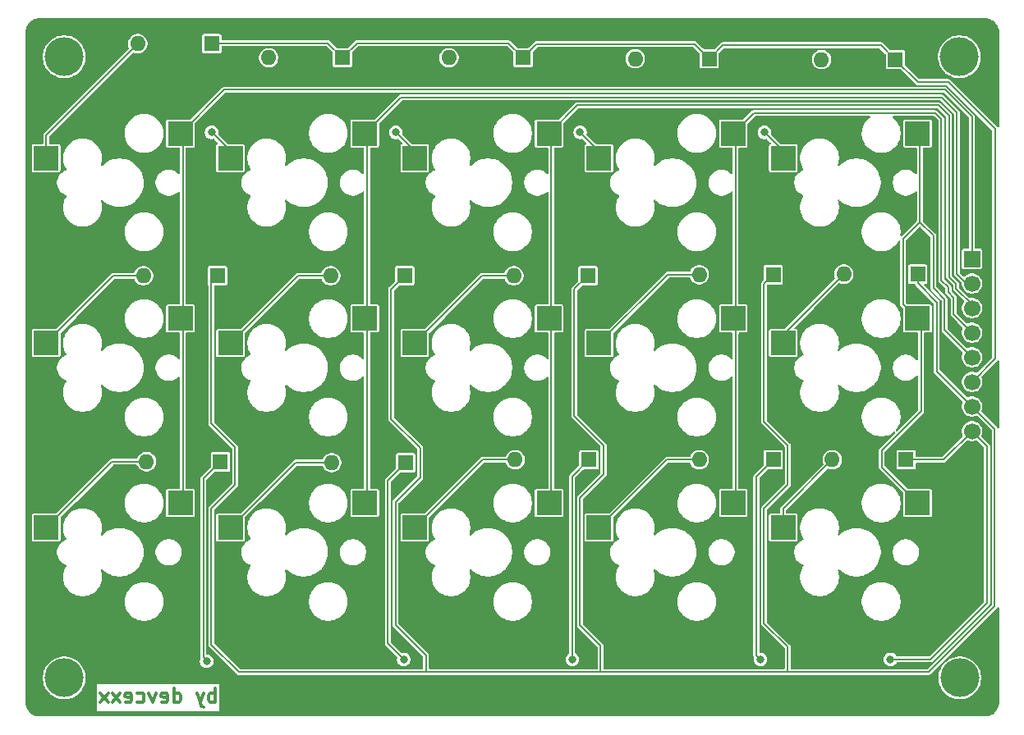
<source format=gbl>
G04 #@! TF.GenerationSoftware,KiCad,Pcbnew,9.0.1*
G04 #@! TF.CreationDate,2025-04-27T05:08:37+02:00*
G04 #@! TF.ProjectId,testing-split-kb-3w-guard-pours,74657374-696e-4672-9d73-706c69742d6b,rev?*
G04 #@! TF.SameCoordinates,Original*
G04 #@! TF.FileFunction,Copper,L2,Bot*
G04 #@! TF.FilePolarity,Positive*
%FSLAX46Y46*%
G04 Gerber Fmt 4.6, Leading zero omitted, Abs format (unit mm)*
G04 Created by KiCad (PCBNEW 9.0.1) date 2025-04-27 05:08:37*
%MOMM*%
%LPD*%
G01*
G04 APERTURE LIST*
%ADD10C,0.300000*%
G04 #@! TA.AperFunction,NonConductor*
%ADD11C,0.300000*%
G04 #@! TD*
G04 #@! TA.AperFunction,ComponentPad*
%ADD12R,1.600000X1.600000*%
G04 #@! TD*
G04 #@! TA.AperFunction,ComponentPad*
%ADD13O,1.600000X1.600000*%
G04 #@! TD*
G04 #@! TA.AperFunction,ComponentPad*
%ADD14C,4.000000*%
G04 #@! TD*
G04 #@! TA.AperFunction,SMDPad,CuDef*
%ADD15R,2.550000X2.500000*%
G04 #@! TD*
G04 #@! TA.AperFunction,ComponentPad*
%ADD16R,1.700000X1.700000*%
G04 #@! TD*
G04 #@! TA.AperFunction,ComponentPad*
%ADD17C,1.700000*%
G04 #@! TD*
G04 #@! TA.AperFunction,ViaPad*
%ADD18C,0.800000*%
G04 #@! TD*
G04 #@! TA.AperFunction,Conductor*
%ADD19C,0.200000*%
G04 #@! TD*
G04 APERTURE END LIST*
D10*
D11*
X99895489Y-103655828D02*
X99895489Y-102155828D01*
X99895489Y-102727257D02*
X99752632Y-102655828D01*
X99752632Y-102655828D02*
X99466917Y-102655828D01*
X99466917Y-102655828D02*
X99324060Y-102727257D01*
X99324060Y-102727257D02*
X99252632Y-102798685D01*
X99252632Y-102798685D02*
X99181203Y-102941542D01*
X99181203Y-102941542D02*
X99181203Y-103370114D01*
X99181203Y-103370114D02*
X99252632Y-103512971D01*
X99252632Y-103512971D02*
X99324060Y-103584400D01*
X99324060Y-103584400D02*
X99466917Y-103655828D01*
X99466917Y-103655828D02*
X99752632Y-103655828D01*
X99752632Y-103655828D02*
X99895489Y-103584400D01*
X98681203Y-102655828D02*
X98324060Y-103655828D01*
X97966917Y-102655828D02*
X98324060Y-103655828D01*
X98324060Y-103655828D02*
X98466917Y-104012971D01*
X98466917Y-104012971D02*
X98538346Y-104084400D01*
X98538346Y-104084400D02*
X98681203Y-104155828D01*
X95609775Y-103655828D02*
X95609775Y-102155828D01*
X95609775Y-103584400D02*
X95752632Y-103655828D01*
X95752632Y-103655828D02*
X96038346Y-103655828D01*
X96038346Y-103655828D02*
X96181203Y-103584400D01*
X96181203Y-103584400D02*
X96252632Y-103512971D01*
X96252632Y-103512971D02*
X96324060Y-103370114D01*
X96324060Y-103370114D02*
X96324060Y-102941542D01*
X96324060Y-102941542D02*
X96252632Y-102798685D01*
X96252632Y-102798685D02*
X96181203Y-102727257D01*
X96181203Y-102727257D02*
X96038346Y-102655828D01*
X96038346Y-102655828D02*
X95752632Y-102655828D01*
X95752632Y-102655828D02*
X95609775Y-102727257D01*
X94324060Y-103584400D02*
X94466917Y-103655828D01*
X94466917Y-103655828D02*
X94752632Y-103655828D01*
X94752632Y-103655828D02*
X94895489Y-103584400D01*
X94895489Y-103584400D02*
X94966917Y-103441542D01*
X94966917Y-103441542D02*
X94966917Y-102870114D01*
X94966917Y-102870114D02*
X94895489Y-102727257D01*
X94895489Y-102727257D02*
X94752632Y-102655828D01*
X94752632Y-102655828D02*
X94466917Y-102655828D01*
X94466917Y-102655828D02*
X94324060Y-102727257D01*
X94324060Y-102727257D02*
X94252632Y-102870114D01*
X94252632Y-102870114D02*
X94252632Y-103012971D01*
X94252632Y-103012971D02*
X94966917Y-103155828D01*
X93752632Y-102655828D02*
X93395489Y-103655828D01*
X93395489Y-103655828D02*
X93038346Y-102655828D01*
X91824061Y-103584400D02*
X91966918Y-103655828D01*
X91966918Y-103655828D02*
X92252632Y-103655828D01*
X92252632Y-103655828D02*
X92395489Y-103584400D01*
X92395489Y-103584400D02*
X92466918Y-103512971D01*
X92466918Y-103512971D02*
X92538346Y-103370114D01*
X92538346Y-103370114D02*
X92538346Y-102941542D01*
X92538346Y-102941542D02*
X92466918Y-102798685D01*
X92466918Y-102798685D02*
X92395489Y-102727257D01*
X92395489Y-102727257D02*
X92252632Y-102655828D01*
X92252632Y-102655828D02*
X91966918Y-102655828D01*
X91966918Y-102655828D02*
X91824061Y-102727257D01*
X90609775Y-103584400D02*
X90752632Y-103655828D01*
X90752632Y-103655828D02*
X91038347Y-103655828D01*
X91038347Y-103655828D02*
X91181204Y-103584400D01*
X91181204Y-103584400D02*
X91252632Y-103441542D01*
X91252632Y-103441542D02*
X91252632Y-102870114D01*
X91252632Y-102870114D02*
X91181204Y-102727257D01*
X91181204Y-102727257D02*
X91038347Y-102655828D01*
X91038347Y-102655828D02*
X90752632Y-102655828D01*
X90752632Y-102655828D02*
X90609775Y-102727257D01*
X90609775Y-102727257D02*
X90538347Y-102870114D01*
X90538347Y-102870114D02*
X90538347Y-103012971D01*
X90538347Y-103012971D02*
X91252632Y-103155828D01*
X90038347Y-103655828D02*
X89252633Y-102655828D01*
X90038347Y-102655828D02*
X89252633Y-103655828D01*
X88824061Y-103655828D02*
X88038347Y-102655828D01*
X88824061Y-102655828D02*
X88038347Y-103655828D01*
D12*
G04 #@! TO.P,D5,1,K*
G04 #@! TO.N,row1*
X170000000Y-37300000D03*
D13*
G04 #@! TO.P,D5,2,A*
G04 #@! TO.N,Net-(D5-A)*
X162380000Y-37300000D03*
G04 #@! TD*
D14*
G04 #@! TO.P,,1*
G04 #@! TO.N,N/C*
X84300000Y-101100000D03*
G04 #@! TD*
D15*
G04 #@! TO.P,SW11,1,1*
G04 #@! TO.N,col1*
X96290000Y-83060000D03*
G04 #@! TO.P,SW11,2,2*
G04 #@! TO.N,Net-(D11-A)*
X82440000Y-85600000D03*
G04 #@! TD*
G04 #@! TO.P,SW15,1,1*
G04 #@! TO.N,col5*
X172290000Y-83060000D03*
G04 #@! TO.P,SW15,2,2*
G04 #@! TO.N,Net-(D15-A)*
X158440000Y-85600000D03*
G04 #@! TD*
G04 #@! TO.P,SW1,1,1*
G04 #@! TO.N,col1*
X96290000Y-44920000D03*
G04 #@! TO.P,SW1,2,2*
G04 #@! TO.N,Net-(D1-A)*
X82440000Y-47460000D03*
G04 #@! TD*
G04 #@! TO.P,SW5,1,1*
G04 #@! TO.N,col5*
X172290000Y-44920000D03*
G04 #@! TO.P,SW5,2,2*
G04 #@! TO.N,Net-(D5-A)*
X158440000Y-47460000D03*
G04 #@! TD*
G04 #@! TO.P,SW2,1,1*
G04 #@! TO.N,col2*
X115290000Y-44920000D03*
G04 #@! TO.P,SW2,2,2*
G04 #@! TO.N,Net-(D2-A)*
X101440000Y-47460000D03*
G04 #@! TD*
D12*
G04 #@! TO.P,D6,1,K*
G04 #@! TO.N,row2*
X100110000Y-59600000D03*
D13*
G04 #@! TO.P,D6,2,A*
G04 #@! TO.N,Net-(D6-A)*
X92490000Y-59600000D03*
G04 #@! TD*
D12*
G04 #@! TO.P,D7,1,K*
G04 #@! TO.N,row2*
X119410000Y-59600000D03*
D13*
G04 #@! TO.P,D7,2,A*
G04 #@! TO.N,Net-(D7-A)*
X111790000Y-59600000D03*
G04 #@! TD*
D12*
G04 #@! TO.P,D14,1,K*
G04 #@! TO.N,row3*
X157410000Y-78600000D03*
D13*
G04 #@! TO.P,D14,2,A*
G04 #@! TO.N,Net-(D14-A)*
X149790000Y-78600000D03*
G04 #@! TD*
D15*
G04 #@! TO.P,SW9,1,1*
G04 #@! TO.N,col4*
X153290000Y-64020000D03*
G04 #@! TO.P,SW9,2,2*
G04 #@! TO.N,Net-(D9-A)*
X139440000Y-66560000D03*
G04 #@! TD*
G04 #@! TO.P,SW14,1,1*
G04 #@! TO.N,col4*
X153290000Y-83060000D03*
G04 #@! TO.P,SW14,2,2*
G04 #@! TO.N,Net-(D14-A)*
X139440000Y-85600000D03*
G04 #@! TD*
D12*
G04 #@! TO.P,D4,1,K*
G04 #@! TO.N,row1*
X150800000Y-37200000D03*
D13*
G04 #@! TO.P,D4,2,A*
G04 #@! TO.N,Net-(D4-A)*
X143180000Y-37200000D03*
G04 #@! TD*
D12*
G04 #@! TO.P,D8,1,K*
G04 #@! TO.N,row2*
X138300000Y-59600000D03*
D13*
G04 #@! TO.P,D8,2,A*
G04 #@! TO.N,Net-(D8-A)*
X130680000Y-59600000D03*
G04 #@! TD*
D15*
G04 #@! TO.P,SW4,1,1*
G04 #@! TO.N,col4*
X153290000Y-44920000D03*
G04 #@! TO.P,SW4,2,2*
G04 #@! TO.N,Net-(D4-A)*
X139440000Y-47460000D03*
G04 #@! TD*
G04 #@! TO.P,SW6,1,1*
G04 #@! TO.N,col1*
X96290000Y-64020000D03*
G04 #@! TO.P,SW6,2,2*
G04 #@! TO.N,Net-(D6-A)*
X82440000Y-66560000D03*
G04 #@! TD*
D12*
G04 #@! TO.P,D9,1,K*
G04 #@! TO.N,row2*
X157410000Y-59500000D03*
D13*
G04 #@! TO.P,D9,2,A*
G04 #@! TO.N,Net-(D9-A)*
X149790000Y-59500000D03*
G04 #@! TD*
D15*
G04 #@! TO.P,SW8,1,1*
G04 #@! TO.N,col3*
X134290000Y-64020000D03*
G04 #@! TO.P,SW8,2,2*
G04 #@! TO.N,Net-(D8-A)*
X120440000Y-66560000D03*
G04 #@! TD*
G04 #@! TO.P,SW7,1,1*
G04 #@! TO.N,col2*
X115290000Y-64020000D03*
G04 #@! TO.P,SW7,2,2*
G04 #@! TO.N,Net-(D7-A)*
X101440000Y-66560000D03*
G04 #@! TD*
D14*
G04 #@! TO.P,,1*
G04 #@! TO.N,N/C*
X176600000Y-37000000D03*
G04 #@! TD*
D15*
G04 #@! TO.P,SW10,1,1*
G04 #@! TO.N,col5*
X172290000Y-64020000D03*
G04 #@! TO.P,SW10,2,2*
G04 #@! TO.N,Net-(D10-A)*
X158440000Y-66560000D03*
G04 #@! TD*
D14*
G04 #@! TO.P,,1*
G04 #@! TO.N,N/C*
X176650000Y-101100000D03*
G04 #@! TD*
D12*
G04 #@! TO.P,D3,1,K*
G04 #@! TO.N,row1*
X131600000Y-37100000D03*
D13*
G04 #@! TO.P,D3,2,A*
G04 #@! TO.N,Net-(D3-A)*
X123980000Y-37100000D03*
G04 #@! TD*
D12*
G04 #@! TO.P,D12,1,K*
G04 #@! TO.N,row3*
X119510000Y-78900000D03*
D13*
G04 #@! TO.P,D12,2,A*
G04 #@! TO.N,Net-(D12-A)*
X111890000Y-78900000D03*
G04 #@! TD*
D14*
G04 #@! TO.P,,1*
G04 #@! TO.N,N/C*
X84300000Y-37000000D03*
G04 #@! TD*
D16*
G04 #@! TO.P,J1,1,Pin_1*
G04 #@! TO.N,col1*
X177900000Y-57860000D03*
D17*
G04 #@! TO.P,J1,2,Pin_2*
G04 #@! TO.N,col2*
X177900000Y-60400000D03*
G04 #@! TO.P,J1,3,Pin_3*
G04 #@! TO.N,col3*
X177900000Y-62940000D03*
G04 #@! TO.P,J1,4,Pin_4*
G04 #@! TO.N,col4*
X177900000Y-65480000D03*
G04 #@! TO.P,J1,5,Pin_5*
G04 #@! TO.N,col5*
X177900000Y-68020000D03*
G04 #@! TO.P,J1,6,Pin_6*
G04 #@! TO.N,row1*
X177900000Y-70560000D03*
G04 #@! TO.P,J1,7,Pin_7*
G04 #@! TO.N,row2*
X177900000Y-73100000D03*
G04 #@! TO.P,J1,8,Pin_8*
G04 #@! TO.N,row3*
X177900000Y-75640000D03*
G04 #@! TO.P,J1,9,Pin_9*
G04 #@! TO.N,GND*
X177900000Y-78180000D03*
G04 #@! TD*
D15*
G04 #@! TO.P,SW13,1,1*
G04 #@! TO.N,col3*
X134290000Y-83060000D03*
G04 #@! TO.P,SW13,2,2*
G04 #@! TO.N,Net-(D13-A)*
X120440000Y-85600000D03*
G04 #@! TD*
D12*
G04 #@! TO.P,D11,1,K*
G04 #@! TO.N,row3*
X100410000Y-78800000D03*
D13*
G04 #@! TO.P,D11,2,A*
G04 #@! TO.N,Net-(D11-A)*
X92790000Y-78800000D03*
G04 #@! TD*
D12*
G04 #@! TO.P,D1,1,K*
G04 #@! TO.N,row1*
X99510000Y-35650000D03*
D13*
G04 #@! TO.P,D1,2,A*
G04 #@! TO.N,Net-(D1-A)*
X91890000Y-35650000D03*
G04 #@! TD*
D12*
G04 #@! TO.P,D15,1,K*
G04 #@! TO.N,row3*
X171110000Y-78600000D03*
D13*
G04 #@! TO.P,D15,2,A*
G04 #@! TO.N,Net-(D15-A)*
X163490000Y-78600000D03*
G04 #@! TD*
D15*
G04 #@! TO.P,SW12,1,1*
G04 #@! TO.N,col2*
X115290000Y-83060000D03*
G04 #@! TO.P,SW12,2,2*
G04 #@! TO.N,Net-(D12-A)*
X101440000Y-85600000D03*
G04 #@! TD*
D12*
G04 #@! TO.P,D13,1,K*
G04 #@! TO.N,row3*
X138410000Y-78600000D03*
D13*
G04 #@! TO.P,D13,2,A*
G04 #@! TO.N,Net-(D13-A)*
X130790000Y-78600000D03*
G04 #@! TD*
D12*
G04 #@! TO.P,D2,1,K*
G04 #@! TO.N,row1*
X113000000Y-37100000D03*
D13*
G04 #@! TO.P,D2,2,A*
G04 #@! TO.N,Net-(D2-A)*
X105380000Y-37100000D03*
G04 #@! TD*
D12*
G04 #@! TO.P,D10,1,K*
G04 #@! TO.N,row2*
X172300000Y-59450000D03*
D13*
G04 #@! TO.P,D10,2,A*
G04 #@! TO.N,Net-(D10-A)*
X164680000Y-59450000D03*
G04 #@! TD*
D15*
G04 #@! TO.P,SW3,1,1*
G04 #@! TO.N,col3*
X134290000Y-44920000D03*
G04 #@! TO.P,SW3,2,2*
G04 #@! TO.N,Net-(D3-A)*
X120440000Y-47460000D03*
G04 #@! TD*
D18*
G04 #@! TO.N,Net-(D2-A)*
X99500000Y-44800000D03*
G04 #@! TO.N,Net-(D3-A)*
X118500000Y-44800000D03*
G04 #@! TO.N,Net-(D4-A)*
X137500000Y-44800000D03*
G04 #@! TO.N,Net-(D5-A)*
X156500000Y-44800000D03*
G04 #@! TO.N,row3*
X99000000Y-99400000D03*
X156100000Y-99200000D03*
X119300000Y-99200000D03*
X169500000Y-99200000D03*
X136700000Y-99200000D03*
G04 #@! TO.N,GND*
X117200000Y-50550000D03*
X113950000Y-102250000D03*
X116900000Y-68900000D03*
X136200000Y-50400000D03*
X173400000Y-38500000D03*
X157900000Y-102650000D03*
X155050000Y-69200000D03*
X93250000Y-98950000D03*
X135800000Y-69100000D03*
X98350000Y-68600000D03*
X151850000Y-39250000D03*
X108950000Y-39300000D03*
X155200000Y-50450000D03*
X90950000Y-39100000D03*
X150100000Y-87850000D03*
X129200000Y-39250000D03*
X131150000Y-102600000D03*
X179100000Y-49850000D03*
X112150000Y-88050000D03*
X131100000Y-87850000D03*
X93100000Y-88000000D03*
X98200000Y-50550000D03*
X177900000Y-87700000D03*
G04 #@! TD*
D19*
G04 #@! TO.N,Net-(D1-A)*
X82440000Y-45100000D02*
X91890000Y-35650000D01*
X82440000Y-47460000D02*
X82440000Y-45100000D01*
G04 #@! TO.N,row1*
X149299000Y-35699000D02*
X150800000Y-37200000D01*
X168499000Y-35799000D02*
X170000000Y-37300000D01*
X133001000Y-35699000D02*
X149299000Y-35699000D01*
X180300000Y-44471857D02*
X180300000Y-68160000D01*
X152201000Y-35799000D02*
X168499000Y-35799000D01*
X130099000Y-35599000D02*
X131600000Y-37100000D01*
X113000000Y-37100000D02*
X114501000Y-35599000D01*
X111499000Y-35599000D02*
X99561000Y-35599000D01*
X99561000Y-35599000D02*
X99510000Y-35650000D01*
X180300000Y-68160000D02*
X177900000Y-70560000D01*
X131600000Y-37100000D02*
X133001000Y-35699000D01*
X175443143Y-39615000D02*
X180300000Y-44471857D01*
X114501000Y-35599000D02*
X130099000Y-35599000D01*
X170000000Y-37300000D02*
X172315000Y-39615000D01*
X113000000Y-37100000D02*
X111499000Y-35599000D01*
X172315000Y-39615000D02*
X175443143Y-39615000D01*
X150800000Y-37200000D02*
X152201000Y-35799000D01*
G04 #@! TO.N,Net-(D2-A)*
X101440000Y-47460000D02*
X101440000Y-46740000D01*
X101440000Y-46740000D02*
X99500000Y-44800000D01*
G04 #@! TO.N,Net-(D3-A)*
X120440000Y-47460000D02*
X120440000Y-46740000D01*
X120440000Y-46740000D02*
X118500000Y-44800000D01*
G04 #@! TO.N,Net-(D4-A)*
X139440000Y-47460000D02*
X139440000Y-46740000D01*
X139440000Y-46740000D02*
X137500000Y-44800000D01*
G04 #@! TO.N,Net-(D5-A)*
X158440000Y-47460000D02*
X158440000Y-46740000D01*
X158440000Y-46740000D02*
X156500000Y-44800000D01*
G04 #@! TO.N,row2*
X99464000Y-83649000D02*
X99464000Y-97664000D01*
X158900000Y-97900000D02*
X158900000Y-100501000D01*
X99464000Y-60246000D02*
X99464000Y-74852000D01*
X119410000Y-59600000D02*
X118009000Y-61001000D01*
X139911000Y-77099000D02*
X139911000Y-80101000D01*
X121011000Y-77399000D02*
X121011000Y-80401000D01*
X118009000Y-74397000D02*
X121011000Y-77399000D01*
X156464000Y-60446000D02*
X156464000Y-74652000D01*
X118464000Y-83000000D02*
X118464000Y-95664000D01*
X100110000Y-59600000D02*
X99864000Y-59846000D01*
X136909000Y-60991000D02*
X136909000Y-74097000D01*
X118009000Y-61001000D02*
X118009000Y-74397000D01*
X99464000Y-74852000D02*
X101911000Y-77299000D01*
X156464000Y-83649000D02*
X156464000Y-95464000D01*
X139600000Y-97800000D02*
X139600000Y-100501000D01*
X100110000Y-59600000D02*
X99464000Y-60246000D01*
X101911000Y-77299000D02*
X101911000Y-81202000D01*
X139911000Y-80101000D02*
X137464000Y-82548000D01*
X174266000Y-62357803D02*
X172300000Y-60391802D01*
X121011000Y-80401000D02*
X118464000Y-82948000D01*
X118464000Y-82948000D02*
X118464000Y-83000000D01*
X118464000Y-95664000D02*
X121600000Y-98800000D01*
X178882209Y-95048000D02*
X173429209Y-100501000D01*
X156464000Y-95464000D02*
X158900000Y-97900000D01*
X121600000Y-100501000D02*
X139600000Y-100501000D01*
X174266000Y-69466000D02*
X177900000Y-73100000D01*
X180252000Y-93681785D02*
X178885785Y-95048000D01*
X99464000Y-97664000D02*
X102301000Y-100501000D01*
X139600000Y-100501000D02*
X158900000Y-100501000D01*
X158911000Y-77099000D02*
X158911000Y-81202000D01*
X178885785Y-95048000D02*
X178882209Y-95048000D01*
X137464000Y-95664000D02*
X139600000Y-97800000D01*
X172300000Y-60391802D02*
X172300000Y-59450000D01*
X177900000Y-73100000D02*
X180252000Y-75452000D01*
X158911000Y-81202000D02*
X156464000Y-83649000D01*
X156464000Y-74652000D02*
X158911000Y-77099000D01*
X138300000Y-59600000D02*
X136909000Y-60991000D01*
X121600000Y-98800000D02*
X121600000Y-100501000D01*
X101911000Y-81202000D02*
X99464000Y-83649000D01*
X136909000Y-74097000D02*
X139911000Y-77099000D01*
X102301000Y-100501000D02*
X121600000Y-100501000D01*
X137464000Y-82548000D02*
X137464000Y-95664000D01*
X173429209Y-100501000D02*
X158900000Y-100501000D01*
X180252000Y-75452000D02*
X180252000Y-93681785D01*
X157410000Y-59500000D02*
X156464000Y-60446000D01*
X174266000Y-62357803D02*
X174266000Y-69466000D01*
X119410000Y-59600000D02*
X118864000Y-60146000D01*
G04 #@! TO.N,Net-(D6-A)*
X82440000Y-66560000D02*
X89400000Y-59600000D01*
X89400000Y-59600000D02*
X92490000Y-59600000D01*
G04 #@! TO.N,Net-(D7-A)*
X108400000Y-59600000D02*
X111790000Y-59600000D01*
X101440000Y-66560000D02*
X108400000Y-59600000D01*
G04 #@! TO.N,Net-(D8-A)*
X127400000Y-59600000D02*
X130680000Y-59600000D01*
X120440000Y-66560000D02*
X127400000Y-59600000D01*
G04 #@! TO.N,Net-(D9-A)*
X139440000Y-66560000D02*
X146500000Y-59500000D01*
X146500000Y-59500000D02*
X149790000Y-59500000D01*
G04 #@! TO.N,Net-(D10-A)*
X158440000Y-65690000D02*
X164680000Y-59450000D01*
X158440000Y-66560000D02*
X158440000Y-65690000D01*
G04 #@! TO.N,Net-(D11-A)*
X82440000Y-85600000D02*
X89240000Y-78800000D01*
X89240000Y-78800000D02*
X92790000Y-78800000D01*
G04 #@! TO.N,row3*
X99000000Y-99274000D02*
X99000000Y-99400000D01*
X117663000Y-80747000D02*
X117663000Y-97563000D01*
X119510000Y-78900000D02*
X117663000Y-80747000D01*
X98663000Y-80547000D02*
X100410000Y-78800000D01*
X136663000Y-99163000D02*
X136700000Y-99200000D01*
X138410000Y-78600000D02*
X136663000Y-80347000D01*
X179447424Y-93350000D02*
X173597423Y-99200000D01*
X117663000Y-97563000D02*
X119300000Y-99200000D01*
X171110000Y-78600000D02*
X174940000Y-78600000D01*
X173597423Y-99200000D02*
X169500000Y-99200000D01*
X136663000Y-80347000D02*
X136663000Y-99163000D01*
X155663000Y-98763000D02*
X156100000Y-99200000D01*
X98663000Y-98937000D02*
X98663000Y-80547000D01*
X179451000Y-93350000D02*
X179447424Y-93350000D01*
X100410000Y-78800000D02*
X100400000Y-78800000D01*
X179451000Y-77191000D02*
X179451000Y-93350000D01*
X98663000Y-98937000D02*
X99000000Y-99274000D01*
X155663000Y-80347000D02*
X155663000Y-98763000D01*
X157410000Y-78600000D02*
X155663000Y-80347000D01*
X174940000Y-78600000D02*
X177900000Y-75640000D01*
X177900000Y-75640000D02*
X179451000Y-77191000D01*
G04 #@! TO.N,Net-(D12-A)*
X108140000Y-78900000D02*
X111890000Y-78900000D01*
X101440000Y-85600000D02*
X108140000Y-78900000D01*
G04 #@! TO.N,Net-(D13-A)*
X120440000Y-85600000D02*
X127440000Y-78600000D01*
X127440000Y-78600000D02*
X130590000Y-78600000D01*
G04 #@! TO.N,Net-(D14-A)*
X146440000Y-78600000D02*
X149790000Y-78600000D01*
X139440000Y-85600000D02*
X146440000Y-78600000D01*
G04 #@! TO.N,Net-(D15-A)*
X158440000Y-83650000D02*
X163490000Y-78600000D01*
X158440000Y-85600000D02*
X158440000Y-83650000D01*
G04 #@! TO.N,col3*
X175548000Y-43118214D02*
X174447785Y-42018000D01*
X175548000Y-59742786D02*
X175548000Y-43118214D01*
X176277607Y-60971053D02*
X176277607Y-60472393D01*
X177900000Y-62593446D02*
X176277607Y-60971053D01*
X177900000Y-62940000D02*
X177900000Y-62593446D01*
X134531900Y-63778100D02*
X134290000Y-64020000D01*
X134290000Y-64020000D02*
X134531900Y-64261900D01*
X134531900Y-64261900D02*
X134531900Y-82818100D01*
X134531900Y-82818100D02*
X134290000Y-83060000D01*
X176277607Y-60472393D02*
X175548000Y-59742786D01*
X137192000Y-42018000D02*
X134290000Y-44920000D01*
X174447785Y-42018000D02*
X137192000Y-42018000D01*
X134531900Y-45161900D02*
X134531900Y-63778100D01*
G04 #@! TO.N,col5*
X168600000Y-79370000D02*
X168600000Y-77650000D01*
X173946001Y-60905018D02*
X173946001Y-55482201D01*
X175067000Y-62026017D02*
X173946001Y-60905018D01*
X170799000Y-62529000D02*
X172290000Y-64020000D01*
X172290000Y-83060000D02*
X168600000Y-79370000D01*
X172531900Y-54068100D02*
X172531900Y-45161900D01*
X172531900Y-45161900D02*
X172290000Y-44920000D01*
X172650000Y-73600000D02*
X172650000Y-64380000D01*
X172531900Y-54068100D02*
X170799000Y-55801000D01*
X172650000Y-64380000D02*
X172290000Y-64020000D01*
X175067000Y-65187000D02*
X175067000Y-62026017D01*
X177900000Y-68020000D02*
X175067000Y-65187000D01*
X168600000Y-77650000D02*
X172650000Y-73600000D01*
X170799000Y-55801000D02*
X170799000Y-62529000D01*
X173946001Y-55482201D02*
X172531900Y-54068100D01*
X172531900Y-63778100D02*
X172290000Y-64020000D01*
G04 #@! TO.N,col1*
X96531900Y-82818100D02*
X96290000Y-83060000D01*
X96531900Y-45161900D02*
X96531900Y-63778100D01*
X100794000Y-40416000D02*
X96290000Y-44920000D01*
X177900000Y-57860000D02*
X177900000Y-43204643D01*
X175111357Y-40416000D02*
X100794000Y-40416000D01*
X96290000Y-44920000D02*
X96531900Y-45161900D01*
X96290000Y-64020000D02*
X96531900Y-64261900D01*
X96531900Y-64261900D02*
X96531900Y-82818100D01*
X177900000Y-43204643D02*
X175111357Y-40416000D01*
X96531900Y-63778100D02*
X96290000Y-64020000D01*
G04 #@! TO.N,col2*
X176349000Y-42786429D02*
X174779572Y-41217000D01*
X115531900Y-64261900D02*
X115531900Y-82818100D01*
X177268000Y-60400000D02*
X177900000Y-60400000D01*
X115290000Y-64020000D02*
X115531900Y-64261900D01*
X115531900Y-82818100D02*
X115290000Y-83060000D01*
X115290000Y-44920000D02*
X115531900Y-45161900D01*
X174779572Y-41217000D02*
X118993000Y-41217000D01*
X177900000Y-60400000D02*
X177338000Y-60400000D01*
X177338000Y-60400000D02*
X176349000Y-59411000D01*
X118993000Y-41217000D02*
X115290000Y-44920000D01*
X115531900Y-63778100D02*
X115290000Y-64020000D01*
X115531900Y-45161900D02*
X115531900Y-63778100D01*
X176349000Y-59411000D02*
X176349000Y-42786429D01*
G04 #@! TO.N,col4*
X153531900Y-63778100D02*
X153290000Y-64020000D01*
X153531900Y-64261900D02*
X153531900Y-82818100D01*
X153531900Y-45161900D02*
X153531900Y-63778100D01*
X153290000Y-64020000D02*
X153531900Y-64261900D01*
X174747000Y-60074571D02*
X175476607Y-60804179D01*
X153531900Y-82818100D02*
X153290000Y-83060000D01*
X175476607Y-60804179D02*
X175476607Y-61302838D01*
X174747000Y-43450000D02*
X174747000Y-60074571D01*
X155391000Y-42819000D02*
X174116000Y-42819000D01*
X174116000Y-42819000D02*
X174747000Y-43450000D01*
X153290000Y-44920000D02*
X155391000Y-42819000D01*
X175476607Y-61302838D02*
X176011884Y-61838115D01*
X176011884Y-63591884D02*
X177900000Y-65480000D01*
X176011884Y-61838115D02*
X176011884Y-63591884D01*
G04 #@! TD*
G04 #@! TA.AperFunction,Conductor*
G04 #@! TO.N,GND*
G36*
X179203522Y-33000752D02*
G01*
X179228505Y-33002538D01*
X179406345Y-33015258D01*
X179420308Y-33017265D01*
X179615549Y-33059737D01*
X179629088Y-33063713D01*
X179816292Y-33133537D01*
X179829118Y-33139394D01*
X180004483Y-33235150D01*
X180016358Y-33242782D01*
X180176290Y-33362506D01*
X180186965Y-33371755D01*
X180328241Y-33513031D01*
X180337491Y-33523707D01*
X180457216Y-33683641D01*
X180464852Y-33695523D01*
X180560599Y-33870870D01*
X180566467Y-33883719D01*
X180636284Y-34070903D01*
X180640264Y-34084456D01*
X180682732Y-34279680D01*
X180684742Y-34293661D01*
X180699248Y-34496475D01*
X180699500Y-34503538D01*
X180699500Y-44207378D01*
X180680593Y-44265569D01*
X180631093Y-44301533D01*
X180569907Y-44301533D01*
X180530496Y-44277382D01*
X180484511Y-44231397D01*
X178571614Y-42318500D01*
X175627654Y-39374540D01*
X175627651Y-39374538D01*
X175559135Y-39334980D01*
X175559131Y-39334978D01*
X175482707Y-39314500D01*
X175482705Y-39314500D01*
X172480479Y-39314500D01*
X172422288Y-39295593D01*
X172410475Y-39285504D01*
X171029496Y-37904525D01*
X171001719Y-37850008D01*
X171000500Y-37834521D01*
X171000500Y-36855770D01*
X174399500Y-36855770D01*
X174399500Y-37144229D01*
X174437150Y-37430209D01*
X174437150Y-37430214D01*
X174511809Y-37708846D01*
X174622194Y-37975341D01*
X174622196Y-37975346D01*
X174766423Y-38225153D01*
X174766425Y-38225156D01*
X174815311Y-38288865D01*
X174942020Y-38453997D01*
X174942022Y-38453999D01*
X174942026Y-38454004D01*
X175145996Y-38657974D01*
X175146000Y-38657977D01*
X175146002Y-38657979D01*
X175243383Y-38732701D01*
X175374844Y-38833575D01*
X175624655Y-38977804D01*
X175891155Y-39088191D01*
X176169783Y-39162849D01*
X176455772Y-39200500D01*
X176455773Y-39200500D01*
X176744227Y-39200500D01*
X176744228Y-39200500D01*
X177030217Y-39162849D01*
X177308845Y-39088191D01*
X177575345Y-38977804D01*
X177825156Y-38833575D01*
X178054004Y-38657974D01*
X178257974Y-38454004D01*
X178433575Y-38225156D01*
X178577804Y-37975345D01*
X178688191Y-37708845D01*
X178762849Y-37430217D01*
X178800500Y-37144228D01*
X178800500Y-36855772D01*
X178762849Y-36569783D01*
X178688191Y-36291155D01*
X178577804Y-36024655D01*
X178563984Y-36000719D01*
X178433576Y-35774846D01*
X178433575Y-35774844D01*
X178332701Y-35643383D01*
X178257979Y-35546002D01*
X178257977Y-35546000D01*
X178257974Y-35545996D01*
X178054004Y-35342026D01*
X178053999Y-35342022D01*
X178053997Y-35342020D01*
X177825153Y-35166423D01*
X177575346Y-35022196D01*
X177575341Y-35022194D01*
X177308846Y-34911809D01*
X177163489Y-34872861D01*
X177030217Y-34837151D01*
X177030214Y-34837150D01*
X177030212Y-34837150D01*
X176744229Y-34799500D01*
X176744228Y-34799500D01*
X176455772Y-34799500D01*
X176455770Y-34799500D01*
X176169790Y-34837150D01*
X176169785Y-34837150D01*
X175891153Y-34911809D01*
X175624658Y-35022194D01*
X175624653Y-35022196D01*
X175374846Y-35166423D01*
X175146002Y-35342020D01*
X174942020Y-35546002D01*
X174766423Y-35774846D01*
X174622196Y-36024653D01*
X174622194Y-36024658D01*
X174511809Y-36291153D01*
X174437150Y-36569785D01*
X174437150Y-36569790D01*
X174399500Y-36855770D01*
X171000500Y-36855770D01*
X171000500Y-36480253D01*
X171000498Y-36480241D01*
X170989935Y-36427139D01*
X170988867Y-36421769D01*
X170944552Y-36355448D01*
X170944548Y-36355445D01*
X170878233Y-36311134D01*
X170878231Y-36311133D01*
X170878228Y-36311132D01*
X170878227Y-36311132D01*
X170819758Y-36299501D01*
X170819748Y-36299500D01*
X170819747Y-36299500D01*
X169465479Y-36299500D01*
X169407288Y-36280593D01*
X169395475Y-36270504D01*
X169043378Y-35918407D01*
X168683511Y-35558540D01*
X168683508Y-35558538D01*
X168661784Y-35545995D01*
X168661784Y-35545996D01*
X168614989Y-35518979D01*
X168614988Y-35518978D01*
X168614987Y-35518978D01*
X168538564Y-35498500D01*
X168538562Y-35498500D01*
X152161438Y-35498500D01*
X152161435Y-35498500D01*
X152085012Y-35518978D01*
X152038216Y-35545996D01*
X152038215Y-35545995D01*
X152016491Y-35558538D01*
X151404525Y-36170504D01*
X151350008Y-36198281D01*
X151334521Y-36199500D01*
X150265479Y-36199500D01*
X150207288Y-36180593D01*
X150195475Y-36170504D01*
X149924471Y-35899500D01*
X149483511Y-35458540D01*
X149483508Y-35458538D01*
X149414992Y-35418980D01*
X149414988Y-35418978D01*
X149338564Y-35398500D01*
X149338562Y-35398500D01*
X132961438Y-35398500D01*
X132961435Y-35398500D01*
X132885011Y-35418978D01*
X132885007Y-35418980D01*
X132816491Y-35458538D01*
X132204525Y-36070504D01*
X132150008Y-36098281D01*
X132134521Y-36099500D01*
X131065479Y-36099500D01*
X131007288Y-36080593D01*
X130995475Y-36070504D01*
X130673510Y-35748539D01*
X130283511Y-35358540D01*
X130283508Y-35358538D01*
X130267853Y-35349499D01*
X130267853Y-35349500D01*
X130214989Y-35318979D01*
X130214988Y-35318978D01*
X130214987Y-35318978D01*
X130138564Y-35298500D01*
X130138562Y-35298500D01*
X114540562Y-35298500D01*
X114461438Y-35298500D01*
X114414661Y-35311033D01*
X114385007Y-35318979D01*
X114316493Y-35358536D01*
X113604525Y-36070504D01*
X113550008Y-36098281D01*
X113534521Y-36099500D01*
X112465479Y-36099500D01*
X112407288Y-36080593D01*
X112395475Y-36070504D01*
X112073510Y-35748539D01*
X111683511Y-35358540D01*
X111683508Y-35358538D01*
X111667853Y-35349499D01*
X111667853Y-35349500D01*
X111614989Y-35318979D01*
X111614988Y-35318978D01*
X111614987Y-35318978D01*
X111538564Y-35298500D01*
X111538562Y-35298500D01*
X100609500Y-35298500D01*
X100551309Y-35279593D01*
X100515345Y-35230093D01*
X100510500Y-35199500D01*
X100510500Y-34830253D01*
X100510498Y-34830241D01*
X100504383Y-34799500D01*
X100498867Y-34771769D01*
X100454552Y-34705448D01*
X100454548Y-34705445D01*
X100388233Y-34661134D01*
X100388231Y-34661133D01*
X100388228Y-34661132D01*
X100388227Y-34661132D01*
X100329758Y-34649501D01*
X100329748Y-34649500D01*
X98690252Y-34649500D01*
X98690251Y-34649500D01*
X98690241Y-34649501D01*
X98631772Y-34661132D01*
X98631766Y-34661134D01*
X98565451Y-34705445D01*
X98565445Y-34705451D01*
X98521134Y-34771766D01*
X98521132Y-34771772D01*
X98509501Y-34830241D01*
X98509500Y-34830253D01*
X98509500Y-36469746D01*
X98509501Y-36469758D01*
X98521132Y-36528227D01*
X98521134Y-36528233D01*
X98565445Y-36594548D01*
X98565448Y-36594552D01*
X98631769Y-36638867D01*
X98676231Y-36647711D01*
X98690241Y-36650498D01*
X98690246Y-36650498D01*
X98690252Y-36650500D01*
X98690253Y-36650500D01*
X100329747Y-36650500D01*
X100329748Y-36650500D01*
X100388231Y-36638867D01*
X100454552Y-36594552D01*
X100498867Y-36528231D01*
X100510500Y-36469748D01*
X100510500Y-35998500D01*
X100529407Y-35940309D01*
X100578907Y-35904345D01*
X100609500Y-35899500D01*
X111333521Y-35899500D01*
X111391712Y-35918407D01*
X111403525Y-35928496D01*
X111970504Y-36495475D01*
X111998281Y-36549992D01*
X111999500Y-36565479D01*
X111999500Y-37919746D01*
X111999501Y-37919758D01*
X112010916Y-37977139D01*
X112011133Y-37978231D01*
X112055448Y-38044552D01*
X112121769Y-38088867D01*
X112166231Y-38097711D01*
X112180241Y-38100498D01*
X112180246Y-38100498D01*
X112180252Y-38100500D01*
X112180253Y-38100500D01*
X113819747Y-38100500D01*
X113819748Y-38100500D01*
X113878231Y-38088867D01*
X113944552Y-38044552D01*
X113988867Y-37978231D01*
X114000500Y-37919748D01*
X114000500Y-37001456D01*
X122979500Y-37001456D01*
X122979500Y-37198543D01*
X123017949Y-37391834D01*
X123017949Y-37391836D01*
X123093367Y-37573913D01*
X123093368Y-37573914D01*
X123202861Y-37737782D01*
X123342218Y-37877139D01*
X123506086Y-37986632D01*
X123688165Y-38062051D01*
X123881459Y-38100500D01*
X123881460Y-38100500D01*
X124078540Y-38100500D01*
X124078541Y-38100500D01*
X124271835Y-38062051D01*
X124453914Y-37986632D01*
X124617782Y-37877139D01*
X124757139Y-37737782D01*
X124866632Y-37573914D01*
X124942051Y-37391835D01*
X124980500Y-37198541D01*
X124980500Y-37001459D01*
X124942051Y-36808165D01*
X124866632Y-36626086D01*
X124757139Y-36462218D01*
X124617782Y-36322861D01*
X124453914Y-36213368D01*
X124453915Y-36213368D01*
X124453913Y-36213367D01*
X124271835Y-36137949D01*
X124078543Y-36099500D01*
X124078541Y-36099500D01*
X123881459Y-36099500D01*
X123881456Y-36099500D01*
X123688165Y-36137949D01*
X123688163Y-36137949D01*
X123506086Y-36213367D01*
X123342218Y-36322861D01*
X123342214Y-36322864D01*
X123202864Y-36462214D01*
X123202861Y-36462218D01*
X123093367Y-36626086D01*
X123017949Y-36808163D01*
X123017949Y-36808165D01*
X122979500Y-37001456D01*
X114000500Y-37001456D01*
X114000500Y-36565479D01*
X114019407Y-36507288D01*
X114029496Y-36495475D01*
X114596475Y-35928496D01*
X114650992Y-35900719D01*
X114666479Y-35899500D01*
X129933521Y-35899500D01*
X129991712Y-35918407D01*
X130003525Y-35928496D01*
X130570504Y-36495475D01*
X130598281Y-36549992D01*
X130599500Y-36565479D01*
X130599500Y-37919746D01*
X130599501Y-37919758D01*
X130610916Y-37977139D01*
X130611133Y-37978231D01*
X130655448Y-38044552D01*
X130721769Y-38088867D01*
X130766231Y-38097711D01*
X130780241Y-38100498D01*
X130780246Y-38100498D01*
X130780252Y-38100500D01*
X130780253Y-38100500D01*
X132419747Y-38100500D01*
X132419748Y-38100500D01*
X132478231Y-38088867D01*
X132544552Y-38044552D01*
X132588867Y-37978231D01*
X132600500Y-37919748D01*
X132600500Y-37101456D01*
X142179500Y-37101456D01*
X142179500Y-37298543D01*
X142217949Y-37491834D01*
X142217949Y-37491836D01*
X142293367Y-37673913D01*
X142293368Y-37673914D01*
X142402861Y-37837782D01*
X142542218Y-37977139D01*
X142706086Y-38086632D01*
X142888165Y-38162051D01*
X143081459Y-38200500D01*
X143081460Y-38200500D01*
X143278540Y-38200500D01*
X143278541Y-38200500D01*
X143471835Y-38162051D01*
X143653914Y-38086632D01*
X143817782Y-37977139D01*
X143957139Y-37837782D01*
X144066632Y-37673914D01*
X144142051Y-37491835D01*
X144180500Y-37298541D01*
X144180500Y-37101459D01*
X144142051Y-36908165D01*
X144066632Y-36726086D01*
X143957139Y-36562218D01*
X143817782Y-36422861D01*
X143668126Y-36322864D01*
X143653913Y-36313367D01*
X143471835Y-36237949D01*
X143278543Y-36199500D01*
X143278541Y-36199500D01*
X143081459Y-36199500D01*
X143081456Y-36199500D01*
X142888165Y-36237949D01*
X142888163Y-36237949D01*
X142706086Y-36313367D01*
X142542218Y-36422861D01*
X142542214Y-36422864D01*
X142402864Y-36562214D01*
X142402861Y-36562218D01*
X142293367Y-36726086D01*
X142217949Y-36908163D01*
X142217949Y-36908165D01*
X142179500Y-37101456D01*
X132600500Y-37101456D01*
X132600500Y-36565479D01*
X132619407Y-36507288D01*
X132629496Y-36495475D01*
X133096475Y-36028496D01*
X133150992Y-36000719D01*
X133166479Y-35999500D01*
X149133521Y-35999500D01*
X149191712Y-36018407D01*
X149203525Y-36028496D01*
X149770504Y-36595475D01*
X149798281Y-36649992D01*
X149799500Y-36665479D01*
X149799500Y-38019746D01*
X149799501Y-38019758D01*
X149811132Y-38078227D01*
X149811134Y-38078233D01*
X149826012Y-38100499D01*
X149855448Y-38144552D01*
X149921769Y-38188867D01*
X149966231Y-38197711D01*
X149980241Y-38200498D01*
X149980246Y-38200498D01*
X149980252Y-38200500D01*
X149980253Y-38200500D01*
X151619747Y-38200500D01*
X151619748Y-38200500D01*
X151678231Y-38188867D01*
X151744552Y-38144552D01*
X151788867Y-38078231D01*
X151800500Y-38019748D01*
X151800500Y-37201456D01*
X161379500Y-37201456D01*
X161379500Y-37398543D01*
X161417949Y-37591834D01*
X161417949Y-37591836D01*
X161493367Y-37773913D01*
X161493368Y-37773914D01*
X161602861Y-37937782D01*
X161742218Y-38077139D01*
X161906086Y-38186632D01*
X162088165Y-38262051D01*
X162281459Y-38300500D01*
X162281460Y-38300500D01*
X162478540Y-38300500D01*
X162478541Y-38300500D01*
X162671835Y-38262051D01*
X162853914Y-38186632D01*
X163017782Y-38077139D01*
X163157139Y-37937782D01*
X163266632Y-37773914D01*
X163342051Y-37591835D01*
X163380500Y-37398541D01*
X163380500Y-37201459D01*
X163342051Y-37008165D01*
X163266632Y-36826086D01*
X163157139Y-36662218D01*
X163017782Y-36522861D01*
X162874524Y-36427139D01*
X162853913Y-36413367D01*
X162671835Y-36337949D01*
X162478543Y-36299500D01*
X162478541Y-36299500D01*
X162281459Y-36299500D01*
X162281456Y-36299500D01*
X162088165Y-36337949D01*
X162088163Y-36337949D01*
X161906086Y-36413367D01*
X161742218Y-36522861D01*
X161742214Y-36522864D01*
X161602864Y-36662214D01*
X161602861Y-36662218D01*
X161493367Y-36826086D01*
X161417949Y-37008163D01*
X161417949Y-37008165D01*
X161379500Y-37201456D01*
X151800500Y-37201456D01*
X151800500Y-36665479D01*
X151819407Y-36607288D01*
X151829496Y-36595475D01*
X152296475Y-36128496D01*
X152350992Y-36100719D01*
X152366479Y-36099500D01*
X168333521Y-36099500D01*
X168391712Y-36118407D01*
X168403525Y-36128496D01*
X168970504Y-36695475D01*
X168998281Y-36749992D01*
X168999500Y-36765479D01*
X168999500Y-38119746D01*
X168999501Y-38119758D01*
X169011132Y-38178227D01*
X169011134Y-38178233D01*
X169055445Y-38244548D01*
X169055448Y-38244552D01*
X169121769Y-38288867D01*
X169166231Y-38297711D01*
X169180241Y-38300498D01*
X169180246Y-38300498D01*
X169180252Y-38300500D01*
X170534521Y-38300500D01*
X170592712Y-38319407D01*
X170604525Y-38329496D01*
X172074540Y-39799511D01*
X172074539Y-39799511D01*
X172130489Y-39855460D01*
X172199007Y-39895019D01*
X172199011Y-39895021D01*
X172275435Y-39915499D01*
X172275437Y-39915500D01*
X172275438Y-39915500D01*
X175277664Y-39915500D01*
X175335855Y-39934407D01*
X175347668Y-39944496D01*
X179970504Y-44567332D01*
X179998281Y-44621849D01*
X179999500Y-44637336D01*
X179999500Y-67994520D01*
X179980593Y-68052711D01*
X179970504Y-68064524D01*
X178450292Y-69584736D01*
X178395775Y-69612513D01*
X178342402Y-69606196D01*
X178206418Y-69549869D01*
X178003467Y-69509500D01*
X178003465Y-69509500D01*
X177796535Y-69509500D01*
X177796532Y-69509500D01*
X177593581Y-69549869D01*
X177402402Y-69629058D01*
X177230348Y-69744020D01*
X177084020Y-69890348D01*
X176969058Y-70062402D01*
X176889869Y-70253581D01*
X176849500Y-70456532D01*
X176849500Y-70663467D01*
X176889869Y-70866418D01*
X176969058Y-71057597D01*
X176969059Y-71057598D01*
X177084023Y-71229655D01*
X177230345Y-71375977D01*
X177402402Y-71490941D01*
X177593580Y-71570130D01*
X177796535Y-71610500D01*
X177796536Y-71610500D01*
X178003464Y-71610500D01*
X178003465Y-71610500D01*
X178206420Y-71570130D01*
X178397598Y-71490941D01*
X178569655Y-71375977D01*
X178715977Y-71229655D01*
X178830941Y-71057598D01*
X178910130Y-70866420D01*
X178950500Y-70663465D01*
X178950500Y-70456535D01*
X178910130Y-70253580D01*
X178853802Y-70117595D01*
X178849002Y-70056599D01*
X178875261Y-70009708D01*
X180530498Y-68354472D01*
X180585013Y-68326697D01*
X180645445Y-68336268D01*
X180688710Y-68379533D01*
X180699500Y-68424478D01*
X180699500Y-75256619D01*
X180680593Y-75314810D01*
X180631093Y-75350774D01*
X180569907Y-75350774D01*
X180520407Y-75314810D01*
X180514764Y-75306120D01*
X180492459Y-75267488D01*
X180436511Y-75211539D01*
X180436511Y-75211540D01*
X178875263Y-73650292D01*
X178847486Y-73595775D01*
X178853802Y-73542405D01*
X178910130Y-73406420D01*
X178950500Y-73203465D01*
X178950500Y-72996535D01*
X178910130Y-72793580D01*
X178830941Y-72602402D01*
X178715977Y-72430345D01*
X178569655Y-72284023D01*
X178566029Y-72281600D01*
X178397597Y-72169058D01*
X178206418Y-72089869D01*
X178003467Y-72049500D01*
X178003465Y-72049500D01*
X177796535Y-72049500D01*
X177796532Y-72049500D01*
X177593580Y-72089870D01*
X177593578Y-72089870D01*
X177457596Y-72146196D01*
X177396600Y-72150997D01*
X177349707Y-72124736D01*
X174595496Y-69370525D01*
X174567719Y-69316008D01*
X174566500Y-69300521D01*
X174566500Y-62318240D01*
X174559722Y-62292947D01*
X174559721Y-62292944D01*
X174546022Y-62241815D01*
X174506460Y-62173292D01*
X172952673Y-60619504D01*
X172924896Y-60564987D01*
X172934467Y-60504555D01*
X172977732Y-60461290D01*
X173022677Y-60450500D01*
X173119747Y-60450500D01*
X173119748Y-60450500D01*
X173178231Y-60438867D01*
X173244552Y-60394552D01*
X173288867Y-60328231D01*
X173300500Y-60269748D01*
X173300500Y-58630252D01*
X173288867Y-58571769D01*
X173244552Y-58505448D01*
X173235652Y-58499501D01*
X173178233Y-58461134D01*
X173178231Y-58461133D01*
X173178228Y-58461132D01*
X173178227Y-58461132D01*
X173119758Y-58449501D01*
X173119748Y-58449500D01*
X171480252Y-58449500D01*
X171480251Y-58449500D01*
X171480241Y-58449501D01*
X171421772Y-58461132D01*
X171421766Y-58461134D01*
X171355451Y-58505445D01*
X171355445Y-58505451D01*
X171311134Y-58571766D01*
X171311132Y-58571772D01*
X171299501Y-58630241D01*
X171299500Y-58630253D01*
X171299500Y-60269746D01*
X171299501Y-60269758D01*
X171311132Y-60328227D01*
X171311134Y-60328233D01*
X171355445Y-60394548D01*
X171355448Y-60394552D01*
X171421769Y-60438867D01*
X171466231Y-60447711D01*
X171480241Y-60450498D01*
X171480246Y-60450498D01*
X171480252Y-60450500D01*
X171930099Y-60450500D01*
X171949978Y-60456959D01*
X171970754Y-60459233D01*
X171977093Y-60465768D01*
X171988290Y-60469407D01*
X172016047Y-60500369D01*
X172019704Y-60506768D01*
X172019979Y-60507791D01*
X172051306Y-60562051D01*
X172051412Y-60562236D01*
X172059538Y-60576310D01*
X172059540Y-60576313D01*
X173936505Y-62453278D01*
X173964281Y-62507793D01*
X173965500Y-62523280D01*
X173965500Y-69505564D01*
X173985978Y-69581988D01*
X173985979Y-69581989D01*
X174013154Y-69629058D01*
X174013155Y-69629060D01*
X174013156Y-69629060D01*
X174025540Y-69650511D01*
X175512568Y-71137539D01*
X176924736Y-72549707D01*
X176952513Y-72604224D01*
X176946196Y-72657596D01*
X176889870Y-72793578D01*
X176889870Y-72793580D01*
X176849500Y-72996532D01*
X176849500Y-73203467D01*
X176889869Y-73406418D01*
X176969058Y-73597597D01*
X177084020Y-73769651D01*
X177084023Y-73769655D01*
X177230345Y-73915977D01*
X177402402Y-74030941D01*
X177593580Y-74110130D01*
X177796535Y-74150500D01*
X177796536Y-74150500D01*
X178003464Y-74150500D01*
X178003465Y-74150500D01*
X178206420Y-74110130D01*
X178342405Y-74053802D01*
X178403399Y-74049002D01*
X178450292Y-74075263D01*
X179922504Y-75547475D01*
X179950281Y-75601992D01*
X179951500Y-75617479D01*
X179951500Y-93516305D01*
X179932593Y-93574496D01*
X179922504Y-93586309D01*
X178715371Y-94793441D01*
X178702588Y-94803252D01*
X178702847Y-94803589D01*
X178697700Y-94807538D01*
X173333734Y-100171504D01*
X173279217Y-100199281D01*
X173263730Y-100200500D01*
X159299500Y-100200500D01*
X159241309Y-100181593D01*
X159205345Y-100132093D01*
X159200500Y-100101500D01*
X159200500Y-99131004D01*
X168799500Y-99131004D01*
X168799500Y-99268995D01*
X168826420Y-99404327D01*
X168826420Y-99404329D01*
X168879222Y-99531806D01*
X168879228Y-99531817D01*
X168955885Y-99646541D01*
X169053458Y-99744114D01*
X169168182Y-99820771D01*
X169168193Y-99820777D01*
X169215283Y-99840282D01*
X169295672Y-99873580D01*
X169431007Y-99900500D01*
X169431008Y-99900500D01*
X169568992Y-99900500D01*
X169568993Y-99900500D01*
X169704328Y-99873580D01*
X169831811Y-99820775D01*
X169946542Y-99744114D01*
X170044114Y-99646542D01*
X170112298Y-99544498D01*
X170160348Y-99506619D01*
X170194613Y-99500500D01*
X173636986Y-99500500D01*
X173636986Y-99500499D01*
X173713412Y-99480021D01*
X173781934Y-99440460D01*
X173837883Y-99384511D01*
X173837882Y-99384511D01*
X179617836Y-93604557D01*
X179630620Y-93594751D01*
X179630360Y-93594412D01*
X179635505Y-93590463D01*
X179635511Y-93590460D01*
X179691460Y-93534511D01*
X179731021Y-93465989D01*
X179751500Y-93389562D01*
X179751500Y-77151438D01*
X179731021Y-77075011D01*
X179722029Y-77059437D01*
X179691460Y-77006489D01*
X179635511Y-76950539D01*
X179635511Y-76950540D01*
X178875263Y-76190292D01*
X178847486Y-76135775D01*
X178853802Y-76082405D01*
X178910130Y-75946420D01*
X178950500Y-75743465D01*
X178950500Y-75536535D01*
X178910130Y-75333580D01*
X178830941Y-75142402D01*
X178715977Y-74970345D01*
X178569655Y-74824023D01*
X178485794Y-74767989D01*
X178397597Y-74709058D01*
X178206418Y-74629869D01*
X178003467Y-74589500D01*
X178003465Y-74589500D01*
X177796535Y-74589500D01*
X177796532Y-74589500D01*
X177593581Y-74629869D01*
X177402402Y-74709058D01*
X177230348Y-74824020D01*
X177084020Y-74970348D01*
X176969058Y-75142402D01*
X176889869Y-75333581D01*
X176849500Y-75536532D01*
X176849500Y-75743467D01*
X176889869Y-75946418D01*
X176889870Y-75946420D01*
X176944537Y-76078398D01*
X176946196Y-76082401D01*
X176950997Y-76143398D01*
X176924736Y-76190291D01*
X174844525Y-78270504D01*
X174790008Y-78298281D01*
X174774521Y-78299500D01*
X172209500Y-78299500D01*
X172151309Y-78280593D01*
X172115345Y-78231093D01*
X172110500Y-78200500D01*
X172110500Y-77780253D01*
X172110498Y-77780241D01*
X172103582Y-77745474D01*
X172098867Y-77721769D01*
X172054552Y-77655448D01*
X172054548Y-77655445D01*
X171988233Y-77611134D01*
X171988231Y-77611133D01*
X171988228Y-77611132D01*
X171988227Y-77611132D01*
X171929758Y-77599501D01*
X171929748Y-77599500D01*
X170290252Y-77599500D01*
X170290251Y-77599500D01*
X170290241Y-77599501D01*
X170231772Y-77611132D01*
X170231766Y-77611134D01*
X170165451Y-77655445D01*
X170165445Y-77655451D01*
X170121134Y-77721766D01*
X170121132Y-77721772D01*
X170109501Y-77780241D01*
X170109500Y-77780253D01*
X170109500Y-79419746D01*
X170109501Y-79419758D01*
X170121132Y-79478227D01*
X170121134Y-79478233D01*
X170160924Y-79537782D01*
X170165448Y-79544552D01*
X170231769Y-79588867D01*
X170276231Y-79597711D01*
X170290241Y-79600498D01*
X170290246Y-79600498D01*
X170290252Y-79600500D01*
X170290253Y-79600500D01*
X171929747Y-79600500D01*
X171929748Y-79600500D01*
X171988231Y-79588867D01*
X172054552Y-79544552D01*
X172098867Y-79478231D01*
X172110500Y-79419748D01*
X172110500Y-78999500D01*
X172129407Y-78941309D01*
X172178907Y-78905345D01*
X172209500Y-78900500D01*
X174979563Y-78900500D01*
X174979563Y-78900499D01*
X175055989Y-78880021D01*
X175124511Y-78840460D01*
X175180460Y-78784511D01*
X177349708Y-76615261D01*
X177404223Y-76587486D01*
X177457595Y-76593802D01*
X177593580Y-76650130D01*
X177796535Y-76690500D01*
X177796536Y-76690500D01*
X178003464Y-76690500D01*
X178003465Y-76690500D01*
X178206420Y-76650130D01*
X178342405Y-76593802D01*
X178403399Y-76589002D01*
X178450292Y-76615263D01*
X179121504Y-77286475D01*
X179149281Y-77340992D01*
X179150500Y-77356479D01*
X179150500Y-93180944D01*
X179131593Y-93239135D01*
X179121504Y-93250948D01*
X173501948Y-98870504D01*
X173447431Y-98898281D01*
X173431944Y-98899500D01*
X170194613Y-98899500D01*
X170136422Y-98880593D01*
X170112298Y-98855502D01*
X170100738Y-98838203D01*
X170044114Y-98753458D01*
X169946542Y-98655886D01*
X169946541Y-98655885D01*
X169831817Y-98579228D01*
X169831806Y-98579222D01*
X169704328Y-98526420D01*
X169568995Y-98499500D01*
X169568993Y-98499500D01*
X169431007Y-98499500D01*
X169431004Y-98499500D01*
X169295672Y-98526420D01*
X169295670Y-98526420D01*
X169168193Y-98579222D01*
X169168182Y-98579228D01*
X169053458Y-98655885D01*
X168955885Y-98753458D01*
X168879228Y-98868182D01*
X168879222Y-98868193D01*
X168826420Y-98995670D01*
X168826420Y-98995672D01*
X168799500Y-99131004D01*
X159200500Y-99131004D01*
X159200500Y-97860437D01*
X159200499Y-97860435D01*
X159180021Y-97784011D01*
X159180019Y-97784007D01*
X159140460Y-97715489D01*
X159084511Y-97659539D01*
X159084511Y-97659540D01*
X156793496Y-95368525D01*
X156765719Y-95314008D01*
X156764500Y-95298521D01*
X156764500Y-93088879D01*
X166539500Y-93088879D01*
X166539500Y-93351120D01*
X166571653Y-93595344D01*
X166573730Y-93611116D01*
X166631754Y-93827665D01*
X166641600Y-93864411D01*
X166641604Y-93864424D01*
X166741953Y-94106689D01*
X166741955Y-94106693D01*
X166741957Y-94106697D01*
X166873076Y-94333803D01*
X167032718Y-94541851D01*
X167218149Y-94727282D01*
X167426197Y-94886924D01*
X167653303Y-95018043D01*
X167895581Y-95118398D01*
X168148884Y-95186270D01*
X168408880Y-95220500D01*
X168408881Y-95220500D01*
X168671119Y-95220500D01*
X168671120Y-95220500D01*
X168931116Y-95186270D01*
X169184419Y-95118398D01*
X169426697Y-95018043D01*
X169653803Y-94886924D01*
X169861851Y-94727282D01*
X170047282Y-94541851D01*
X170206924Y-94333803D01*
X170338043Y-94106697D01*
X170438398Y-93864419D01*
X170506270Y-93611116D01*
X170540500Y-93351120D01*
X170540500Y-93088880D01*
X170506270Y-92828884D01*
X170438398Y-92575581D01*
X170338043Y-92333303D01*
X170206924Y-92106197D01*
X170047282Y-91898149D01*
X169861851Y-91712718D01*
X169653803Y-91553076D01*
X169653804Y-91553076D01*
X169653802Y-91553075D01*
X169561630Y-91499860D01*
X169426697Y-91421957D01*
X169426693Y-91421955D01*
X169426689Y-91421953D01*
X169184424Y-91321604D01*
X169184423Y-91321603D01*
X169184419Y-91321602D01*
X168931116Y-91253730D01*
X168931111Y-91253729D01*
X168931110Y-91253729D01*
X168671120Y-91219500D01*
X168408880Y-91219500D01*
X168408879Y-91219500D01*
X168148889Y-91253729D01*
X168148886Y-91253729D01*
X168148884Y-91253730D01*
X167963464Y-91303412D01*
X167895588Y-91321600D01*
X167895575Y-91321604D01*
X167653310Y-91421953D01*
X167426197Y-91553075D01*
X167218152Y-91712715D01*
X167032715Y-91898152D01*
X166873075Y-92106197D01*
X166741953Y-92333310D01*
X166682002Y-92478046D01*
X166641602Y-92575581D01*
X166613490Y-92680499D01*
X166573729Y-92828889D01*
X166539500Y-93088879D01*
X156764500Y-93088879D01*
X156764500Y-88033638D01*
X159568600Y-88033638D01*
X159568600Y-88246361D01*
X159601875Y-88456451D01*
X159667605Y-88658751D01*
X159667607Y-88658754D01*
X159667608Y-88658758D01*
X159695618Y-88713730D01*
X159755689Y-88831627D01*
X159764179Y-88848288D01*
X159889210Y-89020378D01*
X160039622Y-89170790D01*
X160211712Y-89295821D01*
X160401242Y-89392392D01*
X160472378Y-89415505D01*
X160521878Y-89451469D01*
X160540786Y-89509659D01*
X160524519Y-89563287D01*
X160524697Y-89563390D01*
X160524258Y-89564149D01*
X160524105Y-89564656D01*
X160523082Y-89566186D01*
X160391953Y-89793310D01*
X160298823Y-90018147D01*
X160291602Y-90035581D01*
X160253565Y-90177540D01*
X160223729Y-90288889D01*
X160190578Y-90540689D01*
X160189500Y-90548880D01*
X160189500Y-90811120D01*
X160223730Y-91071116D01*
X160272661Y-91253729D01*
X160291600Y-91324411D01*
X160291604Y-91324424D01*
X160391953Y-91566689D01*
X160391955Y-91566693D01*
X160391957Y-91566697D01*
X160523076Y-91793803D01*
X160682718Y-92001851D01*
X160868149Y-92187282D01*
X161076197Y-92346924D01*
X161303303Y-92478043D01*
X161545581Y-92578398D01*
X161798884Y-92646270D01*
X162058880Y-92680500D01*
X162058881Y-92680500D01*
X162321119Y-92680500D01*
X162321120Y-92680500D01*
X162581116Y-92646270D01*
X162834419Y-92578398D01*
X163076697Y-92478043D01*
X163303803Y-92346924D01*
X163511851Y-92187282D01*
X163697282Y-92001851D01*
X163856924Y-91793803D01*
X163988043Y-91566697D01*
X164088398Y-91324419D01*
X164156270Y-91071116D01*
X164190500Y-90811120D01*
X164190500Y-90548880D01*
X164156270Y-90288884D01*
X164088398Y-90035581D01*
X164081175Y-90018145D01*
X164076375Y-89957150D01*
X164108345Y-89904981D01*
X164164872Y-89881566D01*
X164224367Y-89895850D01*
X164242639Y-89910253D01*
X164335246Y-90002860D01*
X164554288Y-90177540D01*
X164672899Y-90252068D01*
X164791512Y-90326598D01*
X164927380Y-90392028D01*
X165043931Y-90448156D01*
X165043934Y-90448157D01*
X165043933Y-90448157D01*
X165176152Y-90494422D01*
X165308374Y-90540689D01*
X165581514Y-90603031D01*
X165859901Y-90634399D01*
X165859917Y-90634399D01*
X165859918Y-90634400D01*
X165859919Y-90634400D01*
X166140081Y-90634400D01*
X166140082Y-90634400D01*
X166140083Y-90634399D01*
X166140098Y-90634399D01*
X166384221Y-90606891D01*
X166418486Y-90603031D01*
X166691626Y-90540689D01*
X166956069Y-90448156D01*
X167208489Y-90326597D01*
X167445712Y-90177540D01*
X167664754Y-90002860D01*
X167862860Y-89804754D01*
X168037540Y-89585712D01*
X168186597Y-89348489D01*
X168308156Y-89096069D01*
X168400689Y-88831626D01*
X168463031Y-88558486D01*
X168466891Y-88524221D01*
X168494399Y-88280098D01*
X168494400Y-88280081D01*
X168494400Y-88033638D01*
X169728600Y-88033638D01*
X169728600Y-88246361D01*
X169761875Y-88456451D01*
X169827605Y-88658751D01*
X169827607Y-88658754D01*
X169827608Y-88658758D01*
X169855618Y-88713730D01*
X169915689Y-88831627D01*
X169924179Y-88848288D01*
X170049210Y-89020378D01*
X170199622Y-89170790D01*
X170371712Y-89295821D01*
X170561242Y-89392392D01*
X170763546Y-89458124D01*
X170847584Y-89471434D01*
X170973639Y-89491400D01*
X170973642Y-89491400D01*
X171186361Y-89491400D01*
X171291406Y-89474762D01*
X171396454Y-89458124D01*
X171598758Y-89392392D01*
X171788288Y-89295821D01*
X171960378Y-89170790D01*
X172110790Y-89020378D01*
X172235821Y-88848288D01*
X172332392Y-88658758D01*
X172398124Y-88456454D01*
X172431400Y-88246358D01*
X172431400Y-88033642D01*
X172431400Y-88033638D01*
X172409216Y-87893578D01*
X172398124Y-87823546D01*
X172332392Y-87621242D01*
X172235821Y-87431712D01*
X172110790Y-87259622D01*
X171960378Y-87109210D01*
X171788288Y-86984179D01*
X171788287Y-86984178D01*
X171788285Y-86984177D01*
X171684922Y-86931511D01*
X171598758Y-86887608D01*
X171598754Y-86887607D01*
X171598751Y-86887605D01*
X171396451Y-86821875D01*
X171186361Y-86788600D01*
X171186358Y-86788600D01*
X170973642Y-86788600D01*
X170973639Y-86788600D01*
X170763548Y-86821875D01*
X170561248Y-86887605D01*
X170371714Y-86984177D01*
X170199623Y-87109209D01*
X170049209Y-87259623D01*
X169924177Y-87431714D01*
X169827605Y-87621248D01*
X169761875Y-87823548D01*
X169728600Y-88033638D01*
X168494400Y-88033638D01*
X168494400Y-87999918D01*
X168494399Y-87999901D01*
X168463031Y-87721514D01*
X168439726Y-87619407D01*
X168400689Y-87448374D01*
X168308156Y-87183931D01*
X168271244Y-87107282D01*
X168186598Y-86931512D01*
X168051566Y-86716610D01*
X168037540Y-86694288D01*
X167862860Y-86475246D01*
X167664754Y-86277140D01*
X167445712Y-86102460D01*
X167208487Y-85953401D01*
X166956065Y-85831842D01*
X166956066Y-85831842D01*
X166691627Y-85739311D01*
X166691628Y-85739311D01*
X166418485Y-85676968D01*
X166140098Y-85645600D01*
X166140082Y-85645600D01*
X165859918Y-85645600D01*
X165859901Y-85645600D01*
X165581514Y-85676968D01*
X165308372Y-85739311D01*
X165043933Y-85831842D01*
X164791512Y-85953401D01*
X164554287Y-86102460D01*
X164335242Y-86277143D01*
X164242643Y-86369742D01*
X164188126Y-86397519D01*
X164127694Y-86387947D01*
X164084430Y-86344683D01*
X164074859Y-86284250D01*
X164081177Y-86261851D01*
X164088398Y-86244419D01*
X164156270Y-85991116D01*
X164190500Y-85731120D01*
X164190500Y-85468880D01*
X164156270Y-85208884D01*
X164088398Y-84955581D01*
X163988043Y-84713303D01*
X163856924Y-84486197D01*
X163697282Y-84278149D01*
X163511851Y-84092718D01*
X163303803Y-83933076D01*
X163303804Y-83933076D01*
X163303802Y-83933075D01*
X163211630Y-83879860D01*
X163076697Y-83801957D01*
X163076693Y-83801955D01*
X163076689Y-83801953D01*
X162834424Y-83701604D01*
X162834423Y-83701603D01*
X162834419Y-83701602D01*
X162581116Y-83633730D01*
X162581111Y-83633729D01*
X162581110Y-83633729D01*
X162321120Y-83599500D01*
X162058880Y-83599500D01*
X162058879Y-83599500D01*
X161798889Y-83633729D01*
X161798886Y-83633729D01*
X161798884Y-83633730D01*
X161613464Y-83683412D01*
X161545588Y-83701600D01*
X161545575Y-83701604D01*
X161303310Y-83801953D01*
X161076197Y-83933075D01*
X160868152Y-84092715D01*
X160682715Y-84278152D01*
X160523075Y-84486197D01*
X160391953Y-84713310D01*
X160332002Y-84858046D01*
X160291602Y-84955581D01*
X160263490Y-85060499D01*
X160223729Y-85208889D01*
X160189500Y-85468879D01*
X160189500Y-85731120D01*
X160218764Y-85953401D01*
X160223730Y-85991116D01*
X160291600Y-86244411D01*
X160291604Y-86244424D01*
X160391953Y-86486689D01*
X160391955Y-86486693D01*
X160391957Y-86486697D01*
X160511809Y-86694288D01*
X160523079Y-86713808D01*
X160524099Y-86715334D01*
X160524231Y-86715803D01*
X160524697Y-86716610D01*
X160524492Y-86716728D01*
X160540710Y-86774221D01*
X160519535Y-86831626D01*
X160472379Y-86864493D01*
X160401252Y-86887603D01*
X160211714Y-86984177D01*
X160039623Y-87109209D01*
X159889209Y-87259623D01*
X159764177Y-87431714D01*
X159667605Y-87621248D01*
X159601875Y-87823548D01*
X159568600Y-88033638D01*
X156764500Y-88033638D01*
X156764500Y-84330253D01*
X156964500Y-84330253D01*
X156964500Y-86869746D01*
X156964501Y-86869758D01*
X156976132Y-86928227D01*
X156976134Y-86928233D01*
X157013517Y-86984179D01*
X157020448Y-86994552D01*
X157086769Y-87038867D01*
X157131231Y-87047711D01*
X157145241Y-87050498D01*
X157145246Y-87050498D01*
X157145252Y-87050500D01*
X157145253Y-87050500D01*
X159734747Y-87050500D01*
X159734748Y-87050500D01*
X159793231Y-87038867D01*
X159859552Y-86994552D01*
X159903867Y-86928231D01*
X159915500Y-86869748D01*
X159915500Y-84330252D01*
X159915399Y-84329746D01*
X159912711Y-84316231D01*
X159903867Y-84271769D01*
X159859552Y-84205448D01*
X159812193Y-84173803D01*
X159793233Y-84161134D01*
X159793231Y-84161133D01*
X159793228Y-84161132D01*
X159793227Y-84161132D01*
X159734758Y-84149501D01*
X159734748Y-84149500D01*
X159734747Y-84149500D01*
X158839500Y-84149500D01*
X158781309Y-84130593D01*
X158745345Y-84081093D01*
X158740500Y-84050500D01*
X158740500Y-83815478D01*
X158759407Y-83757287D01*
X158769490Y-83745480D01*
X159586091Y-82928879D01*
X166539500Y-82928879D01*
X166539500Y-83191120D01*
X166568124Y-83408540D01*
X166573730Y-83451116D01*
X166616420Y-83610438D01*
X166641600Y-83704411D01*
X166641604Y-83704424D01*
X166741953Y-83946689D01*
X166741955Y-83946693D01*
X166741957Y-83946697D01*
X166819550Y-84081093D01*
X166873075Y-84173802D01*
X166948246Y-84271766D01*
X167032718Y-84381851D01*
X167218149Y-84567282D01*
X167426197Y-84726924D01*
X167653303Y-84858043D01*
X167895581Y-84958398D01*
X168148884Y-85026270D01*
X168408880Y-85060500D01*
X168408881Y-85060500D01*
X168671119Y-85060500D01*
X168671120Y-85060500D01*
X168931116Y-85026270D01*
X169184419Y-84958398D01*
X169426697Y-84858043D01*
X169653803Y-84726924D01*
X169861851Y-84567282D01*
X170047282Y-84381851D01*
X170206924Y-84173803D01*
X170338043Y-83946697D01*
X170438398Y-83704419D01*
X170506270Y-83451116D01*
X170540500Y-83191120D01*
X170540500Y-82928880D01*
X170506270Y-82668884D01*
X170438398Y-82415581D01*
X170338043Y-82173303D01*
X170206924Y-81946197D01*
X170047282Y-81738149D01*
X169861851Y-81552718D01*
X169653803Y-81393076D01*
X169653804Y-81393076D01*
X169653802Y-81393075D01*
X169523746Y-81317988D01*
X169426697Y-81261957D01*
X169426693Y-81261955D01*
X169426689Y-81261953D01*
X169184424Y-81161604D01*
X169184423Y-81161603D01*
X169184419Y-81161602D01*
X168931116Y-81093730D01*
X168931111Y-81093729D01*
X168931110Y-81093729D01*
X168671120Y-81059500D01*
X168408880Y-81059500D01*
X168408879Y-81059500D01*
X168148889Y-81093729D01*
X168148886Y-81093729D01*
X168148884Y-81093730D01*
X167963464Y-81143412D01*
X167895588Y-81161600D01*
X167895575Y-81161604D01*
X167653310Y-81261953D01*
X167426197Y-81393075D01*
X167218152Y-81552715D01*
X167032715Y-81738152D01*
X166873075Y-81946197D01*
X166741953Y-82173310D01*
X166663179Y-82363489D01*
X166641602Y-82415581D01*
X166577374Y-82655287D01*
X166573729Y-82668889D01*
X166539500Y-82928879D01*
X159586091Y-82928879D01*
X162977977Y-79536992D01*
X163032492Y-79509217D01*
X163085862Y-79515533D01*
X163198165Y-79562051D01*
X163391459Y-79600500D01*
X163391460Y-79600500D01*
X163588540Y-79600500D01*
X163588541Y-79600500D01*
X163781835Y-79562051D01*
X163963914Y-79486632D01*
X164127782Y-79377139D01*
X164267139Y-79237782D01*
X164376632Y-79073914D01*
X164452051Y-78891835D01*
X164490500Y-78698541D01*
X164490500Y-78501459D01*
X164452051Y-78308165D01*
X164376632Y-78126086D01*
X164267139Y-77962218D01*
X164127782Y-77822861D01*
X164011964Y-77745474D01*
X163963913Y-77713367D01*
X163781835Y-77637949D01*
X163588543Y-77599500D01*
X163588541Y-77599500D01*
X163391459Y-77599500D01*
X163391456Y-77599500D01*
X163198165Y-77637949D01*
X163198163Y-77637949D01*
X163016086Y-77713367D01*
X162852218Y-77822861D01*
X162852214Y-77822864D01*
X162712864Y-77962214D01*
X162712861Y-77962218D01*
X162603367Y-78126086D01*
X162527949Y-78308163D01*
X162527949Y-78308165D01*
X162489500Y-78501456D01*
X162489500Y-78698543D01*
X162527949Y-78891834D01*
X162527949Y-78891836D01*
X162574464Y-79004134D01*
X162579264Y-79065131D01*
X162553004Y-79112023D01*
X158255489Y-83409540D01*
X158255488Y-83409539D01*
X158199539Y-83465489D01*
X158159980Y-83534007D01*
X158159978Y-83534011D01*
X158139500Y-83610435D01*
X158139500Y-84050500D01*
X158120593Y-84108691D01*
X158071093Y-84144655D01*
X158040500Y-84149500D01*
X157145252Y-84149500D01*
X157145251Y-84149500D01*
X157145241Y-84149501D01*
X157086772Y-84161132D01*
X157086766Y-84161134D01*
X157020451Y-84205445D01*
X157020445Y-84205451D01*
X156976134Y-84271766D01*
X156976132Y-84271772D01*
X156964501Y-84330241D01*
X156964500Y-84330253D01*
X156764500Y-84330253D01*
X156764500Y-83814478D01*
X156783407Y-83756287D01*
X156793490Y-83744480D01*
X159151460Y-81386511D01*
X159191022Y-81317988D01*
X159211500Y-81241562D01*
X159211500Y-81162438D01*
X159211500Y-77059438D01*
X159200659Y-77018979D01*
X159200659Y-77018978D01*
X159200659Y-77018977D01*
X159191021Y-76983010D01*
X159191020Y-76983008D01*
X159151463Y-76914493D01*
X159151462Y-76914492D01*
X159151461Y-76914491D01*
X159151460Y-76914489D01*
X156793496Y-74556525D01*
X156765719Y-74502008D01*
X156764500Y-74486521D01*
X156764500Y-68993638D01*
X159568600Y-68993638D01*
X159568600Y-69206361D01*
X159601875Y-69416451D01*
X159667605Y-69618751D01*
X159667607Y-69618754D01*
X159667608Y-69618758D01*
X159695618Y-69673730D01*
X159755689Y-69791627D01*
X159764179Y-69808288D01*
X159889210Y-69980378D01*
X160039622Y-70130790D01*
X160211712Y-70255821D01*
X160401242Y-70352392D01*
X160472378Y-70375505D01*
X160521878Y-70411469D01*
X160540786Y-70469659D01*
X160524519Y-70523287D01*
X160524697Y-70523390D01*
X160524258Y-70524149D01*
X160524105Y-70524656D01*
X160523082Y-70526186D01*
X160391953Y-70753310D01*
X160298823Y-70978147D01*
X160291602Y-70995581D01*
X160228883Y-71229655D01*
X160223729Y-71248889D01*
X160190578Y-71500689D01*
X160189500Y-71508880D01*
X160189500Y-71771120D01*
X160223730Y-72031116D01*
X160272661Y-72213729D01*
X160291600Y-72284411D01*
X160291604Y-72284424D01*
X160391953Y-72526689D01*
X160391955Y-72526693D01*
X160391957Y-72526697D01*
X160435665Y-72602402D01*
X160523075Y-72753802D01*
X160553598Y-72793580D01*
X160682718Y-72961851D01*
X160868149Y-73147282D01*
X161076197Y-73306924D01*
X161303303Y-73438043D01*
X161545581Y-73538398D01*
X161798884Y-73606270D01*
X162058880Y-73640500D01*
X162058881Y-73640500D01*
X162321119Y-73640500D01*
X162321120Y-73640500D01*
X162581116Y-73606270D01*
X162834419Y-73538398D01*
X163076697Y-73438043D01*
X163303803Y-73306924D01*
X163511851Y-73147282D01*
X163697282Y-72961851D01*
X163856924Y-72753803D01*
X163988043Y-72526697D01*
X164088398Y-72284419D01*
X164156270Y-72031116D01*
X164190500Y-71771120D01*
X164190500Y-71508880D01*
X164156270Y-71248884D01*
X164088398Y-70995581D01*
X164081175Y-70978145D01*
X164076375Y-70917150D01*
X164108345Y-70864981D01*
X164164872Y-70841566D01*
X164224367Y-70855850D01*
X164242639Y-70870253D01*
X164335246Y-70962860D01*
X164554288Y-71137540D01*
X164672899Y-71212068D01*
X164791512Y-71286598D01*
X164927380Y-71352028D01*
X165043931Y-71408156D01*
X165043934Y-71408157D01*
X165043933Y-71408157D01*
X165176152Y-71454422D01*
X165308374Y-71500689D01*
X165581514Y-71563031D01*
X165859901Y-71594399D01*
X165859917Y-71594399D01*
X165859918Y-71594400D01*
X165859919Y-71594400D01*
X166140081Y-71594400D01*
X166140082Y-71594400D01*
X166140083Y-71594399D01*
X166140098Y-71594399D01*
X166384221Y-71566891D01*
X166418486Y-71563031D01*
X166691626Y-71500689D01*
X166956069Y-71408156D01*
X167208489Y-71286597D01*
X167445712Y-71137540D01*
X167664754Y-70962860D01*
X167862860Y-70764754D01*
X168037540Y-70545712D01*
X168186597Y-70308489D01*
X168308156Y-70056069D01*
X168400689Y-69791626D01*
X168463031Y-69518486D01*
X168466891Y-69484221D01*
X168494399Y-69240098D01*
X168494400Y-69240081D01*
X168494400Y-68959918D01*
X168494399Y-68959901D01*
X168463031Y-68681514D01*
X168439726Y-68579407D01*
X168400689Y-68408374D01*
X168317708Y-68171229D01*
X168308157Y-68143933D01*
X168186598Y-67891512D01*
X168074796Y-67713581D01*
X168037540Y-67654288D01*
X167862860Y-67435246D01*
X167664754Y-67237140D01*
X167445712Y-67062460D01*
X167208487Y-66913401D01*
X166956065Y-66791842D01*
X166956066Y-66791842D01*
X166691627Y-66699311D01*
X166691628Y-66699311D01*
X166418485Y-66636968D01*
X166140098Y-66605600D01*
X166140082Y-66605600D01*
X165859918Y-66605600D01*
X165859901Y-66605600D01*
X165581514Y-66636968D01*
X165308372Y-66699311D01*
X165043933Y-66791842D01*
X164791512Y-66913401D01*
X164554287Y-67062460D01*
X164335242Y-67237143D01*
X164242643Y-67329742D01*
X164188126Y-67357519D01*
X164127694Y-67347947D01*
X164084430Y-67304683D01*
X164074859Y-67244250D01*
X164081177Y-67221851D01*
X164088398Y-67204419D01*
X164156270Y-66951116D01*
X164190500Y-66691120D01*
X164190500Y-66428880D01*
X164156270Y-66168884D01*
X164088398Y-65915581D01*
X163988043Y-65673303D01*
X163856924Y-65446197D01*
X163697282Y-65238149D01*
X163511851Y-65052718D01*
X163303803Y-64893076D01*
X163303804Y-64893076D01*
X163303802Y-64893075D01*
X163160508Y-64810345D01*
X163076697Y-64761957D01*
X163076693Y-64761955D01*
X163076689Y-64761953D01*
X162834424Y-64661604D01*
X162834423Y-64661603D01*
X162834419Y-64661602D01*
X162581116Y-64593730D01*
X162581111Y-64593729D01*
X162581110Y-64593729D01*
X162321120Y-64559500D01*
X162058880Y-64559500D01*
X162058879Y-64559500D01*
X161798889Y-64593729D01*
X161798886Y-64593729D01*
X161798884Y-64593730D01*
X161613464Y-64643412D01*
X161545588Y-64661600D01*
X161545575Y-64661604D01*
X161303310Y-64761953D01*
X161076197Y-64893075D01*
X160868152Y-65052715D01*
X160682715Y-65238152D01*
X160523075Y-65446197D01*
X160391953Y-65673310D01*
X160332002Y-65818046D01*
X160291602Y-65915581D01*
X160228883Y-66149655D01*
X160223729Y-66168889D01*
X160189500Y-66428879D01*
X160189500Y-66691120D01*
X160218764Y-66913401D01*
X160223730Y-66951116D01*
X160260692Y-67089059D01*
X160291600Y-67204411D01*
X160291604Y-67204424D01*
X160391953Y-67446689D01*
X160391955Y-67446693D01*
X160391957Y-67446697D01*
X160511809Y-67654288D01*
X160523079Y-67673808D01*
X160524099Y-67675334D01*
X160524231Y-67675803D01*
X160524697Y-67676610D01*
X160524492Y-67676728D01*
X160540710Y-67734221D01*
X160519535Y-67791626D01*
X160472379Y-67824493D01*
X160401252Y-67847603D01*
X160211714Y-67944177D01*
X160039623Y-68069209D01*
X159889209Y-68219623D01*
X159764177Y-68391714D01*
X159667605Y-68581248D01*
X159601875Y-68783548D01*
X159568600Y-68993638D01*
X156764500Y-68993638D01*
X156764500Y-65290253D01*
X156964500Y-65290253D01*
X156964500Y-67829746D01*
X156964501Y-67829758D01*
X156976132Y-67888227D01*
X156976134Y-67888233D01*
X157013517Y-67944179D01*
X157020448Y-67954552D01*
X157086769Y-67998867D01*
X157131231Y-68007711D01*
X157145241Y-68010498D01*
X157145246Y-68010498D01*
X157145252Y-68010500D01*
X157145253Y-68010500D01*
X159734747Y-68010500D01*
X159734748Y-68010500D01*
X159793231Y-67998867D01*
X159859552Y-67954552D01*
X159903867Y-67888231D01*
X159915500Y-67829748D01*
X159915500Y-65290252D01*
X159915399Y-65289746D01*
X159912711Y-65276231D01*
X159903867Y-65231769D01*
X159859552Y-65165448D01*
X159812193Y-65133803D01*
X159793233Y-65121134D01*
X159793231Y-65121133D01*
X159793228Y-65121132D01*
X159793227Y-65121132D01*
X159734758Y-65109501D01*
X159734748Y-65109500D01*
X159734747Y-65109500D01*
X159684479Y-65109500D01*
X159626288Y-65090593D01*
X159590324Y-65041093D01*
X159590324Y-64979907D01*
X159614475Y-64940496D01*
X160666091Y-63888880D01*
X166539500Y-63888880D01*
X166539500Y-64151120D01*
X166573730Y-64411116D01*
X166622661Y-64593729D01*
X166641600Y-64664411D01*
X166641604Y-64664424D01*
X166741953Y-64906689D01*
X166741955Y-64906693D01*
X166741957Y-64906697D01*
X166784225Y-64979907D01*
X166873075Y-65133802D01*
X166948246Y-65231766D01*
X167032718Y-65341851D01*
X167218149Y-65527282D01*
X167426197Y-65686924D01*
X167653303Y-65818043D01*
X167895581Y-65918398D01*
X168148884Y-65986270D01*
X168408880Y-66020500D01*
X168408881Y-66020500D01*
X168671119Y-66020500D01*
X168671120Y-66020500D01*
X168931116Y-65986270D01*
X169184419Y-65918398D01*
X169426697Y-65818043D01*
X169653803Y-65686924D01*
X169861851Y-65527282D01*
X170047282Y-65341851D01*
X170206924Y-65133803D01*
X170338043Y-64906697D01*
X170438398Y-64664419D01*
X170506270Y-64411116D01*
X170540500Y-64151120D01*
X170540500Y-63888880D01*
X170506270Y-63628884D01*
X170438398Y-63375581D01*
X170338043Y-63133303D01*
X170206924Y-62906197D01*
X170047282Y-62698149D01*
X169861851Y-62512718D01*
X169770214Y-62442402D01*
X169653802Y-62353075D01*
X169510508Y-62270345D01*
X169426697Y-62221957D01*
X169426693Y-62221955D01*
X169426689Y-62221953D01*
X169184424Y-62121604D01*
X169184423Y-62121603D01*
X169184419Y-62121602D01*
X168931116Y-62053730D01*
X168931111Y-62053729D01*
X168931110Y-62053729D01*
X168671120Y-62019500D01*
X168408880Y-62019500D01*
X168408879Y-62019500D01*
X168148889Y-62053729D01*
X168148886Y-62053729D01*
X168148884Y-62053730D01*
X167963464Y-62103412D01*
X167895588Y-62121600D01*
X167895575Y-62121604D01*
X167653310Y-62221953D01*
X167426197Y-62353075D01*
X167218152Y-62512715D01*
X167032715Y-62698152D01*
X166873075Y-62906197D01*
X166741953Y-63133310D01*
X166695102Y-63246420D01*
X166641602Y-63375581D01*
X166578883Y-63609655D01*
X166573729Y-63628889D01*
X166556998Y-63755974D01*
X166539500Y-63888880D01*
X160666091Y-63888880D01*
X160739336Y-63815635D01*
X161585500Y-62969471D01*
X164167977Y-60386992D01*
X164222492Y-60359217D01*
X164275862Y-60365533D01*
X164388165Y-60412051D01*
X164581459Y-60450500D01*
X164581460Y-60450500D01*
X164778540Y-60450500D01*
X164778541Y-60450500D01*
X164971835Y-60412051D01*
X165153914Y-60336632D01*
X165317782Y-60227139D01*
X165457139Y-60087782D01*
X165566632Y-59923914D01*
X165642051Y-59741835D01*
X165680500Y-59548541D01*
X165680500Y-59351459D01*
X165642051Y-59158165D01*
X165566632Y-58976086D01*
X165457139Y-58812218D01*
X165317782Y-58672861D01*
X165207989Y-58599500D01*
X165153913Y-58563367D01*
X164971835Y-58487949D01*
X164778543Y-58449500D01*
X164778541Y-58449500D01*
X164581459Y-58449500D01*
X164581456Y-58449500D01*
X164388165Y-58487949D01*
X164388163Y-58487949D01*
X164206086Y-58563367D01*
X164042218Y-58672861D01*
X164042214Y-58672864D01*
X163902864Y-58812214D01*
X163902861Y-58812218D01*
X163793367Y-58976086D01*
X163717949Y-59158163D01*
X163717949Y-59158165D01*
X163679500Y-59351456D01*
X163679500Y-59548543D01*
X163689446Y-59598543D01*
X163715663Y-59730345D01*
X163717949Y-59741834D01*
X163717949Y-59741836D01*
X163764464Y-59854134D01*
X163769264Y-59915131D01*
X163743004Y-59962023D01*
X158624525Y-65080504D01*
X158570008Y-65108281D01*
X158554521Y-65109500D01*
X157145252Y-65109500D01*
X157145251Y-65109500D01*
X157145241Y-65109501D01*
X157086772Y-65121132D01*
X157086766Y-65121134D01*
X157020451Y-65165445D01*
X157020445Y-65165451D01*
X156976134Y-65231766D01*
X156976132Y-65231772D01*
X156964501Y-65290241D01*
X156964500Y-65290253D01*
X156764500Y-65290253D01*
X156764500Y-60611479D01*
X156783407Y-60553288D01*
X156793496Y-60541475D01*
X156805475Y-60529496D01*
X156859992Y-60501719D01*
X156875479Y-60500500D01*
X158229747Y-60500500D01*
X158229748Y-60500500D01*
X158288231Y-60488867D01*
X158354552Y-60444552D01*
X158398867Y-60378231D01*
X158410500Y-60319748D01*
X158410500Y-58680252D01*
X158409030Y-58672864D01*
X158405566Y-58655448D01*
X158398867Y-58621769D01*
X158354552Y-58555448D01*
X158354548Y-58555445D01*
X158288233Y-58511134D01*
X158288231Y-58511133D01*
X158288228Y-58511132D01*
X158288227Y-58511132D01*
X158229758Y-58499501D01*
X158229748Y-58499500D01*
X156590252Y-58499500D01*
X156590251Y-58499500D01*
X156590241Y-58499501D01*
X156531772Y-58511132D01*
X156531766Y-58511134D01*
X156465451Y-58555445D01*
X156465445Y-58555451D01*
X156421134Y-58621766D01*
X156421132Y-58621772D01*
X156409501Y-58680241D01*
X156409500Y-58680253D01*
X156409500Y-60034521D01*
X156390593Y-60092712D01*
X156380504Y-60104525D01*
X156279489Y-60205540D01*
X156279488Y-60205539D01*
X156223539Y-60261489D01*
X156183980Y-60330007D01*
X156183978Y-60330011D01*
X156163500Y-60406435D01*
X156163500Y-74691564D01*
X156183978Y-74767988D01*
X156209642Y-74812438D01*
X156209643Y-74812440D01*
X156216330Y-74824023D01*
X156223540Y-74836511D01*
X158581505Y-77194476D01*
X158609281Y-77248991D01*
X158610500Y-77264478D01*
X158610500Y-81036521D01*
X158591593Y-81094712D01*
X158581504Y-81106525D01*
X156279489Y-83408540D01*
X156279488Y-83408539D01*
X156223539Y-83464489D01*
X156183980Y-83533007D01*
X156183978Y-83533011D01*
X156163500Y-83609435D01*
X156163500Y-95503564D01*
X156183978Y-95579988D01*
X156183979Y-95579989D01*
X156209642Y-95624438D01*
X156223540Y-95648511D01*
X158570505Y-97995476D01*
X158598281Y-98049991D01*
X158599500Y-98065478D01*
X158599500Y-100101500D01*
X158580593Y-100159691D01*
X158531093Y-100195655D01*
X158500500Y-100200500D01*
X139999500Y-100200500D01*
X139941309Y-100181593D01*
X139905345Y-100132093D01*
X139900500Y-100101500D01*
X139900500Y-97760437D01*
X139900499Y-97760435D01*
X139885259Y-97703561D01*
X139880021Y-97684011D01*
X139877119Y-97678985D01*
X139840460Y-97615489D01*
X139784511Y-97559539D01*
X139784511Y-97559540D01*
X137793496Y-95568525D01*
X137765719Y-95514008D01*
X137764500Y-95498521D01*
X137764500Y-93088879D01*
X147539500Y-93088879D01*
X147539500Y-93351120D01*
X147571653Y-93595344D01*
X147573730Y-93611116D01*
X147631754Y-93827665D01*
X147641600Y-93864411D01*
X147641604Y-93864424D01*
X147741953Y-94106689D01*
X147741955Y-94106693D01*
X147741957Y-94106697D01*
X147873076Y-94333803D01*
X148032718Y-94541851D01*
X148218149Y-94727282D01*
X148426197Y-94886924D01*
X148653303Y-95018043D01*
X148895581Y-95118398D01*
X149148884Y-95186270D01*
X149408880Y-95220500D01*
X149408881Y-95220500D01*
X149671119Y-95220500D01*
X149671120Y-95220500D01*
X149931116Y-95186270D01*
X150184419Y-95118398D01*
X150426697Y-95018043D01*
X150653803Y-94886924D01*
X150861851Y-94727282D01*
X151047282Y-94541851D01*
X151206924Y-94333803D01*
X151338043Y-94106697D01*
X151438398Y-93864419D01*
X151506270Y-93611116D01*
X151540500Y-93351120D01*
X151540500Y-93088880D01*
X151506270Y-92828884D01*
X151438398Y-92575581D01*
X151338043Y-92333303D01*
X151206924Y-92106197D01*
X151047282Y-91898149D01*
X150861851Y-91712718D01*
X150653803Y-91553076D01*
X150653804Y-91553076D01*
X150653802Y-91553075D01*
X150561630Y-91499860D01*
X150426697Y-91421957D01*
X150426693Y-91421955D01*
X150426689Y-91421953D01*
X150184424Y-91321604D01*
X150184423Y-91321603D01*
X150184419Y-91321602D01*
X149931116Y-91253730D01*
X149931111Y-91253729D01*
X149931110Y-91253729D01*
X149671120Y-91219500D01*
X149408880Y-91219500D01*
X149408879Y-91219500D01*
X149148889Y-91253729D01*
X149148886Y-91253729D01*
X149148884Y-91253730D01*
X148963464Y-91303412D01*
X148895588Y-91321600D01*
X148895575Y-91321604D01*
X148653310Y-91421953D01*
X148426197Y-91553075D01*
X148218152Y-91712715D01*
X148032715Y-91898152D01*
X147873075Y-92106197D01*
X147741953Y-92333310D01*
X147682002Y-92478046D01*
X147641602Y-92575581D01*
X147613490Y-92680499D01*
X147573729Y-92828889D01*
X147539500Y-93088879D01*
X137764500Y-93088879D01*
X137764500Y-88033638D01*
X140568600Y-88033638D01*
X140568600Y-88246361D01*
X140601875Y-88456451D01*
X140667605Y-88658751D01*
X140667607Y-88658754D01*
X140667608Y-88658758D01*
X140695618Y-88713730D01*
X140755689Y-88831627D01*
X140764179Y-88848288D01*
X140889210Y-89020378D01*
X141039622Y-89170790D01*
X141211712Y-89295821D01*
X141401242Y-89392392D01*
X141472378Y-89415505D01*
X141521878Y-89451469D01*
X141540786Y-89509659D01*
X141524519Y-89563287D01*
X141524697Y-89563390D01*
X141524258Y-89564149D01*
X141524105Y-89564656D01*
X141523082Y-89566186D01*
X141391953Y-89793310D01*
X141298823Y-90018147D01*
X141291602Y-90035581D01*
X141253565Y-90177540D01*
X141223729Y-90288889D01*
X141190578Y-90540689D01*
X141189500Y-90548880D01*
X141189500Y-90811120D01*
X141223730Y-91071116D01*
X141272661Y-91253729D01*
X141291600Y-91324411D01*
X141291604Y-91324424D01*
X141391953Y-91566689D01*
X141391955Y-91566693D01*
X141391957Y-91566697D01*
X141523076Y-91793803D01*
X141682718Y-92001851D01*
X141868149Y-92187282D01*
X142076197Y-92346924D01*
X142303303Y-92478043D01*
X142545581Y-92578398D01*
X142798884Y-92646270D01*
X143058880Y-92680500D01*
X143058881Y-92680500D01*
X143321119Y-92680500D01*
X143321120Y-92680500D01*
X143581116Y-92646270D01*
X143834419Y-92578398D01*
X144076697Y-92478043D01*
X144303803Y-92346924D01*
X144511851Y-92187282D01*
X144697282Y-92001851D01*
X144856924Y-91793803D01*
X144988043Y-91566697D01*
X145088398Y-91324419D01*
X145156270Y-91071116D01*
X145190500Y-90811120D01*
X145190500Y-90548880D01*
X145156270Y-90288884D01*
X145088398Y-90035581D01*
X145081175Y-90018145D01*
X145076375Y-89957150D01*
X145108345Y-89904981D01*
X145164872Y-89881566D01*
X145224367Y-89895850D01*
X145242639Y-89910253D01*
X145335246Y-90002860D01*
X145554288Y-90177540D01*
X145672899Y-90252068D01*
X145791512Y-90326598D01*
X145927380Y-90392028D01*
X146043931Y-90448156D01*
X146043934Y-90448157D01*
X146043933Y-90448157D01*
X146176152Y-90494422D01*
X146308374Y-90540689D01*
X146581514Y-90603031D01*
X146859901Y-90634399D01*
X146859917Y-90634399D01*
X146859918Y-90634400D01*
X146859919Y-90634400D01*
X147140081Y-90634400D01*
X147140082Y-90634400D01*
X147140083Y-90634399D01*
X147140098Y-90634399D01*
X147384221Y-90606891D01*
X147418486Y-90603031D01*
X147691626Y-90540689D01*
X147956069Y-90448156D01*
X148208489Y-90326597D01*
X148445712Y-90177540D01*
X148664754Y-90002860D01*
X148862860Y-89804754D01*
X149037540Y-89585712D01*
X149186597Y-89348489D01*
X149308156Y-89096069D01*
X149400689Y-88831626D01*
X149463031Y-88558486D01*
X149466891Y-88524221D01*
X149494399Y-88280098D01*
X149494400Y-88280081D01*
X149494400Y-88033638D01*
X150728600Y-88033638D01*
X150728600Y-88246361D01*
X150761875Y-88456451D01*
X150827605Y-88658751D01*
X150827607Y-88658754D01*
X150827608Y-88658758D01*
X150855618Y-88713730D01*
X150915689Y-88831627D01*
X150924179Y-88848288D01*
X151049210Y-89020378D01*
X151199622Y-89170790D01*
X151371712Y-89295821D01*
X151561242Y-89392392D01*
X151763546Y-89458124D01*
X151847584Y-89471434D01*
X151973639Y-89491400D01*
X151973642Y-89491400D01*
X152186361Y-89491400D01*
X152291406Y-89474762D01*
X152396454Y-89458124D01*
X152598758Y-89392392D01*
X152788288Y-89295821D01*
X152960378Y-89170790D01*
X153110790Y-89020378D01*
X153235821Y-88848288D01*
X153332392Y-88658758D01*
X153398124Y-88456454D01*
X153431400Y-88246358D01*
X153431400Y-88033642D01*
X153431400Y-88033638D01*
X153409216Y-87893578D01*
X153398124Y-87823546D01*
X153332392Y-87621242D01*
X153235821Y-87431712D01*
X153110790Y-87259622D01*
X152960378Y-87109210D01*
X152788288Y-86984179D01*
X152788287Y-86984178D01*
X152788285Y-86984177D01*
X152684922Y-86931511D01*
X152598758Y-86887608D01*
X152598754Y-86887607D01*
X152598751Y-86887605D01*
X152396451Y-86821875D01*
X152186361Y-86788600D01*
X152186358Y-86788600D01*
X151973642Y-86788600D01*
X151973639Y-86788600D01*
X151763548Y-86821875D01*
X151561248Y-86887605D01*
X151371714Y-86984177D01*
X151199623Y-87109209D01*
X151049209Y-87259623D01*
X150924177Y-87431714D01*
X150827605Y-87621248D01*
X150761875Y-87823548D01*
X150728600Y-88033638D01*
X149494400Y-88033638D01*
X149494400Y-87999918D01*
X149494399Y-87999901D01*
X149463031Y-87721514D01*
X149439726Y-87619407D01*
X149400689Y-87448374D01*
X149308156Y-87183931D01*
X149271244Y-87107282D01*
X149186598Y-86931512D01*
X149051566Y-86716610D01*
X149037540Y-86694288D01*
X148862860Y-86475246D01*
X148664754Y-86277140D01*
X148445712Y-86102460D01*
X148208487Y-85953401D01*
X147956065Y-85831842D01*
X147956066Y-85831842D01*
X147691627Y-85739311D01*
X147691628Y-85739311D01*
X147418485Y-85676968D01*
X147140098Y-85645600D01*
X147140082Y-85645600D01*
X146859918Y-85645600D01*
X146859901Y-85645600D01*
X146581514Y-85676968D01*
X146308372Y-85739311D01*
X146043933Y-85831842D01*
X145791512Y-85953401D01*
X145554287Y-86102460D01*
X145335242Y-86277143D01*
X145242643Y-86369742D01*
X145188126Y-86397519D01*
X145127694Y-86387947D01*
X145084430Y-86344683D01*
X145074859Y-86284250D01*
X145081177Y-86261851D01*
X145088398Y-86244419D01*
X145156270Y-85991116D01*
X145190500Y-85731120D01*
X145190500Y-85468880D01*
X145156270Y-85208884D01*
X145088398Y-84955581D01*
X144988043Y-84713303D01*
X144856924Y-84486197D01*
X144697282Y-84278149D01*
X144511851Y-84092718D01*
X144303803Y-83933076D01*
X144303804Y-83933076D01*
X144303802Y-83933075D01*
X144211630Y-83879860D01*
X144076697Y-83801957D01*
X144076693Y-83801955D01*
X144076689Y-83801953D01*
X143834424Y-83701604D01*
X143834423Y-83701603D01*
X143834419Y-83701602D01*
X143581116Y-83633730D01*
X143581111Y-83633729D01*
X143581110Y-83633729D01*
X143321120Y-83599500D01*
X143058880Y-83599500D01*
X143058879Y-83599500D01*
X142798889Y-83633729D01*
X142798886Y-83633729D01*
X142798884Y-83633730D01*
X142613464Y-83683412D01*
X142545588Y-83701600D01*
X142545575Y-83701604D01*
X142303310Y-83801953D01*
X142076197Y-83933075D01*
X141868152Y-84092715D01*
X141682715Y-84278152D01*
X141523075Y-84486197D01*
X141391953Y-84713310D01*
X141332002Y-84858046D01*
X141291602Y-84955581D01*
X141263490Y-85060499D01*
X141223729Y-85208889D01*
X141189500Y-85468879D01*
X141189500Y-85731120D01*
X141218764Y-85953401D01*
X141223730Y-85991116D01*
X141291600Y-86244411D01*
X141291604Y-86244424D01*
X141391953Y-86486689D01*
X141391955Y-86486693D01*
X141391957Y-86486697D01*
X141511809Y-86694288D01*
X141523079Y-86713808D01*
X141524099Y-86715334D01*
X141524231Y-86715803D01*
X141524697Y-86716610D01*
X141524492Y-86716728D01*
X141540710Y-86774221D01*
X141519535Y-86831626D01*
X141472379Y-86864493D01*
X141401252Y-86887603D01*
X141211714Y-86984177D01*
X141039623Y-87109209D01*
X140889209Y-87259623D01*
X140764177Y-87431714D01*
X140667605Y-87621248D01*
X140601875Y-87823548D01*
X140568600Y-88033638D01*
X137764500Y-88033638D01*
X137764500Y-84330253D01*
X137964500Y-84330253D01*
X137964500Y-86869746D01*
X137964501Y-86869758D01*
X137976132Y-86928227D01*
X137976134Y-86928233D01*
X138013517Y-86984179D01*
X138020448Y-86994552D01*
X138086769Y-87038867D01*
X138131231Y-87047711D01*
X138145241Y-87050498D01*
X138145246Y-87050498D01*
X138145252Y-87050500D01*
X138145253Y-87050500D01*
X140734747Y-87050500D01*
X140734748Y-87050500D01*
X140793231Y-87038867D01*
X140859552Y-86994552D01*
X140903867Y-86928231D01*
X140915500Y-86869748D01*
X140915500Y-84590479D01*
X140934407Y-84532288D01*
X140944496Y-84520475D01*
X142536092Y-82928879D01*
X147539500Y-82928879D01*
X147539500Y-83191120D01*
X147568124Y-83408540D01*
X147573730Y-83451116D01*
X147616420Y-83610438D01*
X147641600Y-83704411D01*
X147641604Y-83704424D01*
X147741953Y-83946689D01*
X147741955Y-83946693D01*
X147741957Y-83946697D01*
X147819550Y-84081093D01*
X147873075Y-84173802D01*
X147948246Y-84271766D01*
X148032718Y-84381851D01*
X148218149Y-84567282D01*
X148426197Y-84726924D01*
X148653303Y-84858043D01*
X148895581Y-84958398D01*
X149148884Y-85026270D01*
X149408880Y-85060500D01*
X149408881Y-85060500D01*
X149671119Y-85060500D01*
X149671120Y-85060500D01*
X149931116Y-85026270D01*
X150184419Y-84958398D01*
X150426697Y-84858043D01*
X150653803Y-84726924D01*
X150861851Y-84567282D01*
X151047282Y-84381851D01*
X151206924Y-84173803D01*
X151338043Y-83946697D01*
X151438398Y-83704419D01*
X151506270Y-83451116D01*
X151540500Y-83191120D01*
X151540500Y-82928880D01*
X151506270Y-82668884D01*
X151438398Y-82415581D01*
X151338043Y-82173303D01*
X151206924Y-81946197D01*
X151047282Y-81738149D01*
X150861851Y-81552718D01*
X150653803Y-81393076D01*
X150653804Y-81393076D01*
X150653802Y-81393075D01*
X150523746Y-81317988D01*
X150426697Y-81261957D01*
X150426693Y-81261955D01*
X150426689Y-81261953D01*
X150184424Y-81161604D01*
X150184423Y-81161603D01*
X150184419Y-81161602D01*
X149931116Y-81093730D01*
X149931111Y-81093729D01*
X149931110Y-81093729D01*
X149671120Y-81059500D01*
X149408880Y-81059500D01*
X149408879Y-81059500D01*
X149148889Y-81093729D01*
X149148886Y-81093729D01*
X149148884Y-81093730D01*
X148963464Y-81143412D01*
X148895588Y-81161600D01*
X148895575Y-81161604D01*
X148653310Y-81261953D01*
X148426197Y-81393075D01*
X148218152Y-81552715D01*
X148032715Y-81738152D01*
X147873075Y-81946197D01*
X147741953Y-82173310D01*
X147663179Y-82363489D01*
X147641602Y-82415581D01*
X147577374Y-82655287D01*
X147573729Y-82668889D01*
X147539500Y-82928879D01*
X142536092Y-82928879D01*
X146535475Y-78929496D01*
X146589992Y-78901719D01*
X146605479Y-78900500D01*
X148765388Y-78900500D01*
X148823579Y-78919407D01*
X148856852Y-78961615D01*
X148872148Y-78998543D01*
X148903368Y-79073914D01*
X149012861Y-79237782D01*
X149152218Y-79377139D01*
X149316086Y-79486632D01*
X149498165Y-79562051D01*
X149691459Y-79600500D01*
X149691460Y-79600500D01*
X149888540Y-79600500D01*
X149888541Y-79600500D01*
X150081835Y-79562051D01*
X150263914Y-79486632D01*
X150427782Y-79377139D01*
X150567139Y-79237782D01*
X150676632Y-79073914D01*
X150752051Y-78891835D01*
X150790500Y-78698541D01*
X150790500Y-78501459D01*
X150752051Y-78308165D01*
X150676632Y-78126086D01*
X150567139Y-77962218D01*
X150427782Y-77822861D01*
X150311964Y-77745474D01*
X150263913Y-77713367D01*
X150081835Y-77637949D01*
X149888543Y-77599500D01*
X149888541Y-77599500D01*
X149691459Y-77599500D01*
X149691456Y-77599500D01*
X149498165Y-77637949D01*
X149498163Y-77637949D01*
X149316086Y-77713367D01*
X149152218Y-77822861D01*
X149152214Y-77822864D01*
X149012864Y-77962214D01*
X149012861Y-77962218D01*
X148903367Y-78126087D01*
X148856852Y-78238385D01*
X148817116Y-78284911D01*
X148765388Y-78299500D01*
X146400435Y-78299500D01*
X146324011Y-78319978D01*
X146324007Y-78319980D01*
X146255491Y-78359538D01*
X140494525Y-84120504D01*
X140440008Y-84148281D01*
X140424521Y-84149500D01*
X138145252Y-84149500D01*
X138145251Y-84149500D01*
X138145241Y-84149501D01*
X138086772Y-84161132D01*
X138086766Y-84161134D01*
X138020451Y-84205445D01*
X138020445Y-84205451D01*
X137976134Y-84271766D01*
X137976132Y-84271772D01*
X137964501Y-84330241D01*
X137964500Y-84330253D01*
X137764500Y-84330253D01*
X137764500Y-82713478D01*
X137783407Y-82655287D01*
X137793490Y-82643480D01*
X140151460Y-80285511D01*
X140191022Y-80216988D01*
X140211500Y-80140562D01*
X140211500Y-80061438D01*
X140211500Y-77059438D01*
X140191021Y-76983011D01*
X140191019Y-76983007D01*
X140151460Y-76914489D01*
X140095511Y-76858539D01*
X140095511Y-76858540D01*
X137285850Y-74048879D01*
X147539500Y-74048879D01*
X147539500Y-74311120D01*
X147567991Y-74527529D01*
X147573730Y-74571116D01*
X147626482Y-74767989D01*
X147641600Y-74824411D01*
X147641604Y-74824424D01*
X147741953Y-75066689D01*
X147741955Y-75066693D01*
X147741957Y-75066697D01*
X147785665Y-75142402D01*
X147873075Y-75293802D01*
X147916792Y-75350774D01*
X148032718Y-75501851D01*
X148218149Y-75687282D01*
X148426197Y-75846924D01*
X148653303Y-75978043D01*
X148895581Y-76078398D01*
X149148884Y-76146270D01*
X149408880Y-76180500D01*
X149408881Y-76180500D01*
X149671119Y-76180500D01*
X149671120Y-76180500D01*
X149931116Y-76146270D01*
X150184419Y-76078398D01*
X150426697Y-75978043D01*
X150653803Y-75846924D01*
X150861851Y-75687282D01*
X151047282Y-75501851D01*
X151206924Y-75293803D01*
X151338043Y-75066697D01*
X151438398Y-74824419D01*
X151506270Y-74571116D01*
X151540500Y-74311120D01*
X151540500Y-74048880D01*
X151506270Y-73788884D01*
X151438398Y-73535581D01*
X151338043Y-73293303D01*
X151206924Y-73066197D01*
X151047282Y-72858149D01*
X150861851Y-72672718D01*
X150653803Y-72513076D01*
X150653804Y-72513076D01*
X150653802Y-72513075D01*
X150510508Y-72430345D01*
X150426697Y-72381957D01*
X150426693Y-72381955D01*
X150426689Y-72381953D01*
X150184424Y-72281604D01*
X150184423Y-72281603D01*
X150184419Y-72281602D01*
X149931116Y-72213730D01*
X149931111Y-72213729D01*
X149931110Y-72213729D01*
X149671120Y-72179500D01*
X149408880Y-72179500D01*
X149408879Y-72179500D01*
X149148889Y-72213729D01*
X149148886Y-72213729D01*
X149148884Y-72213730D01*
X148963464Y-72263412D01*
X148895588Y-72281600D01*
X148895575Y-72281604D01*
X148653310Y-72381953D01*
X148426197Y-72513075D01*
X148218152Y-72672715D01*
X148032715Y-72858152D01*
X147873075Y-73066197D01*
X147741953Y-73293310D01*
X147641604Y-73535575D01*
X147641602Y-73535581D01*
X147574903Y-73784509D01*
X147573729Y-73788889D01*
X147539500Y-74048879D01*
X137285850Y-74048879D01*
X137238496Y-74001525D01*
X137210719Y-73947008D01*
X137209500Y-73931521D01*
X137209500Y-68993638D01*
X140568600Y-68993638D01*
X140568600Y-69206361D01*
X140601875Y-69416451D01*
X140667605Y-69618751D01*
X140667607Y-69618754D01*
X140667608Y-69618758D01*
X140695618Y-69673730D01*
X140755689Y-69791627D01*
X140764179Y-69808288D01*
X140889210Y-69980378D01*
X141039622Y-70130790D01*
X141211712Y-70255821D01*
X141401242Y-70352392D01*
X141472378Y-70375505D01*
X141521878Y-70411469D01*
X141540786Y-70469659D01*
X141524519Y-70523287D01*
X141524697Y-70523390D01*
X141524258Y-70524149D01*
X141524105Y-70524656D01*
X141523082Y-70526186D01*
X141391953Y-70753310D01*
X141298823Y-70978147D01*
X141291602Y-70995581D01*
X141228883Y-71229655D01*
X141223729Y-71248889D01*
X141190578Y-71500689D01*
X141189500Y-71508880D01*
X141189500Y-71771120D01*
X141223730Y-72031116D01*
X141272661Y-72213729D01*
X141291600Y-72284411D01*
X141291604Y-72284424D01*
X141391953Y-72526689D01*
X141391955Y-72526693D01*
X141391957Y-72526697D01*
X141435665Y-72602402D01*
X141523075Y-72753802D01*
X141553598Y-72793580D01*
X141682718Y-72961851D01*
X141868149Y-73147282D01*
X142076197Y-73306924D01*
X142303303Y-73438043D01*
X142545581Y-73538398D01*
X142798884Y-73606270D01*
X143058880Y-73640500D01*
X143058881Y-73640500D01*
X143321119Y-73640500D01*
X143321120Y-73640500D01*
X143581116Y-73606270D01*
X143834419Y-73538398D01*
X144076697Y-73438043D01*
X144303803Y-73306924D01*
X144511851Y-73147282D01*
X144697282Y-72961851D01*
X144856924Y-72753803D01*
X144988043Y-72526697D01*
X145088398Y-72284419D01*
X145156270Y-72031116D01*
X145190500Y-71771120D01*
X145190500Y-71508880D01*
X145156270Y-71248884D01*
X145088398Y-70995581D01*
X145081175Y-70978145D01*
X145076375Y-70917150D01*
X145108345Y-70864981D01*
X145164872Y-70841566D01*
X145224367Y-70855850D01*
X145242639Y-70870253D01*
X145335246Y-70962860D01*
X145554288Y-71137540D01*
X145672899Y-71212068D01*
X145791512Y-71286598D01*
X145927380Y-71352028D01*
X146043931Y-71408156D01*
X146043934Y-71408157D01*
X146043933Y-71408157D01*
X146176152Y-71454422D01*
X146308374Y-71500689D01*
X146581514Y-71563031D01*
X146859901Y-71594399D01*
X146859917Y-71594399D01*
X146859918Y-71594400D01*
X146859919Y-71594400D01*
X147140081Y-71594400D01*
X147140082Y-71594400D01*
X147140083Y-71594399D01*
X147140098Y-71594399D01*
X147384221Y-71566891D01*
X147418486Y-71563031D01*
X147691626Y-71500689D01*
X147956069Y-71408156D01*
X148208489Y-71286597D01*
X148445712Y-71137540D01*
X148664754Y-70962860D01*
X148862860Y-70764754D01*
X149037540Y-70545712D01*
X149186597Y-70308489D01*
X149308156Y-70056069D01*
X149400689Y-69791626D01*
X149463031Y-69518486D01*
X149466891Y-69484221D01*
X149494399Y-69240098D01*
X149494400Y-69240081D01*
X149494400Y-68959918D01*
X149494399Y-68959901D01*
X149463031Y-68681514D01*
X149439726Y-68579407D01*
X149400689Y-68408374D01*
X149317708Y-68171229D01*
X149308157Y-68143933D01*
X149186598Y-67891512D01*
X149074796Y-67713581D01*
X149037540Y-67654288D01*
X148862860Y-67435246D01*
X148664754Y-67237140D01*
X148445712Y-67062460D01*
X148208487Y-66913401D01*
X147956065Y-66791842D01*
X147956066Y-66791842D01*
X147691627Y-66699311D01*
X147691628Y-66699311D01*
X147418485Y-66636968D01*
X147140098Y-66605600D01*
X147140082Y-66605600D01*
X146859918Y-66605600D01*
X146859901Y-66605600D01*
X146581514Y-66636968D01*
X146308372Y-66699311D01*
X146043933Y-66791842D01*
X145791512Y-66913401D01*
X145554287Y-67062460D01*
X145335242Y-67237143D01*
X145242643Y-67329742D01*
X145188126Y-67357519D01*
X145127694Y-67347947D01*
X145084430Y-67304683D01*
X145074859Y-67244250D01*
X145081177Y-67221851D01*
X145088398Y-67204419D01*
X145156270Y-66951116D01*
X145190500Y-66691120D01*
X145190500Y-66428880D01*
X145156270Y-66168884D01*
X145088398Y-65915581D01*
X144988043Y-65673303D01*
X144856924Y-65446197D01*
X144697282Y-65238149D01*
X144511851Y-65052718D01*
X144303803Y-64893076D01*
X144303804Y-64893076D01*
X144303802Y-64893075D01*
X144160508Y-64810345D01*
X144076697Y-64761957D01*
X144076693Y-64761955D01*
X144076689Y-64761953D01*
X143834424Y-64661604D01*
X143834423Y-64661603D01*
X143834419Y-64661602D01*
X143581116Y-64593730D01*
X143581111Y-64593729D01*
X143581110Y-64593729D01*
X143321120Y-64559500D01*
X143058880Y-64559500D01*
X143058879Y-64559500D01*
X142798889Y-64593729D01*
X142798886Y-64593729D01*
X142798884Y-64593730D01*
X142613464Y-64643412D01*
X142545588Y-64661600D01*
X142545575Y-64661604D01*
X142303310Y-64761953D01*
X142076197Y-64893075D01*
X141868152Y-65052715D01*
X141682715Y-65238152D01*
X141523075Y-65446197D01*
X141391953Y-65673310D01*
X141332002Y-65818046D01*
X141291602Y-65915581D01*
X141228883Y-66149655D01*
X141223729Y-66168889D01*
X141189500Y-66428879D01*
X141189500Y-66691120D01*
X141218764Y-66913401D01*
X141223730Y-66951116D01*
X141260692Y-67089059D01*
X141291600Y-67204411D01*
X141291604Y-67204424D01*
X141391953Y-67446689D01*
X141391955Y-67446693D01*
X141391957Y-67446697D01*
X141511809Y-67654288D01*
X141523079Y-67673808D01*
X141524099Y-67675334D01*
X141524231Y-67675803D01*
X141524697Y-67676610D01*
X141524492Y-67676728D01*
X141540710Y-67734221D01*
X141519535Y-67791626D01*
X141472379Y-67824493D01*
X141401252Y-67847603D01*
X141211714Y-67944177D01*
X141039623Y-68069209D01*
X140889209Y-68219623D01*
X140764177Y-68391714D01*
X140667605Y-68581248D01*
X140601875Y-68783548D01*
X140568600Y-68993638D01*
X137209500Y-68993638D01*
X137209500Y-65290253D01*
X137964500Y-65290253D01*
X137964500Y-67829746D01*
X137964501Y-67829758D01*
X137976132Y-67888227D01*
X137976134Y-67888233D01*
X138013517Y-67944179D01*
X138020448Y-67954552D01*
X138086769Y-67998867D01*
X138131231Y-68007711D01*
X138145241Y-68010498D01*
X138145246Y-68010498D01*
X138145252Y-68010500D01*
X138145253Y-68010500D01*
X140734747Y-68010500D01*
X140734748Y-68010500D01*
X140793231Y-67998867D01*
X140859552Y-67954552D01*
X140903867Y-67888231D01*
X140915500Y-67829748D01*
X140915500Y-65550479D01*
X140934407Y-65492288D01*
X140944496Y-65480475D01*
X142536091Y-63888880D01*
X147539500Y-63888880D01*
X147539500Y-64151120D01*
X147573730Y-64411116D01*
X147622661Y-64593729D01*
X147641600Y-64664411D01*
X147641604Y-64664424D01*
X147741953Y-64906689D01*
X147741955Y-64906693D01*
X147741957Y-64906697D01*
X147784225Y-64979907D01*
X147873075Y-65133802D01*
X147948246Y-65231766D01*
X148032718Y-65341851D01*
X148218149Y-65527282D01*
X148426197Y-65686924D01*
X148653303Y-65818043D01*
X148895581Y-65918398D01*
X149148884Y-65986270D01*
X149408880Y-66020500D01*
X149408881Y-66020500D01*
X149671119Y-66020500D01*
X149671120Y-66020500D01*
X149931116Y-65986270D01*
X150184419Y-65918398D01*
X150426697Y-65818043D01*
X150653803Y-65686924D01*
X150861851Y-65527282D01*
X151047282Y-65341851D01*
X151206924Y-65133803D01*
X151338043Y-64906697D01*
X151438398Y-64664419D01*
X151506270Y-64411116D01*
X151540500Y-64151120D01*
X151540500Y-63888880D01*
X151506270Y-63628884D01*
X151438398Y-63375581D01*
X151338043Y-63133303D01*
X151206924Y-62906197D01*
X151047282Y-62698149D01*
X150861851Y-62512718D01*
X150770214Y-62442402D01*
X150653802Y-62353075D01*
X150510508Y-62270345D01*
X150426697Y-62221957D01*
X150426693Y-62221955D01*
X150426689Y-62221953D01*
X150184424Y-62121604D01*
X150184423Y-62121603D01*
X150184419Y-62121602D01*
X149931116Y-62053730D01*
X149931111Y-62053729D01*
X149931110Y-62053729D01*
X149671120Y-62019500D01*
X149408880Y-62019500D01*
X149408879Y-62019500D01*
X149148889Y-62053729D01*
X149148886Y-62053729D01*
X149148884Y-62053730D01*
X148963464Y-62103412D01*
X148895588Y-62121600D01*
X148895575Y-62121604D01*
X148653310Y-62221953D01*
X148426197Y-62353075D01*
X148218152Y-62512715D01*
X148032715Y-62698152D01*
X147873075Y-62906197D01*
X147741953Y-63133310D01*
X147695102Y-63246420D01*
X147641602Y-63375581D01*
X147578883Y-63609655D01*
X147573729Y-63628889D01*
X147556998Y-63755974D01*
X147539500Y-63888880D01*
X142536091Y-63888880D01*
X146595475Y-59829496D01*
X146649992Y-59801719D01*
X146665479Y-59800500D01*
X148765388Y-59800500D01*
X148823579Y-59819407D01*
X148856852Y-59861615D01*
X148903367Y-59973912D01*
X148903368Y-59973914D01*
X149012861Y-60137782D01*
X149152218Y-60277139D01*
X149316086Y-60386632D01*
X149498165Y-60462051D01*
X149691459Y-60500500D01*
X149691460Y-60500500D01*
X149888540Y-60500500D01*
X149888541Y-60500500D01*
X150081835Y-60462051D01*
X150263914Y-60386632D01*
X150427782Y-60277139D01*
X150567139Y-60137782D01*
X150676632Y-59973914D01*
X150752051Y-59791835D01*
X150790500Y-59598541D01*
X150790500Y-59401459D01*
X150752051Y-59208165D01*
X150676632Y-59026086D01*
X150567139Y-58862218D01*
X150427782Y-58722861D01*
X150289183Y-58630252D01*
X150263913Y-58613367D01*
X150081835Y-58537949D01*
X149888543Y-58499500D01*
X149888541Y-58499500D01*
X149691459Y-58499500D01*
X149691456Y-58499500D01*
X149498165Y-58537949D01*
X149498163Y-58537949D01*
X149316086Y-58613367D01*
X149152218Y-58722861D01*
X149152214Y-58722864D01*
X149012864Y-58862214D01*
X149012861Y-58862218D01*
X148903367Y-59026087D01*
X148856852Y-59138385D01*
X148817116Y-59184911D01*
X148765388Y-59199500D01*
X146539562Y-59199500D01*
X146460438Y-59199500D01*
X146413661Y-59212033D01*
X146384007Y-59219979D01*
X146315493Y-59259536D01*
X140494525Y-65080504D01*
X140440008Y-65108281D01*
X140424521Y-65109500D01*
X138145252Y-65109500D01*
X138145251Y-65109500D01*
X138145241Y-65109501D01*
X138086772Y-65121132D01*
X138086766Y-65121134D01*
X138020451Y-65165445D01*
X138020445Y-65165451D01*
X137976134Y-65231766D01*
X137976132Y-65231772D01*
X137964501Y-65290241D01*
X137964500Y-65290253D01*
X137209500Y-65290253D01*
X137209500Y-61156479D01*
X137228407Y-61098288D01*
X137238496Y-61086475D01*
X137695475Y-60629496D01*
X137749992Y-60601719D01*
X137765479Y-60600500D01*
X139119747Y-60600500D01*
X139119748Y-60600500D01*
X139178231Y-60588867D01*
X139244552Y-60544552D01*
X139288867Y-60478231D01*
X139300500Y-60419748D01*
X139300500Y-58780252D01*
X139288867Y-58721769D01*
X139244552Y-58655448D01*
X139244548Y-58655445D01*
X139178233Y-58611134D01*
X139178231Y-58611133D01*
X139178228Y-58611132D01*
X139178227Y-58611132D01*
X139119758Y-58599501D01*
X139119748Y-58599500D01*
X137480252Y-58599500D01*
X137480251Y-58599500D01*
X137480241Y-58599501D01*
X137421772Y-58611132D01*
X137421766Y-58611134D01*
X137355451Y-58655445D01*
X137355445Y-58655451D01*
X137311134Y-58721766D01*
X137311132Y-58721772D01*
X137299501Y-58780241D01*
X137299500Y-58780253D01*
X137299500Y-60134521D01*
X137280593Y-60192712D01*
X137270504Y-60204525D01*
X136724489Y-60750540D01*
X136724488Y-60750539D01*
X136668539Y-60806489D01*
X136628980Y-60875007D01*
X136628978Y-60875011D01*
X136608500Y-60951435D01*
X136608500Y-74136564D01*
X136628978Y-74212987D01*
X136628979Y-74212989D01*
X136668252Y-74281012D01*
X136668540Y-74281511D01*
X139581505Y-77194476D01*
X139609281Y-77248991D01*
X139610500Y-77264478D01*
X139610500Y-79935521D01*
X139591593Y-79993712D01*
X139581504Y-80005525D01*
X137279489Y-82307540D01*
X137279488Y-82307539D01*
X137223539Y-82363489D01*
X137183980Y-82432007D01*
X137183978Y-82432011D01*
X137163500Y-82508435D01*
X137163500Y-95703564D01*
X137183978Y-95779988D01*
X137183980Y-95779992D01*
X137223538Y-95848508D01*
X137223540Y-95848511D01*
X139270505Y-97895476D01*
X139298281Y-97949991D01*
X139299500Y-97965478D01*
X139299500Y-100101500D01*
X139280593Y-100159691D01*
X139231093Y-100195655D01*
X139200500Y-100200500D01*
X121999500Y-100200500D01*
X121941309Y-100181593D01*
X121905345Y-100132093D01*
X121900500Y-100101500D01*
X121900500Y-99131004D01*
X135999500Y-99131004D01*
X135999500Y-99268995D01*
X136026420Y-99404327D01*
X136026420Y-99404329D01*
X136079222Y-99531806D01*
X136079228Y-99531817D01*
X136155885Y-99646541D01*
X136253458Y-99744114D01*
X136368182Y-99820771D01*
X136368193Y-99820777D01*
X136415283Y-99840282D01*
X136495672Y-99873580D01*
X136631007Y-99900500D01*
X136631008Y-99900500D01*
X136768992Y-99900500D01*
X136768993Y-99900500D01*
X136904328Y-99873580D01*
X137031811Y-99820775D01*
X137146542Y-99744114D01*
X137244114Y-99646542D01*
X137320775Y-99531811D01*
X137373580Y-99404328D01*
X137400500Y-99268993D01*
X137400500Y-99131007D01*
X137373580Y-98995672D01*
X137349340Y-98937151D01*
X137320777Y-98868193D01*
X137320771Y-98868182D01*
X137244114Y-98753458D01*
X137146545Y-98655889D01*
X137146542Y-98655886D01*
X137031811Y-98579225D01*
X137031810Y-98579224D01*
X137031808Y-98579223D01*
X137024611Y-98576242D01*
X136978087Y-98536504D01*
X136963500Y-98484779D01*
X136963500Y-80512479D01*
X136982407Y-80454288D01*
X136992496Y-80442475D01*
X137805475Y-79629496D01*
X137859992Y-79601719D01*
X137875479Y-79600500D01*
X139229747Y-79600500D01*
X139229748Y-79600500D01*
X139288231Y-79588867D01*
X139354552Y-79544552D01*
X139398867Y-79478231D01*
X139410500Y-79419748D01*
X139410500Y-77780252D01*
X139398867Y-77721769D01*
X139354552Y-77655448D01*
X139354548Y-77655445D01*
X139288233Y-77611134D01*
X139288231Y-77611133D01*
X139288228Y-77611132D01*
X139288227Y-77611132D01*
X139229758Y-77599501D01*
X139229748Y-77599500D01*
X137590252Y-77599500D01*
X137590251Y-77599500D01*
X137590241Y-77599501D01*
X137531772Y-77611132D01*
X137531766Y-77611134D01*
X137465451Y-77655445D01*
X137465445Y-77655451D01*
X137421134Y-77721766D01*
X137421132Y-77721772D01*
X137409501Y-77780241D01*
X137409500Y-77780253D01*
X137409500Y-79134521D01*
X137390593Y-79192712D01*
X137380504Y-79204525D01*
X136478489Y-80106540D01*
X136478488Y-80106539D01*
X136422539Y-80162489D01*
X136382980Y-80231007D01*
X136382978Y-80231011D01*
X136362500Y-80307435D01*
X136362500Y-98530109D01*
X136343593Y-98588300D01*
X136318502Y-98612424D01*
X136253458Y-98655885D01*
X136155885Y-98753458D01*
X136079228Y-98868182D01*
X136079222Y-98868193D01*
X136026420Y-98995670D01*
X136026420Y-98995672D01*
X135999500Y-99131004D01*
X121900500Y-99131004D01*
X121900500Y-98760437D01*
X121895012Y-98739959D01*
X121889525Y-98719480D01*
X121880022Y-98684012D01*
X121840460Y-98615489D01*
X118793496Y-95568525D01*
X118765719Y-95514008D01*
X118764500Y-95498521D01*
X118764500Y-93088879D01*
X128539500Y-93088879D01*
X128539500Y-93351120D01*
X128571653Y-93595344D01*
X128573730Y-93611116D01*
X128631754Y-93827665D01*
X128641600Y-93864411D01*
X128641604Y-93864424D01*
X128741953Y-94106689D01*
X128741955Y-94106693D01*
X128741957Y-94106697D01*
X128873076Y-94333803D01*
X129032718Y-94541851D01*
X129218149Y-94727282D01*
X129426197Y-94886924D01*
X129653303Y-95018043D01*
X129895581Y-95118398D01*
X130148884Y-95186270D01*
X130408880Y-95220500D01*
X130408881Y-95220500D01*
X130671119Y-95220500D01*
X130671120Y-95220500D01*
X130931116Y-95186270D01*
X131184419Y-95118398D01*
X131426697Y-95018043D01*
X131653803Y-94886924D01*
X131861851Y-94727282D01*
X132047282Y-94541851D01*
X132206924Y-94333803D01*
X132338043Y-94106697D01*
X132438398Y-93864419D01*
X132506270Y-93611116D01*
X132540500Y-93351120D01*
X132540500Y-93088880D01*
X132506270Y-92828884D01*
X132438398Y-92575581D01*
X132338043Y-92333303D01*
X132206924Y-92106197D01*
X132047282Y-91898149D01*
X131861851Y-91712718D01*
X131653803Y-91553076D01*
X131653804Y-91553076D01*
X131653802Y-91553075D01*
X131561630Y-91499860D01*
X131426697Y-91421957D01*
X131426693Y-91421955D01*
X131426689Y-91421953D01*
X131184424Y-91321604D01*
X131184423Y-91321603D01*
X131184419Y-91321602D01*
X130931116Y-91253730D01*
X130931111Y-91253729D01*
X130931110Y-91253729D01*
X130671120Y-91219500D01*
X130408880Y-91219500D01*
X130408879Y-91219500D01*
X130148889Y-91253729D01*
X130148886Y-91253729D01*
X130148884Y-91253730D01*
X129963464Y-91303412D01*
X129895588Y-91321600D01*
X129895575Y-91321604D01*
X129653310Y-91421953D01*
X129426197Y-91553075D01*
X129218152Y-91712715D01*
X129032715Y-91898152D01*
X128873075Y-92106197D01*
X128741953Y-92333310D01*
X128682002Y-92478046D01*
X128641602Y-92575581D01*
X128613490Y-92680499D01*
X128573729Y-92828889D01*
X128539500Y-93088879D01*
X118764500Y-93088879D01*
X118764500Y-88033638D01*
X121568600Y-88033638D01*
X121568600Y-88246361D01*
X121601875Y-88456451D01*
X121667605Y-88658751D01*
X121667607Y-88658754D01*
X121667608Y-88658758D01*
X121695618Y-88713730D01*
X121755689Y-88831627D01*
X121764179Y-88848288D01*
X121889210Y-89020378D01*
X122039622Y-89170790D01*
X122211712Y-89295821D01*
X122401242Y-89392392D01*
X122472378Y-89415505D01*
X122521878Y-89451469D01*
X122540786Y-89509659D01*
X122524519Y-89563287D01*
X122524697Y-89563390D01*
X122524258Y-89564149D01*
X122524105Y-89564656D01*
X122523082Y-89566186D01*
X122391953Y-89793310D01*
X122298823Y-90018147D01*
X122291602Y-90035581D01*
X122253565Y-90177540D01*
X122223729Y-90288889D01*
X122190578Y-90540689D01*
X122189500Y-90548880D01*
X122189500Y-90811120D01*
X122223730Y-91071116D01*
X122272661Y-91253729D01*
X122291600Y-91324411D01*
X122291604Y-91324424D01*
X122391953Y-91566689D01*
X122391955Y-91566693D01*
X122391957Y-91566697D01*
X122523076Y-91793803D01*
X122682718Y-92001851D01*
X122868149Y-92187282D01*
X123076197Y-92346924D01*
X123303303Y-92478043D01*
X123545581Y-92578398D01*
X123798884Y-92646270D01*
X124058880Y-92680500D01*
X124058881Y-92680500D01*
X124321119Y-92680500D01*
X124321120Y-92680500D01*
X124581116Y-92646270D01*
X124834419Y-92578398D01*
X125076697Y-92478043D01*
X125303803Y-92346924D01*
X125511851Y-92187282D01*
X125697282Y-92001851D01*
X125856924Y-91793803D01*
X125988043Y-91566697D01*
X126088398Y-91324419D01*
X126156270Y-91071116D01*
X126190500Y-90811120D01*
X126190500Y-90548880D01*
X126156270Y-90288884D01*
X126088398Y-90035581D01*
X126081175Y-90018145D01*
X126076375Y-89957150D01*
X126108345Y-89904981D01*
X126164872Y-89881566D01*
X126224367Y-89895850D01*
X126242639Y-89910253D01*
X126335246Y-90002860D01*
X126554288Y-90177540D01*
X126672899Y-90252068D01*
X126791512Y-90326598D01*
X126927380Y-90392028D01*
X127043931Y-90448156D01*
X127043934Y-90448157D01*
X127043933Y-90448157D01*
X127176152Y-90494422D01*
X127308374Y-90540689D01*
X127581514Y-90603031D01*
X127859901Y-90634399D01*
X127859917Y-90634399D01*
X127859918Y-90634400D01*
X127859919Y-90634400D01*
X128140081Y-90634400D01*
X128140082Y-90634400D01*
X128140083Y-90634399D01*
X128140098Y-90634399D01*
X128384221Y-90606891D01*
X128418486Y-90603031D01*
X128691626Y-90540689D01*
X128956069Y-90448156D01*
X129208489Y-90326597D01*
X129445712Y-90177540D01*
X129664754Y-90002860D01*
X129862860Y-89804754D01*
X130037540Y-89585712D01*
X130186597Y-89348489D01*
X130308156Y-89096069D01*
X130400689Y-88831626D01*
X130463031Y-88558486D01*
X130466891Y-88524221D01*
X130494399Y-88280098D01*
X130494400Y-88280081D01*
X130494400Y-88033638D01*
X131728600Y-88033638D01*
X131728600Y-88246361D01*
X131761875Y-88456451D01*
X131827605Y-88658751D01*
X131827607Y-88658754D01*
X131827608Y-88658758D01*
X131855618Y-88713730D01*
X131915689Y-88831627D01*
X131924179Y-88848288D01*
X132049210Y-89020378D01*
X132199622Y-89170790D01*
X132371712Y-89295821D01*
X132561242Y-89392392D01*
X132763546Y-89458124D01*
X132847584Y-89471434D01*
X132973639Y-89491400D01*
X132973642Y-89491400D01*
X133186361Y-89491400D01*
X133291406Y-89474762D01*
X133396454Y-89458124D01*
X133598758Y-89392392D01*
X133788288Y-89295821D01*
X133960378Y-89170790D01*
X134110790Y-89020378D01*
X134235821Y-88848288D01*
X134332392Y-88658758D01*
X134398124Y-88456454D01*
X134431400Y-88246358D01*
X134431400Y-88033642D01*
X134431400Y-88033638D01*
X134409216Y-87893578D01*
X134398124Y-87823546D01*
X134332392Y-87621242D01*
X134235821Y-87431712D01*
X134110790Y-87259622D01*
X133960378Y-87109210D01*
X133788288Y-86984179D01*
X133788287Y-86984178D01*
X133788285Y-86984177D01*
X133684922Y-86931511D01*
X133598758Y-86887608D01*
X133598754Y-86887607D01*
X133598751Y-86887605D01*
X133396451Y-86821875D01*
X133186361Y-86788600D01*
X133186358Y-86788600D01*
X132973642Y-86788600D01*
X132973639Y-86788600D01*
X132763548Y-86821875D01*
X132561248Y-86887605D01*
X132371714Y-86984177D01*
X132199623Y-87109209D01*
X132049209Y-87259623D01*
X131924177Y-87431714D01*
X131827605Y-87621248D01*
X131761875Y-87823548D01*
X131728600Y-88033638D01*
X130494400Y-88033638D01*
X130494400Y-87999918D01*
X130494399Y-87999901D01*
X130463031Y-87721514D01*
X130439726Y-87619407D01*
X130400689Y-87448374D01*
X130308156Y-87183931D01*
X130271244Y-87107282D01*
X130186598Y-86931512D01*
X130051566Y-86716610D01*
X130037540Y-86694288D01*
X129862860Y-86475246D01*
X129664754Y-86277140D01*
X129445712Y-86102460D01*
X129208487Y-85953401D01*
X128956065Y-85831842D01*
X128956066Y-85831842D01*
X128691627Y-85739311D01*
X128691628Y-85739311D01*
X128418485Y-85676968D01*
X128140098Y-85645600D01*
X128140082Y-85645600D01*
X127859918Y-85645600D01*
X127859901Y-85645600D01*
X127581514Y-85676968D01*
X127308372Y-85739311D01*
X127043933Y-85831842D01*
X126791512Y-85953401D01*
X126554287Y-86102460D01*
X126335242Y-86277143D01*
X126242643Y-86369742D01*
X126188126Y-86397519D01*
X126127694Y-86387947D01*
X126084430Y-86344683D01*
X126074859Y-86284250D01*
X126081177Y-86261851D01*
X126088398Y-86244419D01*
X126156270Y-85991116D01*
X126190500Y-85731120D01*
X126190500Y-85468880D01*
X126156270Y-85208884D01*
X126088398Y-84955581D01*
X125988043Y-84713303D01*
X125856924Y-84486197D01*
X125697282Y-84278149D01*
X125511851Y-84092718D01*
X125303803Y-83933076D01*
X125303804Y-83933076D01*
X125303802Y-83933075D01*
X125211630Y-83879860D01*
X125076697Y-83801957D01*
X125076693Y-83801955D01*
X125076689Y-83801953D01*
X124834424Y-83701604D01*
X124834423Y-83701603D01*
X124834419Y-83701602D01*
X124581116Y-83633730D01*
X124581111Y-83633729D01*
X124581110Y-83633729D01*
X124321120Y-83599500D01*
X124058880Y-83599500D01*
X124058879Y-83599500D01*
X123798889Y-83633729D01*
X123798886Y-83633729D01*
X123798884Y-83633730D01*
X123613464Y-83683412D01*
X123545588Y-83701600D01*
X123545575Y-83701604D01*
X123303310Y-83801953D01*
X123076197Y-83933075D01*
X122868152Y-84092715D01*
X122682715Y-84278152D01*
X122523075Y-84486197D01*
X122391953Y-84713310D01*
X122332002Y-84858046D01*
X122291602Y-84955581D01*
X122263490Y-85060499D01*
X122223729Y-85208889D01*
X122189500Y-85468879D01*
X122189500Y-85731120D01*
X122218764Y-85953401D01*
X122223730Y-85991116D01*
X122291600Y-86244411D01*
X122291604Y-86244424D01*
X122391953Y-86486689D01*
X122391955Y-86486693D01*
X122391957Y-86486697D01*
X122511809Y-86694288D01*
X122523079Y-86713808D01*
X122524099Y-86715334D01*
X122524231Y-86715803D01*
X122524697Y-86716610D01*
X122524492Y-86716728D01*
X122540710Y-86774221D01*
X122519535Y-86831626D01*
X122472379Y-86864493D01*
X122401252Y-86887603D01*
X122211714Y-86984177D01*
X122039623Y-87109209D01*
X121889209Y-87259623D01*
X121764177Y-87431714D01*
X121667605Y-87621248D01*
X121601875Y-87823548D01*
X121568600Y-88033638D01*
X118764500Y-88033638D01*
X118764500Y-84330253D01*
X118964500Y-84330253D01*
X118964500Y-86869746D01*
X118964501Y-86869758D01*
X118976132Y-86928227D01*
X118976134Y-86928233D01*
X119013517Y-86984179D01*
X119020448Y-86994552D01*
X119086769Y-87038867D01*
X119131231Y-87047711D01*
X119145241Y-87050498D01*
X119145246Y-87050498D01*
X119145252Y-87050500D01*
X119145253Y-87050500D01*
X121734747Y-87050500D01*
X121734748Y-87050500D01*
X121793231Y-87038867D01*
X121859552Y-86994552D01*
X121903867Y-86928231D01*
X121915500Y-86869748D01*
X121915500Y-84590479D01*
X121934407Y-84532288D01*
X121944496Y-84520475D01*
X123536092Y-82928879D01*
X128539500Y-82928879D01*
X128539500Y-83191120D01*
X128568124Y-83408540D01*
X128573730Y-83451116D01*
X128616420Y-83610438D01*
X128641600Y-83704411D01*
X128641604Y-83704424D01*
X128741953Y-83946689D01*
X128741955Y-83946693D01*
X128741957Y-83946697D01*
X128819550Y-84081093D01*
X128873075Y-84173802D01*
X128948246Y-84271766D01*
X129032718Y-84381851D01*
X129218149Y-84567282D01*
X129426197Y-84726924D01*
X129653303Y-84858043D01*
X129895581Y-84958398D01*
X130148884Y-85026270D01*
X130408880Y-85060500D01*
X130408881Y-85060500D01*
X130671119Y-85060500D01*
X130671120Y-85060500D01*
X130931116Y-85026270D01*
X131184419Y-84958398D01*
X131426697Y-84858043D01*
X131653803Y-84726924D01*
X131861851Y-84567282D01*
X132047282Y-84381851D01*
X132206924Y-84173803D01*
X132338043Y-83946697D01*
X132438398Y-83704419D01*
X132506270Y-83451116D01*
X132540500Y-83191120D01*
X132540500Y-82928880D01*
X132506270Y-82668884D01*
X132438398Y-82415581D01*
X132338043Y-82173303D01*
X132206924Y-81946197D01*
X132047282Y-81738149D01*
X131861851Y-81552718D01*
X131653803Y-81393076D01*
X131653804Y-81393076D01*
X131653802Y-81393075D01*
X131523746Y-81317988D01*
X131426697Y-81261957D01*
X131426693Y-81261955D01*
X131426689Y-81261953D01*
X131184424Y-81161604D01*
X131184423Y-81161603D01*
X131184419Y-81161602D01*
X130931116Y-81093730D01*
X130931111Y-81093729D01*
X130931110Y-81093729D01*
X130671120Y-81059500D01*
X130408880Y-81059500D01*
X130408879Y-81059500D01*
X130148889Y-81093729D01*
X130148886Y-81093729D01*
X130148884Y-81093730D01*
X129963464Y-81143412D01*
X129895588Y-81161600D01*
X129895575Y-81161604D01*
X129653310Y-81261953D01*
X129426197Y-81393075D01*
X129218152Y-81552715D01*
X129032715Y-81738152D01*
X128873075Y-81946197D01*
X128741953Y-82173310D01*
X128663179Y-82363489D01*
X128641602Y-82415581D01*
X128577374Y-82655287D01*
X128573729Y-82668889D01*
X128539500Y-82928879D01*
X123536092Y-82928879D01*
X127535475Y-78929496D01*
X127589992Y-78901719D01*
X127605479Y-78900500D01*
X129765388Y-78900500D01*
X129823579Y-78919407D01*
X129856852Y-78961615D01*
X129872148Y-78998543D01*
X129903368Y-79073914D01*
X130012861Y-79237782D01*
X130152218Y-79377139D01*
X130316086Y-79486632D01*
X130498165Y-79562051D01*
X130691459Y-79600500D01*
X130691460Y-79600500D01*
X130888540Y-79600500D01*
X130888541Y-79600500D01*
X131081835Y-79562051D01*
X131263914Y-79486632D01*
X131427782Y-79377139D01*
X131567139Y-79237782D01*
X131676632Y-79073914D01*
X131752051Y-78891835D01*
X131790500Y-78698541D01*
X131790500Y-78501459D01*
X131752051Y-78308165D01*
X131676632Y-78126086D01*
X131567139Y-77962218D01*
X131427782Y-77822861D01*
X131311964Y-77745474D01*
X131263913Y-77713367D01*
X131081835Y-77637949D01*
X130888543Y-77599500D01*
X130888541Y-77599500D01*
X130691459Y-77599500D01*
X130691456Y-77599500D01*
X130498165Y-77637949D01*
X130498163Y-77637949D01*
X130316086Y-77713367D01*
X130152218Y-77822861D01*
X130152214Y-77822864D01*
X130012864Y-77962214D01*
X130012861Y-77962218D01*
X129903367Y-78126087D01*
X129856852Y-78238385D01*
X129817116Y-78284911D01*
X129765388Y-78299500D01*
X127400435Y-78299500D01*
X127324011Y-78319978D01*
X127324007Y-78319980D01*
X127255491Y-78359538D01*
X121494525Y-84120504D01*
X121440008Y-84148281D01*
X121424521Y-84149500D01*
X119145252Y-84149500D01*
X119145251Y-84149500D01*
X119145241Y-84149501D01*
X119086772Y-84161132D01*
X119086766Y-84161134D01*
X119020451Y-84205445D01*
X119020445Y-84205451D01*
X118976134Y-84271766D01*
X118976132Y-84271772D01*
X118964501Y-84330241D01*
X118964500Y-84330253D01*
X118764500Y-84330253D01*
X118764500Y-83113478D01*
X118783407Y-83055287D01*
X118793490Y-83043480D01*
X121251460Y-80585511D01*
X121291021Y-80516989D01*
X121311500Y-80440562D01*
X121311500Y-77359438D01*
X121291021Y-77283011D01*
X121277409Y-77259435D01*
X121251460Y-77214489D01*
X121195511Y-77158539D01*
X121195511Y-77158540D01*
X118338496Y-74301525D01*
X118334869Y-74294407D01*
X118328407Y-74289712D01*
X118321243Y-74267663D01*
X118310719Y-74247008D01*
X118309500Y-74231521D01*
X118309500Y-74048879D01*
X128539500Y-74048879D01*
X128539500Y-74311120D01*
X128567991Y-74527529D01*
X128573730Y-74571116D01*
X128626482Y-74767989D01*
X128641600Y-74824411D01*
X128641604Y-74824424D01*
X128741953Y-75066689D01*
X128741955Y-75066693D01*
X128741957Y-75066697D01*
X128785665Y-75142402D01*
X128873075Y-75293802D01*
X128916792Y-75350774D01*
X129032718Y-75501851D01*
X129218149Y-75687282D01*
X129426197Y-75846924D01*
X129653303Y-75978043D01*
X129895581Y-76078398D01*
X130148884Y-76146270D01*
X130408880Y-76180500D01*
X130408881Y-76180500D01*
X130671119Y-76180500D01*
X130671120Y-76180500D01*
X130931116Y-76146270D01*
X131184419Y-76078398D01*
X131426697Y-75978043D01*
X131653803Y-75846924D01*
X131861851Y-75687282D01*
X132047282Y-75501851D01*
X132206924Y-75293803D01*
X132338043Y-75066697D01*
X132438398Y-74824419D01*
X132506270Y-74571116D01*
X132540500Y-74311120D01*
X132540500Y-74048880D01*
X132506270Y-73788884D01*
X132438398Y-73535581D01*
X132338043Y-73293303D01*
X132206924Y-73066197D01*
X132047282Y-72858149D01*
X131861851Y-72672718D01*
X131653803Y-72513076D01*
X131653804Y-72513076D01*
X131653802Y-72513075D01*
X131510508Y-72430345D01*
X131426697Y-72381957D01*
X131426693Y-72381955D01*
X131426689Y-72381953D01*
X131184424Y-72281604D01*
X131184423Y-72281603D01*
X131184419Y-72281602D01*
X130931116Y-72213730D01*
X130931111Y-72213729D01*
X130931110Y-72213729D01*
X130671120Y-72179500D01*
X130408880Y-72179500D01*
X130408879Y-72179500D01*
X130148889Y-72213729D01*
X130148886Y-72213729D01*
X130148884Y-72213730D01*
X129963464Y-72263412D01*
X129895588Y-72281600D01*
X129895575Y-72281604D01*
X129653310Y-72381953D01*
X129426197Y-72513075D01*
X129218152Y-72672715D01*
X129032715Y-72858152D01*
X128873075Y-73066197D01*
X128741953Y-73293310D01*
X128641604Y-73535575D01*
X128641602Y-73535581D01*
X128574903Y-73784509D01*
X128573729Y-73788889D01*
X128539500Y-74048879D01*
X118309500Y-74048879D01*
X118309500Y-68993638D01*
X121568600Y-68993638D01*
X121568600Y-69206361D01*
X121601875Y-69416451D01*
X121667605Y-69618751D01*
X121667607Y-69618754D01*
X121667608Y-69618758D01*
X121695618Y-69673730D01*
X121755689Y-69791627D01*
X121764179Y-69808288D01*
X121889210Y-69980378D01*
X122039622Y-70130790D01*
X122211712Y-70255821D01*
X122401242Y-70352392D01*
X122472378Y-70375505D01*
X122521878Y-70411469D01*
X122540786Y-70469659D01*
X122524519Y-70523287D01*
X122524697Y-70523390D01*
X122524258Y-70524149D01*
X122524105Y-70524656D01*
X122523082Y-70526186D01*
X122391953Y-70753310D01*
X122298823Y-70978147D01*
X122291602Y-70995581D01*
X122228883Y-71229655D01*
X122223729Y-71248889D01*
X122190578Y-71500689D01*
X122189500Y-71508880D01*
X122189500Y-71771120D01*
X122223730Y-72031116D01*
X122272661Y-72213729D01*
X122291600Y-72284411D01*
X122291604Y-72284424D01*
X122391953Y-72526689D01*
X122391955Y-72526693D01*
X122391957Y-72526697D01*
X122435665Y-72602402D01*
X122523075Y-72753802D01*
X122553598Y-72793580D01*
X122682718Y-72961851D01*
X122868149Y-73147282D01*
X123076197Y-73306924D01*
X123303303Y-73438043D01*
X123545581Y-73538398D01*
X123798884Y-73606270D01*
X124058880Y-73640500D01*
X124058881Y-73640500D01*
X124321119Y-73640500D01*
X124321120Y-73640500D01*
X124581116Y-73606270D01*
X124834419Y-73538398D01*
X125076697Y-73438043D01*
X125303803Y-73306924D01*
X125511851Y-73147282D01*
X125697282Y-72961851D01*
X125856924Y-72753803D01*
X125988043Y-72526697D01*
X126088398Y-72284419D01*
X126156270Y-72031116D01*
X126190500Y-71771120D01*
X126190500Y-71508880D01*
X126156270Y-71248884D01*
X126088398Y-70995581D01*
X126081175Y-70978145D01*
X126076375Y-70917150D01*
X126108345Y-70864981D01*
X126164872Y-70841566D01*
X126224367Y-70855850D01*
X126242639Y-70870253D01*
X126335246Y-70962860D01*
X126554288Y-71137540D01*
X126672899Y-71212068D01*
X126791512Y-71286598D01*
X126927380Y-71352028D01*
X127043931Y-71408156D01*
X127043934Y-71408157D01*
X127043933Y-71408157D01*
X127176152Y-71454422D01*
X127308374Y-71500689D01*
X127581514Y-71563031D01*
X127859901Y-71594399D01*
X127859917Y-71594399D01*
X127859918Y-71594400D01*
X127859919Y-71594400D01*
X128140081Y-71594400D01*
X128140082Y-71594400D01*
X128140083Y-71594399D01*
X128140098Y-71594399D01*
X128384221Y-71566891D01*
X128418486Y-71563031D01*
X128691626Y-71500689D01*
X128956069Y-71408156D01*
X129208489Y-71286597D01*
X129445712Y-71137540D01*
X129664754Y-70962860D01*
X129862860Y-70764754D01*
X130037540Y-70545712D01*
X130186597Y-70308489D01*
X130308156Y-70056069D01*
X130400689Y-69791626D01*
X130463031Y-69518486D01*
X130466891Y-69484221D01*
X130494399Y-69240098D01*
X130494400Y-69240081D01*
X130494400Y-68959918D01*
X130494399Y-68959901D01*
X130463031Y-68681514D01*
X130439726Y-68579407D01*
X130400689Y-68408374D01*
X130317708Y-68171229D01*
X130308157Y-68143933D01*
X130186598Y-67891512D01*
X130074796Y-67713581D01*
X130037540Y-67654288D01*
X129862860Y-67435246D01*
X129664754Y-67237140D01*
X129445712Y-67062460D01*
X129208487Y-66913401D01*
X128956065Y-66791842D01*
X128956066Y-66791842D01*
X128691627Y-66699311D01*
X128691628Y-66699311D01*
X128418485Y-66636968D01*
X128140098Y-66605600D01*
X128140082Y-66605600D01*
X127859918Y-66605600D01*
X127859901Y-66605600D01*
X127581514Y-66636968D01*
X127308372Y-66699311D01*
X127043933Y-66791842D01*
X126791512Y-66913401D01*
X126554287Y-67062460D01*
X126335242Y-67237143D01*
X126242643Y-67329742D01*
X126188126Y-67357519D01*
X126127694Y-67347947D01*
X126084430Y-67304683D01*
X126074859Y-67244250D01*
X126081177Y-67221851D01*
X126088398Y-67204419D01*
X126156270Y-66951116D01*
X126190500Y-66691120D01*
X126190500Y-66428880D01*
X126156270Y-66168884D01*
X126088398Y-65915581D01*
X125988043Y-65673303D01*
X125856924Y-65446197D01*
X125697282Y-65238149D01*
X125511851Y-65052718D01*
X125303803Y-64893076D01*
X125303804Y-64893076D01*
X125303802Y-64893075D01*
X125160508Y-64810345D01*
X125076697Y-64761957D01*
X125076693Y-64761955D01*
X125076689Y-64761953D01*
X124834424Y-64661604D01*
X124834423Y-64661603D01*
X124834419Y-64661602D01*
X124581116Y-64593730D01*
X124581111Y-64593729D01*
X124581110Y-64593729D01*
X124321120Y-64559500D01*
X124058880Y-64559500D01*
X124058879Y-64559500D01*
X123798889Y-64593729D01*
X123798886Y-64593729D01*
X123798884Y-64593730D01*
X123613464Y-64643412D01*
X123545588Y-64661600D01*
X123545575Y-64661604D01*
X123303310Y-64761953D01*
X123076197Y-64893075D01*
X122868152Y-65052715D01*
X122682715Y-65238152D01*
X122523075Y-65446197D01*
X122391953Y-65673310D01*
X122332002Y-65818046D01*
X122291602Y-65915581D01*
X122228883Y-66149655D01*
X122223729Y-66168889D01*
X122189500Y-66428879D01*
X122189500Y-66691120D01*
X122218764Y-66913401D01*
X122223730Y-66951116D01*
X122260692Y-67089059D01*
X122291600Y-67204411D01*
X122291604Y-67204424D01*
X122391953Y-67446689D01*
X122391955Y-67446693D01*
X122391957Y-67446697D01*
X122511809Y-67654288D01*
X122523079Y-67673808D01*
X122524099Y-67675334D01*
X122524231Y-67675803D01*
X122524697Y-67676610D01*
X122524492Y-67676728D01*
X122540710Y-67734221D01*
X122519535Y-67791626D01*
X122472379Y-67824493D01*
X122401252Y-67847603D01*
X122211714Y-67944177D01*
X122039623Y-68069209D01*
X121889209Y-68219623D01*
X121764177Y-68391714D01*
X121667605Y-68581248D01*
X121601875Y-68783548D01*
X121568600Y-68993638D01*
X118309500Y-68993638D01*
X118309500Y-65290253D01*
X118964500Y-65290253D01*
X118964500Y-67829746D01*
X118964501Y-67829758D01*
X118976132Y-67888227D01*
X118976134Y-67888233D01*
X119013517Y-67944179D01*
X119020448Y-67954552D01*
X119086769Y-67998867D01*
X119131231Y-68007711D01*
X119145241Y-68010498D01*
X119145246Y-68010498D01*
X119145252Y-68010500D01*
X119145253Y-68010500D01*
X121734747Y-68010500D01*
X121734748Y-68010500D01*
X121793231Y-67998867D01*
X121859552Y-67954552D01*
X121903867Y-67888231D01*
X121915500Y-67829748D01*
X121915500Y-65550479D01*
X121934407Y-65492288D01*
X121944496Y-65480475D01*
X123536091Y-63888880D01*
X128539500Y-63888880D01*
X128539500Y-64151120D01*
X128573730Y-64411116D01*
X128622661Y-64593729D01*
X128641600Y-64664411D01*
X128641604Y-64664424D01*
X128741953Y-64906689D01*
X128741955Y-64906693D01*
X128741957Y-64906697D01*
X128784225Y-64979907D01*
X128873075Y-65133802D01*
X128948246Y-65231766D01*
X129032718Y-65341851D01*
X129218149Y-65527282D01*
X129426197Y-65686924D01*
X129653303Y-65818043D01*
X129895581Y-65918398D01*
X130148884Y-65986270D01*
X130408880Y-66020500D01*
X130408881Y-66020500D01*
X130671119Y-66020500D01*
X130671120Y-66020500D01*
X130931116Y-65986270D01*
X131184419Y-65918398D01*
X131426697Y-65818043D01*
X131653803Y-65686924D01*
X131861851Y-65527282D01*
X132047282Y-65341851D01*
X132206924Y-65133803D01*
X132338043Y-64906697D01*
X132438398Y-64664419D01*
X132506270Y-64411116D01*
X132540500Y-64151120D01*
X132540500Y-63888880D01*
X132506270Y-63628884D01*
X132438398Y-63375581D01*
X132338043Y-63133303D01*
X132206924Y-62906197D01*
X132047282Y-62698149D01*
X131861851Y-62512718D01*
X131770214Y-62442402D01*
X131653802Y-62353075D01*
X131510508Y-62270345D01*
X131426697Y-62221957D01*
X131426693Y-62221955D01*
X131426689Y-62221953D01*
X131184424Y-62121604D01*
X131184423Y-62121603D01*
X131184419Y-62121602D01*
X130931116Y-62053730D01*
X130931111Y-62053729D01*
X130931110Y-62053729D01*
X130671120Y-62019500D01*
X130408880Y-62019500D01*
X130408879Y-62019500D01*
X130148889Y-62053729D01*
X130148886Y-62053729D01*
X130148884Y-62053730D01*
X129963464Y-62103412D01*
X129895588Y-62121600D01*
X129895575Y-62121604D01*
X129653310Y-62221953D01*
X129426197Y-62353075D01*
X129218152Y-62512715D01*
X129032715Y-62698152D01*
X128873075Y-62906197D01*
X128741953Y-63133310D01*
X128695102Y-63246420D01*
X128641602Y-63375581D01*
X128578883Y-63609655D01*
X128573729Y-63628889D01*
X128556998Y-63755974D01*
X128539500Y-63888880D01*
X123536091Y-63888880D01*
X127495475Y-59929496D01*
X127549992Y-59901719D01*
X127565479Y-59900500D01*
X129655388Y-59900500D01*
X129713579Y-59919407D01*
X129746852Y-59961615D01*
X129777051Y-60034521D01*
X129793368Y-60073914D01*
X129902861Y-60237782D01*
X130042218Y-60377139D01*
X130206086Y-60486632D01*
X130388165Y-60562051D01*
X130581459Y-60600500D01*
X130581460Y-60600500D01*
X130778540Y-60600500D01*
X130778541Y-60600500D01*
X130971835Y-60562051D01*
X131153914Y-60486632D01*
X131317782Y-60377139D01*
X131457139Y-60237782D01*
X131566632Y-60073914D01*
X131642051Y-59891835D01*
X131680500Y-59698541D01*
X131680500Y-59501459D01*
X131642051Y-59308165D01*
X131566632Y-59126086D01*
X131457139Y-58962218D01*
X131317782Y-58822861D01*
X131208288Y-58749699D01*
X131153913Y-58713367D01*
X130971835Y-58637949D01*
X130778543Y-58599500D01*
X130778541Y-58599500D01*
X130581459Y-58599500D01*
X130581456Y-58599500D01*
X130388165Y-58637949D01*
X130388163Y-58637949D01*
X130206086Y-58713367D01*
X130042218Y-58822861D01*
X130042214Y-58822864D01*
X129902864Y-58962214D01*
X129902861Y-58962218D01*
X129793367Y-59126087D01*
X129746852Y-59238385D01*
X129707116Y-59284911D01*
X129655388Y-59299500D01*
X127360435Y-59299500D01*
X127284012Y-59319978D01*
X127232879Y-59349500D01*
X127232878Y-59349499D01*
X127215491Y-59359538D01*
X121494525Y-65080504D01*
X121440008Y-65108281D01*
X121424521Y-65109500D01*
X119145252Y-65109500D01*
X119145251Y-65109500D01*
X119145241Y-65109501D01*
X119086772Y-65121132D01*
X119086766Y-65121134D01*
X119020451Y-65165445D01*
X119020445Y-65165451D01*
X118976134Y-65231766D01*
X118976132Y-65231772D01*
X118964501Y-65290241D01*
X118964500Y-65290253D01*
X118309500Y-65290253D01*
X118309500Y-61166479D01*
X118328407Y-61108288D01*
X118338496Y-61096475D01*
X118805475Y-60629496D01*
X118859992Y-60601719D01*
X118875479Y-60600500D01*
X120229747Y-60600500D01*
X120229748Y-60600500D01*
X120288231Y-60588867D01*
X120354552Y-60544552D01*
X120398867Y-60478231D01*
X120410500Y-60419748D01*
X120410500Y-58780252D01*
X120398867Y-58721769D01*
X120354552Y-58655448D01*
X120354548Y-58655445D01*
X120288233Y-58611134D01*
X120288231Y-58611133D01*
X120288228Y-58611132D01*
X120288227Y-58611132D01*
X120229758Y-58599501D01*
X120229748Y-58599500D01*
X118590252Y-58599500D01*
X118590251Y-58599500D01*
X118590241Y-58599501D01*
X118531772Y-58611132D01*
X118531766Y-58611134D01*
X118465451Y-58655445D01*
X118465445Y-58655451D01*
X118421134Y-58721766D01*
X118421132Y-58721772D01*
X118409501Y-58780241D01*
X118409500Y-58780253D01*
X118409500Y-60134521D01*
X118390593Y-60192712D01*
X118380504Y-60204525D01*
X117824489Y-60760540D01*
X117824488Y-60760539D01*
X117768539Y-60816489D01*
X117728980Y-60885007D01*
X117728978Y-60885011D01*
X117708500Y-60961435D01*
X117708500Y-74436564D01*
X117728978Y-74512988D01*
X117748640Y-74547043D01*
X117763037Y-74571979D01*
X117768540Y-74581511D01*
X120681505Y-77494476D01*
X120709281Y-77548991D01*
X120710500Y-77564478D01*
X120710500Y-80235521D01*
X120691593Y-80293712D01*
X120681504Y-80305525D01*
X118279489Y-82707540D01*
X118279488Y-82707539D01*
X118223539Y-82763489D01*
X118183980Y-82832007D01*
X118183978Y-82832011D01*
X118163500Y-82908435D01*
X118163500Y-95703564D01*
X118183978Y-95779988D01*
X118183980Y-95779992D01*
X118223538Y-95848508D01*
X118223540Y-95848511D01*
X121270505Y-98895476D01*
X121298281Y-98949991D01*
X121299500Y-98965478D01*
X121299500Y-100101500D01*
X121280593Y-100159691D01*
X121231093Y-100195655D01*
X121200500Y-100200500D01*
X102466479Y-100200500D01*
X102408288Y-100181593D01*
X102396475Y-100171504D01*
X99793496Y-97568525D01*
X99765719Y-97514008D01*
X99764500Y-97498521D01*
X99764500Y-93088879D01*
X109539500Y-93088879D01*
X109539500Y-93351120D01*
X109571653Y-93595344D01*
X109573730Y-93611116D01*
X109631754Y-93827665D01*
X109641600Y-93864411D01*
X109641604Y-93864424D01*
X109741953Y-94106689D01*
X109741955Y-94106693D01*
X109741957Y-94106697D01*
X109873076Y-94333803D01*
X110032718Y-94541851D01*
X110218149Y-94727282D01*
X110426197Y-94886924D01*
X110653303Y-95018043D01*
X110895581Y-95118398D01*
X111148884Y-95186270D01*
X111408880Y-95220500D01*
X111408881Y-95220500D01*
X111671119Y-95220500D01*
X111671120Y-95220500D01*
X111931116Y-95186270D01*
X112184419Y-95118398D01*
X112426697Y-95018043D01*
X112653803Y-94886924D01*
X112861851Y-94727282D01*
X113047282Y-94541851D01*
X113206924Y-94333803D01*
X113338043Y-94106697D01*
X113438398Y-93864419D01*
X113506270Y-93611116D01*
X113540500Y-93351120D01*
X113540500Y-93088880D01*
X113506270Y-92828884D01*
X113438398Y-92575581D01*
X113338043Y-92333303D01*
X113206924Y-92106197D01*
X113047282Y-91898149D01*
X112861851Y-91712718D01*
X112653803Y-91553076D01*
X112653804Y-91553076D01*
X112653802Y-91553075D01*
X112561630Y-91499860D01*
X112426697Y-91421957D01*
X112426693Y-91421955D01*
X112426689Y-91421953D01*
X112184424Y-91321604D01*
X112184423Y-91321603D01*
X112184419Y-91321602D01*
X111931116Y-91253730D01*
X111931111Y-91253729D01*
X111931110Y-91253729D01*
X111671120Y-91219500D01*
X111408880Y-91219500D01*
X111408879Y-91219500D01*
X111148889Y-91253729D01*
X111148886Y-91253729D01*
X111148884Y-91253730D01*
X110963464Y-91303412D01*
X110895588Y-91321600D01*
X110895575Y-91321604D01*
X110653310Y-91421953D01*
X110426197Y-91553075D01*
X110218152Y-91712715D01*
X110032715Y-91898152D01*
X109873075Y-92106197D01*
X109741953Y-92333310D01*
X109682002Y-92478046D01*
X109641602Y-92575581D01*
X109613490Y-92680499D01*
X109573729Y-92828889D01*
X109539500Y-93088879D01*
X99764500Y-93088879D01*
X99764500Y-88033638D01*
X102568600Y-88033638D01*
X102568600Y-88246361D01*
X102601875Y-88456451D01*
X102667605Y-88658751D01*
X102667607Y-88658754D01*
X102667608Y-88658758D01*
X102695618Y-88713730D01*
X102755689Y-88831627D01*
X102764179Y-88848288D01*
X102889210Y-89020378D01*
X103039622Y-89170790D01*
X103211712Y-89295821D01*
X103401242Y-89392392D01*
X103472378Y-89415505D01*
X103521878Y-89451469D01*
X103540786Y-89509659D01*
X103524519Y-89563287D01*
X103524697Y-89563390D01*
X103524258Y-89564149D01*
X103524105Y-89564656D01*
X103523082Y-89566186D01*
X103391953Y-89793310D01*
X103298823Y-90018147D01*
X103291602Y-90035581D01*
X103253565Y-90177540D01*
X103223729Y-90288889D01*
X103190578Y-90540689D01*
X103189500Y-90548880D01*
X103189500Y-90811120D01*
X103223730Y-91071116D01*
X103272661Y-91253729D01*
X103291600Y-91324411D01*
X103291604Y-91324424D01*
X103391953Y-91566689D01*
X103391955Y-91566693D01*
X103391957Y-91566697D01*
X103523076Y-91793803D01*
X103682718Y-92001851D01*
X103868149Y-92187282D01*
X104076197Y-92346924D01*
X104303303Y-92478043D01*
X104545581Y-92578398D01*
X104798884Y-92646270D01*
X105058880Y-92680500D01*
X105058881Y-92680500D01*
X105321119Y-92680500D01*
X105321120Y-92680500D01*
X105581116Y-92646270D01*
X105834419Y-92578398D01*
X106076697Y-92478043D01*
X106303803Y-92346924D01*
X106511851Y-92187282D01*
X106697282Y-92001851D01*
X106856924Y-91793803D01*
X106988043Y-91566697D01*
X107088398Y-91324419D01*
X107156270Y-91071116D01*
X107190500Y-90811120D01*
X107190500Y-90548880D01*
X107156270Y-90288884D01*
X107088398Y-90035581D01*
X107081175Y-90018145D01*
X107076375Y-89957150D01*
X107108345Y-89904981D01*
X107164872Y-89881566D01*
X107224367Y-89895850D01*
X107242639Y-89910253D01*
X107335246Y-90002860D01*
X107554288Y-90177540D01*
X107672899Y-90252068D01*
X107791512Y-90326598D01*
X107927380Y-90392028D01*
X108043931Y-90448156D01*
X108043934Y-90448157D01*
X108043933Y-90448157D01*
X108176152Y-90494422D01*
X108308374Y-90540689D01*
X108581514Y-90603031D01*
X108859901Y-90634399D01*
X108859917Y-90634399D01*
X108859918Y-90634400D01*
X108859919Y-90634400D01*
X109140081Y-90634400D01*
X109140082Y-90634400D01*
X109140083Y-90634399D01*
X109140098Y-90634399D01*
X109384221Y-90606891D01*
X109418486Y-90603031D01*
X109691626Y-90540689D01*
X109956069Y-90448156D01*
X110208489Y-90326597D01*
X110445712Y-90177540D01*
X110664754Y-90002860D01*
X110862860Y-89804754D01*
X111037540Y-89585712D01*
X111186597Y-89348489D01*
X111308156Y-89096069D01*
X111400689Y-88831626D01*
X111463031Y-88558486D01*
X111466891Y-88524221D01*
X111494399Y-88280098D01*
X111494400Y-88280081D01*
X111494400Y-88033638D01*
X112728600Y-88033638D01*
X112728600Y-88246361D01*
X112761875Y-88456451D01*
X112827605Y-88658751D01*
X112827607Y-88658754D01*
X112827608Y-88658758D01*
X112855618Y-88713730D01*
X112915689Y-88831627D01*
X112924179Y-88848288D01*
X113049210Y-89020378D01*
X113199622Y-89170790D01*
X113371712Y-89295821D01*
X113561242Y-89392392D01*
X113763546Y-89458124D01*
X113847584Y-89471434D01*
X113973639Y-89491400D01*
X113973642Y-89491400D01*
X114186361Y-89491400D01*
X114291406Y-89474762D01*
X114396454Y-89458124D01*
X114598758Y-89392392D01*
X114788288Y-89295821D01*
X114960378Y-89170790D01*
X115110790Y-89020378D01*
X115235821Y-88848288D01*
X115332392Y-88658758D01*
X115398124Y-88456454D01*
X115431400Y-88246358D01*
X115431400Y-88033642D01*
X115431400Y-88033638D01*
X115409216Y-87893578D01*
X115398124Y-87823546D01*
X115332392Y-87621242D01*
X115235821Y-87431712D01*
X115110790Y-87259622D01*
X114960378Y-87109210D01*
X114788288Y-86984179D01*
X114788287Y-86984178D01*
X114788285Y-86984177D01*
X114684922Y-86931511D01*
X114598758Y-86887608D01*
X114598754Y-86887607D01*
X114598751Y-86887605D01*
X114396451Y-86821875D01*
X114186361Y-86788600D01*
X114186358Y-86788600D01*
X113973642Y-86788600D01*
X113973639Y-86788600D01*
X113763548Y-86821875D01*
X113561248Y-86887605D01*
X113371714Y-86984177D01*
X113199623Y-87109209D01*
X113049209Y-87259623D01*
X112924177Y-87431714D01*
X112827605Y-87621248D01*
X112761875Y-87823548D01*
X112728600Y-88033638D01*
X111494400Y-88033638D01*
X111494400Y-87999918D01*
X111494399Y-87999901D01*
X111463031Y-87721514D01*
X111439726Y-87619407D01*
X111400689Y-87448374D01*
X111308156Y-87183931D01*
X111271244Y-87107282D01*
X111186598Y-86931512D01*
X111051566Y-86716610D01*
X111037540Y-86694288D01*
X110862860Y-86475246D01*
X110664754Y-86277140D01*
X110445712Y-86102460D01*
X110208487Y-85953401D01*
X109956065Y-85831842D01*
X109956066Y-85831842D01*
X109691627Y-85739311D01*
X109691628Y-85739311D01*
X109418485Y-85676968D01*
X109140098Y-85645600D01*
X109140082Y-85645600D01*
X108859918Y-85645600D01*
X108859901Y-85645600D01*
X108581514Y-85676968D01*
X108308372Y-85739311D01*
X108043933Y-85831842D01*
X107791512Y-85953401D01*
X107554287Y-86102460D01*
X107335242Y-86277143D01*
X107242643Y-86369742D01*
X107188126Y-86397519D01*
X107127694Y-86387947D01*
X107084430Y-86344683D01*
X107074859Y-86284250D01*
X107081177Y-86261851D01*
X107088398Y-86244419D01*
X107156270Y-85991116D01*
X107190500Y-85731120D01*
X107190500Y-85468880D01*
X107156270Y-85208884D01*
X107088398Y-84955581D01*
X106988043Y-84713303D01*
X106856924Y-84486197D01*
X106697282Y-84278149D01*
X106511851Y-84092718D01*
X106303803Y-83933076D01*
X106303804Y-83933076D01*
X106303802Y-83933075D01*
X106211630Y-83879860D01*
X106076697Y-83801957D01*
X106076693Y-83801955D01*
X106076689Y-83801953D01*
X105834424Y-83701604D01*
X105834423Y-83701603D01*
X105834419Y-83701602D01*
X105581116Y-83633730D01*
X105581111Y-83633729D01*
X105581110Y-83633729D01*
X105321120Y-83599500D01*
X105058880Y-83599500D01*
X105058879Y-83599500D01*
X104798889Y-83633729D01*
X104798886Y-83633729D01*
X104798884Y-83633730D01*
X104613464Y-83683412D01*
X104545588Y-83701600D01*
X104545575Y-83701604D01*
X104303310Y-83801953D01*
X104076197Y-83933075D01*
X103868152Y-84092715D01*
X103682715Y-84278152D01*
X103523075Y-84486197D01*
X103391953Y-84713310D01*
X103332002Y-84858046D01*
X103291602Y-84955581D01*
X103263490Y-85060499D01*
X103223729Y-85208889D01*
X103189500Y-85468879D01*
X103189500Y-85731120D01*
X103218764Y-85953401D01*
X103223730Y-85991116D01*
X103291600Y-86244411D01*
X103291604Y-86244424D01*
X103391953Y-86486689D01*
X103391955Y-86486693D01*
X103391957Y-86486697D01*
X103511809Y-86694288D01*
X103523079Y-86713808D01*
X103524099Y-86715334D01*
X103524231Y-86715803D01*
X103524697Y-86716610D01*
X103524492Y-86716728D01*
X103540710Y-86774221D01*
X103519535Y-86831626D01*
X103472379Y-86864493D01*
X103401252Y-86887603D01*
X103211714Y-86984177D01*
X103039623Y-87109209D01*
X102889209Y-87259623D01*
X102764177Y-87431714D01*
X102667605Y-87621248D01*
X102601875Y-87823548D01*
X102568600Y-88033638D01*
X99764500Y-88033638D01*
X99764500Y-84330253D01*
X99964500Y-84330253D01*
X99964500Y-86869746D01*
X99964501Y-86869758D01*
X99976132Y-86928227D01*
X99976134Y-86928233D01*
X100013517Y-86984179D01*
X100020448Y-86994552D01*
X100086769Y-87038867D01*
X100131231Y-87047711D01*
X100145241Y-87050498D01*
X100145246Y-87050498D01*
X100145252Y-87050500D01*
X100145253Y-87050500D01*
X102734747Y-87050500D01*
X102734748Y-87050500D01*
X102793231Y-87038867D01*
X102859552Y-86994552D01*
X102903867Y-86928231D01*
X102915500Y-86869748D01*
X102915500Y-84590479D01*
X102934407Y-84532288D01*
X102944496Y-84520475D01*
X104536092Y-82928879D01*
X109539500Y-82928879D01*
X109539500Y-83191120D01*
X109568124Y-83408540D01*
X109573730Y-83451116D01*
X109616420Y-83610438D01*
X109641600Y-83704411D01*
X109641604Y-83704424D01*
X109741953Y-83946689D01*
X109741955Y-83946693D01*
X109741957Y-83946697D01*
X109819550Y-84081093D01*
X109873075Y-84173802D01*
X109948246Y-84271766D01*
X110032718Y-84381851D01*
X110218149Y-84567282D01*
X110426197Y-84726924D01*
X110653303Y-84858043D01*
X110895581Y-84958398D01*
X111148884Y-85026270D01*
X111408880Y-85060500D01*
X111408881Y-85060500D01*
X111671119Y-85060500D01*
X111671120Y-85060500D01*
X111931116Y-85026270D01*
X112184419Y-84958398D01*
X112426697Y-84858043D01*
X112653803Y-84726924D01*
X112861851Y-84567282D01*
X113047282Y-84381851D01*
X113206924Y-84173803D01*
X113338043Y-83946697D01*
X113438398Y-83704419D01*
X113506270Y-83451116D01*
X113540500Y-83191120D01*
X113540500Y-82928880D01*
X113506270Y-82668884D01*
X113438398Y-82415581D01*
X113338043Y-82173303D01*
X113206924Y-81946197D01*
X113047282Y-81738149D01*
X112861851Y-81552718D01*
X112653803Y-81393076D01*
X112653804Y-81393076D01*
X112653802Y-81393075D01*
X112523746Y-81317988D01*
X112426697Y-81261957D01*
X112426693Y-81261955D01*
X112426689Y-81261953D01*
X112184424Y-81161604D01*
X112184423Y-81161603D01*
X112184419Y-81161602D01*
X111931116Y-81093730D01*
X111931111Y-81093729D01*
X111931110Y-81093729D01*
X111671120Y-81059500D01*
X111408880Y-81059500D01*
X111408879Y-81059500D01*
X111148889Y-81093729D01*
X111148886Y-81093729D01*
X111148884Y-81093730D01*
X110963464Y-81143412D01*
X110895588Y-81161600D01*
X110895575Y-81161604D01*
X110653310Y-81261953D01*
X110426197Y-81393075D01*
X110218152Y-81552715D01*
X110032715Y-81738152D01*
X109873075Y-81946197D01*
X109741953Y-82173310D01*
X109663179Y-82363489D01*
X109641602Y-82415581D01*
X109577374Y-82655287D01*
X109573729Y-82668889D01*
X109539500Y-82928879D01*
X104536092Y-82928879D01*
X108235475Y-79229496D01*
X108289992Y-79201719D01*
X108305479Y-79200500D01*
X110865388Y-79200500D01*
X110923579Y-79219407D01*
X110956852Y-79261615D01*
X110962200Y-79274525D01*
X111003368Y-79373914D01*
X111112861Y-79537782D01*
X111252218Y-79677139D01*
X111416086Y-79786632D01*
X111598165Y-79862051D01*
X111791459Y-79900500D01*
X111791460Y-79900500D01*
X111988540Y-79900500D01*
X111988541Y-79900500D01*
X112181835Y-79862051D01*
X112363914Y-79786632D01*
X112527782Y-79677139D01*
X112667139Y-79537782D01*
X112776632Y-79373914D01*
X112852051Y-79191835D01*
X112890500Y-78998541D01*
X112890500Y-78801459D01*
X112852051Y-78608165D01*
X112776632Y-78426086D01*
X112667139Y-78262218D01*
X112527782Y-78122861D01*
X112378126Y-78022864D01*
X112363913Y-78013367D01*
X112181835Y-77937949D01*
X111988543Y-77899500D01*
X111988541Y-77899500D01*
X111791459Y-77899500D01*
X111791456Y-77899500D01*
X111598165Y-77937949D01*
X111598163Y-77937949D01*
X111416086Y-78013367D01*
X111252218Y-78122861D01*
X111252214Y-78122864D01*
X111112864Y-78262214D01*
X111112861Y-78262218D01*
X111003367Y-78426087D01*
X110956852Y-78538385D01*
X110917116Y-78584911D01*
X110865388Y-78599500D01*
X108100435Y-78599500D01*
X108024011Y-78619978D01*
X108024007Y-78619980D01*
X107955491Y-78659538D01*
X102494525Y-84120504D01*
X102440008Y-84148281D01*
X102424521Y-84149500D01*
X100145252Y-84149500D01*
X100145251Y-84149500D01*
X100145241Y-84149501D01*
X100086772Y-84161132D01*
X100086766Y-84161134D01*
X100020451Y-84205445D01*
X100020445Y-84205451D01*
X99976134Y-84271766D01*
X99976132Y-84271772D01*
X99964501Y-84330241D01*
X99964500Y-84330253D01*
X99764500Y-84330253D01*
X99764500Y-83814478D01*
X99783407Y-83756287D01*
X99793490Y-83744480D01*
X102151460Y-81386511D01*
X102191022Y-81317988D01*
X102211500Y-81241562D01*
X102211500Y-81162438D01*
X102211500Y-77259438D01*
X102208701Y-77248991D01*
X102203763Y-77230560D01*
X102203763Y-77230559D01*
X102191022Y-77183012D01*
X102191020Y-77183008D01*
X102151463Y-77114493D01*
X102151462Y-77114492D01*
X102151461Y-77114491D01*
X102151460Y-77114489D01*
X99793496Y-74756525D01*
X99765719Y-74702008D01*
X99764500Y-74686521D01*
X99764500Y-74048879D01*
X109539500Y-74048879D01*
X109539500Y-74311120D01*
X109567991Y-74527529D01*
X109573730Y-74571116D01*
X109626482Y-74767989D01*
X109641600Y-74824411D01*
X109641604Y-74824424D01*
X109741953Y-75066689D01*
X109741955Y-75066693D01*
X109741957Y-75066697D01*
X109785665Y-75142402D01*
X109873075Y-75293802D01*
X109916792Y-75350774D01*
X110032718Y-75501851D01*
X110218149Y-75687282D01*
X110426197Y-75846924D01*
X110653303Y-75978043D01*
X110895581Y-76078398D01*
X111148884Y-76146270D01*
X111408880Y-76180500D01*
X111408881Y-76180500D01*
X111671119Y-76180500D01*
X111671120Y-76180500D01*
X111931116Y-76146270D01*
X112184419Y-76078398D01*
X112426697Y-75978043D01*
X112653803Y-75846924D01*
X112861851Y-75687282D01*
X113047282Y-75501851D01*
X113206924Y-75293803D01*
X113338043Y-75066697D01*
X113438398Y-74824419D01*
X113506270Y-74571116D01*
X113540500Y-74311120D01*
X113540500Y-74048880D01*
X113506270Y-73788884D01*
X113438398Y-73535581D01*
X113338043Y-73293303D01*
X113206924Y-73066197D01*
X113047282Y-72858149D01*
X112861851Y-72672718D01*
X112653803Y-72513076D01*
X112653804Y-72513076D01*
X112653802Y-72513075D01*
X112510508Y-72430345D01*
X112426697Y-72381957D01*
X112426693Y-72381955D01*
X112426689Y-72381953D01*
X112184424Y-72281604D01*
X112184423Y-72281603D01*
X112184419Y-72281602D01*
X111931116Y-72213730D01*
X111931111Y-72213729D01*
X111931110Y-72213729D01*
X111671120Y-72179500D01*
X111408880Y-72179500D01*
X111408879Y-72179500D01*
X111148889Y-72213729D01*
X111148886Y-72213729D01*
X111148884Y-72213730D01*
X110963464Y-72263412D01*
X110895588Y-72281600D01*
X110895575Y-72281604D01*
X110653310Y-72381953D01*
X110426197Y-72513075D01*
X110218152Y-72672715D01*
X110032715Y-72858152D01*
X109873075Y-73066197D01*
X109741953Y-73293310D01*
X109641604Y-73535575D01*
X109641602Y-73535581D01*
X109574903Y-73784509D01*
X109573729Y-73788889D01*
X109539500Y-74048879D01*
X99764500Y-74048879D01*
X99764500Y-68993638D01*
X102568600Y-68993638D01*
X102568600Y-69206361D01*
X102601875Y-69416451D01*
X102667605Y-69618751D01*
X102667607Y-69618754D01*
X102667608Y-69618758D01*
X102695618Y-69673730D01*
X102755689Y-69791627D01*
X102764179Y-69808288D01*
X102889210Y-69980378D01*
X103039622Y-70130790D01*
X103211712Y-70255821D01*
X103401242Y-70352392D01*
X103472378Y-70375505D01*
X103521878Y-70411469D01*
X103540786Y-70469659D01*
X103524519Y-70523287D01*
X103524697Y-70523390D01*
X103524258Y-70524149D01*
X103524105Y-70524656D01*
X103523082Y-70526186D01*
X103391953Y-70753310D01*
X103298823Y-70978147D01*
X103291602Y-70995581D01*
X103228883Y-71229655D01*
X103223729Y-71248889D01*
X103190578Y-71500689D01*
X103189500Y-71508880D01*
X103189500Y-71771120D01*
X103223730Y-72031116D01*
X103272661Y-72213729D01*
X103291600Y-72284411D01*
X103291604Y-72284424D01*
X103391953Y-72526689D01*
X103391955Y-72526693D01*
X103391957Y-72526697D01*
X103435665Y-72602402D01*
X103523075Y-72753802D01*
X103553598Y-72793580D01*
X103682718Y-72961851D01*
X103868149Y-73147282D01*
X104076197Y-73306924D01*
X104303303Y-73438043D01*
X104545581Y-73538398D01*
X104798884Y-73606270D01*
X105058880Y-73640500D01*
X105058881Y-73640500D01*
X105321119Y-73640500D01*
X105321120Y-73640500D01*
X105581116Y-73606270D01*
X105834419Y-73538398D01*
X106076697Y-73438043D01*
X106303803Y-73306924D01*
X106511851Y-73147282D01*
X106697282Y-72961851D01*
X106856924Y-72753803D01*
X106988043Y-72526697D01*
X107088398Y-72284419D01*
X107156270Y-72031116D01*
X107190500Y-71771120D01*
X107190500Y-71508880D01*
X107156270Y-71248884D01*
X107088398Y-70995581D01*
X107081175Y-70978145D01*
X107076375Y-70917150D01*
X107108345Y-70864981D01*
X107164872Y-70841566D01*
X107224367Y-70855850D01*
X107242639Y-70870253D01*
X107335246Y-70962860D01*
X107554288Y-71137540D01*
X107672899Y-71212068D01*
X107791512Y-71286598D01*
X107927380Y-71352028D01*
X108043931Y-71408156D01*
X108043934Y-71408157D01*
X108043933Y-71408157D01*
X108176152Y-71454422D01*
X108308374Y-71500689D01*
X108581514Y-71563031D01*
X108859901Y-71594399D01*
X108859917Y-71594399D01*
X108859918Y-71594400D01*
X108859919Y-71594400D01*
X109140081Y-71594400D01*
X109140082Y-71594400D01*
X109140083Y-71594399D01*
X109140098Y-71594399D01*
X109384221Y-71566891D01*
X109418486Y-71563031D01*
X109691626Y-71500689D01*
X109956069Y-71408156D01*
X110208489Y-71286597D01*
X110445712Y-71137540D01*
X110664754Y-70962860D01*
X110862860Y-70764754D01*
X111037540Y-70545712D01*
X111186597Y-70308489D01*
X111308156Y-70056069D01*
X111400689Y-69791626D01*
X111463031Y-69518486D01*
X111466891Y-69484221D01*
X111494399Y-69240098D01*
X111494400Y-69240081D01*
X111494400Y-68959918D01*
X111494399Y-68959901D01*
X111463031Y-68681514D01*
X111439726Y-68579407D01*
X111400689Y-68408374D01*
X111317708Y-68171229D01*
X111308157Y-68143933D01*
X111186598Y-67891512D01*
X111074796Y-67713581D01*
X111037540Y-67654288D01*
X110862860Y-67435246D01*
X110664754Y-67237140D01*
X110445712Y-67062460D01*
X110208487Y-66913401D01*
X109956065Y-66791842D01*
X109956066Y-66791842D01*
X109691627Y-66699311D01*
X109691628Y-66699311D01*
X109418485Y-66636968D01*
X109140098Y-66605600D01*
X109140082Y-66605600D01*
X108859918Y-66605600D01*
X108859901Y-66605600D01*
X108581514Y-66636968D01*
X108308372Y-66699311D01*
X108043933Y-66791842D01*
X107791512Y-66913401D01*
X107554287Y-67062460D01*
X107335242Y-67237143D01*
X107242643Y-67329742D01*
X107188126Y-67357519D01*
X107127694Y-67347947D01*
X107084430Y-67304683D01*
X107074859Y-67244250D01*
X107081177Y-67221851D01*
X107088398Y-67204419D01*
X107156270Y-66951116D01*
X107190500Y-66691120D01*
X107190500Y-66428880D01*
X107156270Y-66168884D01*
X107088398Y-65915581D01*
X106988043Y-65673303D01*
X106856924Y-65446197D01*
X106697282Y-65238149D01*
X106511851Y-65052718D01*
X106303803Y-64893076D01*
X106303804Y-64893076D01*
X106303802Y-64893075D01*
X106160508Y-64810345D01*
X106076697Y-64761957D01*
X106076693Y-64761955D01*
X106076689Y-64761953D01*
X105834424Y-64661604D01*
X105834423Y-64661603D01*
X105834419Y-64661602D01*
X105581116Y-64593730D01*
X105581111Y-64593729D01*
X105581110Y-64593729D01*
X105321120Y-64559500D01*
X105058880Y-64559500D01*
X105058879Y-64559500D01*
X104798889Y-64593729D01*
X104798886Y-64593729D01*
X104798884Y-64593730D01*
X104613464Y-64643412D01*
X104545588Y-64661600D01*
X104545575Y-64661604D01*
X104303310Y-64761953D01*
X104076197Y-64893075D01*
X103868152Y-65052715D01*
X103682715Y-65238152D01*
X103523075Y-65446197D01*
X103391953Y-65673310D01*
X103332002Y-65818046D01*
X103291602Y-65915581D01*
X103228883Y-66149655D01*
X103223729Y-66168889D01*
X103189500Y-66428879D01*
X103189500Y-66691120D01*
X103218764Y-66913401D01*
X103223730Y-66951116D01*
X103260692Y-67089059D01*
X103291600Y-67204411D01*
X103291604Y-67204424D01*
X103391953Y-67446689D01*
X103391955Y-67446693D01*
X103391957Y-67446697D01*
X103511809Y-67654288D01*
X103523079Y-67673808D01*
X103524099Y-67675334D01*
X103524231Y-67675803D01*
X103524697Y-67676610D01*
X103524492Y-67676728D01*
X103540710Y-67734221D01*
X103519535Y-67791626D01*
X103472379Y-67824493D01*
X103401252Y-67847603D01*
X103211714Y-67944177D01*
X103039623Y-68069209D01*
X102889209Y-68219623D01*
X102764177Y-68391714D01*
X102667605Y-68581248D01*
X102601875Y-68783548D01*
X102568600Y-68993638D01*
X99764500Y-68993638D01*
X99764500Y-65290253D01*
X99964500Y-65290253D01*
X99964500Y-67829746D01*
X99964501Y-67829758D01*
X99976132Y-67888227D01*
X99976134Y-67888233D01*
X100013517Y-67944179D01*
X100020448Y-67954552D01*
X100086769Y-67998867D01*
X100131231Y-68007711D01*
X100145241Y-68010498D01*
X100145246Y-68010498D01*
X100145252Y-68010500D01*
X100145253Y-68010500D01*
X102734747Y-68010500D01*
X102734748Y-68010500D01*
X102793231Y-67998867D01*
X102859552Y-67954552D01*
X102903867Y-67888231D01*
X102915500Y-67829748D01*
X102915500Y-65550479D01*
X102934407Y-65492288D01*
X102944496Y-65480475D01*
X104536091Y-63888880D01*
X109539500Y-63888880D01*
X109539500Y-64151120D01*
X109573730Y-64411116D01*
X109622661Y-64593729D01*
X109641600Y-64664411D01*
X109641604Y-64664424D01*
X109741953Y-64906689D01*
X109741955Y-64906693D01*
X109741957Y-64906697D01*
X109784225Y-64979907D01*
X109873075Y-65133802D01*
X109948246Y-65231766D01*
X110032718Y-65341851D01*
X110218149Y-65527282D01*
X110426197Y-65686924D01*
X110653303Y-65818043D01*
X110895581Y-65918398D01*
X111148884Y-65986270D01*
X111408880Y-66020500D01*
X111408881Y-66020500D01*
X111671119Y-66020500D01*
X111671120Y-66020500D01*
X111931116Y-65986270D01*
X112184419Y-65918398D01*
X112426697Y-65818043D01*
X112653803Y-65686924D01*
X112861851Y-65527282D01*
X113047282Y-65341851D01*
X113206924Y-65133803D01*
X113338043Y-64906697D01*
X113438398Y-64664419D01*
X113506270Y-64411116D01*
X113540500Y-64151120D01*
X113540500Y-63888880D01*
X113506270Y-63628884D01*
X113438398Y-63375581D01*
X113338043Y-63133303D01*
X113206924Y-62906197D01*
X113047282Y-62698149D01*
X112861851Y-62512718D01*
X112770214Y-62442402D01*
X112653802Y-62353075D01*
X112510508Y-62270345D01*
X112426697Y-62221957D01*
X112426693Y-62221955D01*
X112426689Y-62221953D01*
X112184424Y-62121604D01*
X112184423Y-62121603D01*
X112184419Y-62121602D01*
X111931116Y-62053730D01*
X111931111Y-62053729D01*
X111931110Y-62053729D01*
X111671120Y-62019500D01*
X111408880Y-62019500D01*
X111408879Y-62019500D01*
X111148889Y-62053729D01*
X111148886Y-62053729D01*
X111148884Y-62053730D01*
X110963464Y-62103412D01*
X110895588Y-62121600D01*
X110895575Y-62121604D01*
X110653310Y-62221953D01*
X110426197Y-62353075D01*
X110218152Y-62512715D01*
X110032715Y-62698152D01*
X109873075Y-62906197D01*
X109741953Y-63133310D01*
X109695102Y-63246420D01*
X109641602Y-63375581D01*
X109578883Y-63609655D01*
X109573729Y-63628889D01*
X109556998Y-63755974D01*
X109539500Y-63888880D01*
X104536091Y-63888880D01*
X108495475Y-59929496D01*
X108549992Y-59901719D01*
X108565479Y-59900500D01*
X110765388Y-59900500D01*
X110823579Y-59919407D01*
X110856852Y-59961615D01*
X110887051Y-60034521D01*
X110903368Y-60073914D01*
X111012861Y-60237782D01*
X111152218Y-60377139D01*
X111316086Y-60486632D01*
X111498165Y-60562051D01*
X111691459Y-60600500D01*
X111691460Y-60600500D01*
X111888540Y-60600500D01*
X111888541Y-60600500D01*
X112081835Y-60562051D01*
X112263914Y-60486632D01*
X112427782Y-60377139D01*
X112567139Y-60237782D01*
X112676632Y-60073914D01*
X112752051Y-59891835D01*
X112790500Y-59698541D01*
X112790500Y-59501459D01*
X112752051Y-59308165D01*
X112676632Y-59126086D01*
X112567139Y-58962218D01*
X112427782Y-58822861D01*
X112318288Y-58749699D01*
X112263913Y-58713367D01*
X112081835Y-58637949D01*
X111888543Y-58599500D01*
X111888541Y-58599500D01*
X111691459Y-58599500D01*
X111691456Y-58599500D01*
X111498165Y-58637949D01*
X111498163Y-58637949D01*
X111316086Y-58713367D01*
X111152218Y-58822861D01*
X111152214Y-58822864D01*
X111012864Y-58962214D01*
X111012861Y-58962218D01*
X110903367Y-59126087D01*
X110856852Y-59238385D01*
X110817116Y-59284911D01*
X110765388Y-59299500D01*
X108360435Y-59299500D01*
X108284012Y-59319978D01*
X108232879Y-59349500D01*
X108232878Y-59349499D01*
X108215491Y-59359538D01*
X102494525Y-65080504D01*
X102440008Y-65108281D01*
X102424521Y-65109500D01*
X100145252Y-65109500D01*
X100145251Y-65109500D01*
X100145241Y-65109501D01*
X100086772Y-65121132D01*
X100086766Y-65121134D01*
X100020451Y-65165445D01*
X100020445Y-65165451D01*
X99976134Y-65231766D01*
X99976132Y-65231772D01*
X99964501Y-65290241D01*
X99964500Y-65290253D01*
X99764500Y-65290253D01*
X99764500Y-60699500D01*
X99783407Y-60641309D01*
X99832907Y-60605345D01*
X99863500Y-60600500D01*
X100929747Y-60600500D01*
X100929748Y-60600500D01*
X100988231Y-60588867D01*
X101054552Y-60544552D01*
X101098867Y-60478231D01*
X101110500Y-60419748D01*
X101110500Y-58780252D01*
X101098867Y-58721769D01*
X101054552Y-58655448D01*
X101054548Y-58655445D01*
X100988233Y-58611134D01*
X100988231Y-58611133D01*
X100988228Y-58611132D01*
X100988227Y-58611132D01*
X100929758Y-58599501D01*
X100929748Y-58599500D01*
X99290252Y-58599500D01*
X99290251Y-58599500D01*
X99290241Y-58599501D01*
X99231772Y-58611132D01*
X99231766Y-58611134D01*
X99165451Y-58655445D01*
X99165445Y-58655451D01*
X99121134Y-58721766D01*
X99121132Y-58721772D01*
X99109501Y-58780241D01*
X99109500Y-58780251D01*
X99109500Y-58780252D01*
X99109500Y-60419748D01*
X99121133Y-60478231D01*
X99137996Y-60503467D01*
X99146814Y-60516664D01*
X99163500Y-60571667D01*
X99163500Y-74891564D01*
X99183977Y-74967985D01*
X99183979Y-74967990D01*
X99203740Y-75002217D01*
X99203741Y-75002218D01*
X99223540Y-75036511D01*
X101581505Y-77394476D01*
X101609281Y-77448991D01*
X101610500Y-77464478D01*
X101610500Y-81036521D01*
X101591593Y-81094712D01*
X101581504Y-81106525D01*
X99279489Y-83408540D01*
X99279488Y-83408539D01*
X99223539Y-83464489D01*
X99183980Y-83533007D01*
X99183978Y-83533011D01*
X99163500Y-83609435D01*
X99163500Y-97703561D01*
X99183979Y-97779989D01*
X99183979Y-97779991D01*
X99186302Y-97784013D01*
X99186304Y-97784017D01*
X99223538Y-97848508D01*
X99223540Y-97848511D01*
X102060540Y-100685511D01*
X102060539Y-100685511D01*
X102116489Y-100741460D01*
X102185007Y-100781019D01*
X102185011Y-100781021D01*
X102261435Y-100801499D01*
X102261437Y-100801500D01*
X102261438Y-100801500D01*
X173468772Y-100801500D01*
X173468772Y-100801499D01*
X173545198Y-100781021D01*
X173613720Y-100741460D01*
X173669669Y-100685511D01*
X179052621Y-95302557D01*
X179065405Y-95292751D01*
X179065145Y-95292412D01*
X179070289Y-95288463D01*
X179070296Y-95288460D01*
X179126245Y-95232511D01*
X180492460Y-93866296D01*
X180514764Y-93827663D01*
X180560233Y-93786724D01*
X180621083Y-93780328D01*
X180674071Y-93810921D01*
X180698958Y-93866816D01*
X180699500Y-93877165D01*
X180699500Y-103596460D01*
X180699248Y-103603523D01*
X180684742Y-103806337D01*
X180682732Y-103820318D01*
X180640264Y-104015542D01*
X180636284Y-104029095D01*
X180566466Y-104216284D01*
X180560598Y-104229133D01*
X180464854Y-104404474D01*
X180457218Y-104416356D01*
X180337493Y-104576290D01*
X180328243Y-104586966D01*
X180186966Y-104728243D01*
X180176290Y-104737493D01*
X180016356Y-104857218D01*
X180004474Y-104864854D01*
X179829133Y-104960598D01*
X179816284Y-104966466D01*
X179629095Y-105036284D01*
X179615542Y-105040264D01*
X179420318Y-105082732D01*
X179406337Y-105084742D01*
X179203523Y-105099248D01*
X179196460Y-105099500D01*
X81803540Y-105099500D01*
X81796477Y-105099248D01*
X81593662Y-105084742D01*
X81579681Y-105082732D01*
X81384457Y-105040264D01*
X81370904Y-105036284D01*
X81183715Y-104966466D01*
X81170875Y-104960602D01*
X80995520Y-104864851D01*
X80983641Y-104857217D01*
X80823709Y-104737493D01*
X80813034Y-104728244D01*
X80671758Y-104586968D01*
X80662508Y-104576292D01*
X80615168Y-104513053D01*
X87680397Y-104513053D01*
X87680398Y-104513053D01*
X100252713Y-104513053D01*
X100252714Y-104513053D01*
X100252714Y-101800328D01*
X87680397Y-101800328D01*
X87680397Y-104513053D01*
X80615168Y-104513053D01*
X80542783Y-104416358D01*
X80542782Y-104416356D01*
X80535147Y-104404476D01*
X80502816Y-104345267D01*
X80439399Y-104229127D01*
X80433532Y-104216280D01*
X80363713Y-104029089D01*
X80359737Y-104015550D01*
X80317265Y-103820309D01*
X80315258Y-103806348D01*
X80300752Y-103603537D01*
X80300500Y-103596474D01*
X80300500Y-100955770D01*
X82099500Y-100955770D01*
X82099500Y-101244229D01*
X82137150Y-101530209D01*
X82137150Y-101530214D01*
X82211809Y-101808846D01*
X82322194Y-102075341D01*
X82322196Y-102075346D01*
X82466423Y-102325153D01*
X82642020Y-102553997D01*
X82642022Y-102553999D01*
X82642026Y-102554004D01*
X82845996Y-102757974D01*
X82846000Y-102757977D01*
X82846002Y-102757979D01*
X82943383Y-102832701D01*
X83074844Y-102933575D01*
X83324655Y-103077804D01*
X83591155Y-103188191D01*
X83869783Y-103262849D01*
X84155772Y-103300500D01*
X84155773Y-103300500D01*
X84444227Y-103300500D01*
X84444228Y-103300500D01*
X84730217Y-103262849D01*
X85008845Y-103188191D01*
X85275345Y-103077804D01*
X85525156Y-102933575D01*
X85754004Y-102757974D01*
X85957974Y-102554004D01*
X86133575Y-102325156D01*
X86277804Y-102075345D01*
X86388191Y-101808845D01*
X86462849Y-101530217D01*
X86500500Y-101244228D01*
X86500500Y-100955772D01*
X86500500Y-100955770D01*
X174449500Y-100955770D01*
X174449500Y-101244229D01*
X174487150Y-101530209D01*
X174487150Y-101530214D01*
X174561809Y-101808846D01*
X174672194Y-102075341D01*
X174672196Y-102075346D01*
X174816423Y-102325153D01*
X174992020Y-102553997D01*
X174992022Y-102553999D01*
X174992026Y-102554004D01*
X175195996Y-102757974D01*
X175196000Y-102757977D01*
X175196002Y-102757979D01*
X175293383Y-102832701D01*
X175424844Y-102933575D01*
X175674655Y-103077804D01*
X175941155Y-103188191D01*
X176219783Y-103262849D01*
X176505772Y-103300500D01*
X176505773Y-103300500D01*
X176794227Y-103300500D01*
X176794228Y-103300500D01*
X177080217Y-103262849D01*
X177358845Y-103188191D01*
X177625345Y-103077804D01*
X177875156Y-102933575D01*
X178104004Y-102757974D01*
X178307974Y-102554004D01*
X178483575Y-102325156D01*
X178627804Y-102075345D01*
X178738191Y-101808845D01*
X178812849Y-101530217D01*
X178850500Y-101244228D01*
X178850500Y-100955772D01*
X178812849Y-100669783D01*
X178738191Y-100391155D01*
X178627804Y-100124655D01*
X178614435Y-100101500D01*
X178523568Y-99944114D01*
X178483575Y-99874844D01*
X178373818Y-99731806D01*
X178307979Y-99646002D01*
X178307977Y-99646000D01*
X178307974Y-99645996D01*
X178104004Y-99442026D01*
X178103999Y-99442022D01*
X178103997Y-99442020D01*
X177878505Y-99268995D01*
X177875156Y-99266425D01*
X177752609Y-99195672D01*
X177625346Y-99122196D01*
X177625341Y-99122194D01*
X177358846Y-99011809D01*
X177185935Y-98965478D01*
X177080217Y-98937151D01*
X177080214Y-98937150D01*
X177080212Y-98937150D01*
X176794229Y-98899500D01*
X176794228Y-98899500D01*
X176505772Y-98899500D01*
X176505770Y-98899500D01*
X176219790Y-98937150D01*
X176219785Y-98937150D01*
X175941153Y-99011809D01*
X175674658Y-99122194D01*
X175674653Y-99122196D01*
X175424846Y-99266423D01*
X175196002Y-99442020D01*
X174992020Y-99646002D01*
X174816423Y-99874846D01*
X174672196Y-100124653D01*
X174672194Y-100124658D01*
X174561809Y-100391153D01*
X174487150Y-100669785D01*
X174487150Y-100669790D01*
X174449500Y-100955770D01*
X86500500Y-100955770D01*
X86462849Y-100669783D01*
X86388191Y-100391155D01*
X86277804Y-100124655D01*
X86264435Y-100101500D01*
X86173568Y-99944114D01*
X86133575Y-99874844D01*
X86023818Y-99731806D01*
X85957979Y-99646002D01*
X85957977Y-99646000D01*
X85957974Y-99645996D01*
X85754004Y-99442026D01*
X85753999Y-99442022D01*
X85753997Y-99442020D01*
X85705341Y-99404685D01*
X85609317Y-99331004D01*
X98299500Y-99331004D01*
X98299500Y-99468995D01*
X98326420Y-99604327D01*
X98326420Y-99604329D01*
X98379222Y-99731806D01*
X98379228Y-99731817D01*
X98455885Y-99846541D01*
X98553458Y-99944114D01*
X98668182Y-100020771D01*
X98668193Y-100020777D01*
X98715283Y-100040282D01*
X98795672Y-100073580D01*
X98931007Y-100100500D01*
X98931008Y-100100500D01*
X99068992Y-100100500D01*
X99068993Y-100100500D01*
X99204328Y-100073580D01*
X99331811Y-100020775D01*
X99446542Y-99944114D01*
X99544114Y-99846542D01*
X99620775Y-99731811D01*
X99673580Y-99604328D01*
X99700500Y-99468993D01*
X99700500Y-99331007D01*
X99673580Y-99195672D01*
X99620775Y-99068189D01*
X99620774Y-99068187D01*
X99620771Y-99068182D01*
X99544114Y-98953458D01*
X99446541Y-98855885D01*
X99331817Y-98779228D01*
X99331806Y-98779222D01*
X99204328Y-98726420D01*
X99068995Y-98699500D01*
X99068993Y-98699500D01*
X99062500Y-98699500D01*
X99004309Y-98680593D01*
X98968345Y-98631093D01*
X98963500Y-98600500D01*
X98963500Y-80712479D01*
X98982407Y-80654288D01*
X98992496Y-80642475D01*
X99805475Y-79829496D01*
X99859992Y-79801719D01*
X99875479Y-79800500D01*
X101229747Y-79800500D01*
X101229748Y-79800500D01*
X101288231Y-79788867D01*
X101354552Y-79744552D01*
X101398867Y-79678231D01*
X101410500Y-79619748D01*
X101410500Y-77980252D01*
X101398867Y-77921769D01*
X101354552Y-77855448D01*
X101354548Y-77855445D01*
X101288233Y-77811134D01*
X101288231Y-77811133D01*
X101288228Y-77811132D01*
X101288227Y-77811132D01*
X101229758Y-77799501D01*
X101229748Y-77799500D01*
X99590252Y-77799500D01*
X99590251Y-77799500D01*
X99590241Y-77799501D01*
X99531772Y-77811132D01*
X99531766Y-77811134D01*
X99465451Y-77855445D01*
X99465445Y-77855451D01*
X99421134Y-77921766D01*
X99421132Y-77921772D01*
X99409501Y-77980241D01*
X99409500Y-77980253D01*
X99409500Y-79334521D01*
X99390593Y-79392712D01*
X99380504Y-79404525D01*
X98478489Y-80306540D01*
X98478488Y-80306539D01*
X98422539Y-80362489D01*
X98382980Y-80431007D01*
X98382978Y-80431011D01*
X98362500Y-80507435D01*
X98362500Y-98976562D01*
X98362499Y-98976562D01*
X98375279Y-99024256D01*
X98372076Y-99085357D01*
X98371116Y-99087763D01*
X98326420Y-99195670D01*
X98326420Y-99195672D01*
X98299500Y-99331004D01*
X85609317Y-99331004D01*
X85528505Y-99268995D01*
X85525156Y-99266425D01*
X85402609Y-99195672D01*
X85275346Y-99122196D01*
X85275341Y-99122194D01*
X85008846Y-99011809D01*
X84835935Y-98965478D01*
X84730217Y-98937151D01*
X84730214Y-98937150D01*
X84730212Y-98937150D01*
X84444229Y-98899500D01*
X84444228Y-98899500D01*
X84155772Y-98899500D01*
X84155770Y-98899500D01*
X83869790Y-98937150D01*
X83869785Y-98937150D01*
X83591153Y-99011809D01*
X83324658Y-99122194D01*
X83324653Y-99122196D01*
X83074846Y-99266423D01*
X82846002Y-99442020D01*
X82642020Y-99646002D01*
X82466423Y-99874846D01*
X82322196Y-100124653D01*
X82322194Y-100124658D01*
X82211809Y-100391153D01*
X82137150Y-100669785D01*
X82137150Y-100669790D01*
X82099500Y-100955770D01*
X80300500Y-100955770D01*
X80300500Y-93088879D01*
X90539500Y-93088879D01*
X90539500Y-93351120D01*
X90571653Y-93595344D01*
X90573730Y-93611116D01*
X90631754Y-93827665D01*
X90641600Y-93864411D01*
X90641604Y-93864424D01*
X90741953Y-94106689D01*
X90741955Y-94106693D01*
X90741957Y-94106697D01*
X90873076Y-94333803D01*
X91032718Y-94541851D01*
X91218149Y-94727282D01*
X91426197Y-94886924D01*
X91653303Y-95018043D01*
X91895581Y-95118398D01*
X92148884Y-95186270D01*
X92408880Y-95220500D01*
X92408881Y-95220500D01*
X92671119Y-95220500D01*
X92671120Y-95220500D01*
X92931116Y-95186270D01*
X93184419Y-95118398D01*
X93426697Y-95018043D01*
X93653803Y-94886924D01*
X93861851Y-94727282D01*
X94047282Y-94541851D01*
X94206924Y-94333803D01*
X94338043Y-94106697D01*
X94438398Y-93864419D01*
X94506270Y-93611116D01*
X94540500Y-93351120D01*
X94540500Y-93088880D01*
X94506270Y-92828884D01*
X94438398Y-92575581D01*
X94338043Y-92333303D01*
X94206924Y-92106197D01*
X94047282Y-91898149D01*
X93861851Y-91712718D01*
X93653803Y-91553076D01*
X93653804Y-91553076D01*
X93653802Y-91553075D01*
X93561630Y-91499860D01*
X93426697Y-91421957D01*
X93426693Y-91421955D01*
X93426689Y-91421953D01*
X93184424Y-91321604D01*
X93184423Y-91321603D01*
X93184419Y-91321602D01*
X92931116Y-91253730D01*
X92931111Y-91253729D01*
X92931110Y-91253729D01*
X92671120Y-91219500D01*
X92408880Y-91219500D01*
X92408879Y-91219500D01*
X92148889Y-91253729D01*
X92148886Y-91253729D01*
X92148884Y-91253730D01*
X91963464Y-91303412D01*
X91895588Y-91321600D01*
X91895575Y-91321604D01*
X91653310Y-91421953D01*
X91426197Y-91553075D01*
X91218152Y-91712715D01*
X91032715Y-91898152D01*
X90873075Y-92106197D01*
X90741953Y-92333310D01*
X90682002Y-92478046D01*
X90641602Y-92575581D01*
X90613490Y-92680499D01*
X90573729Y-92828889D01*
X90539500Y-93088879D01*
X80300500Y-93088879D01*
X80300500Y-88033638D01*
X83568600Y-88033638D01*
X83568600Y-88246361D01*
X83601875Y-88456451D01*
X83667605Y-88658751D01*
X83667607Y-88658754D01*
X83667608Y-88658758D01*
X83695618Y-88713730D01*
X83755689Y-88831627D01*
X83764179Y-88848288D01*
X83889210Y-89020378D01*
X84039622Y-89170790D01*
X84211712Y-89295821D01*
X84401242Y-89392392D01*
X84472378Y-89415505D01*
X84521878Y-89451469D01*
X84540786Y-89509659D01*
X84524519Y-89563287D01*
X84524697Y-89563390D01*
X84524258Y-89564149D01*
X84524105Y-89564656D01*
X84523082Y-89566186D01*
X84391953Y-89793310D01*
X84298823Y-90018147D01*
X84291602Y-90035581D01*
X84253565Y-90177540D01*
X84223729Y-90288889D01*
X84190578Y-90540689D01*
X84189500Y-90548880D01*
X84189500Y-90811120D01*
X84223730Y-91071116D01*
X84272661Y-91253729D01*
X84291600Y-91324411D01*
X84291604Y-91324424D01*
X84391953Y-91566689D01*
X84391955Y-91566693D01*
X84391957Y-91566697D01*
X84523076Y-91793803D01*
X84682718Y-92001851D01*
X84868149Y-92187282D01*
X85076197Y-92346924D01*
X85303303Y-92478043D01*
X85545581Y-92578398D01*
X85798884Y-92646270D01*
X86058880Y-92680500D01*
X86058881Y-92680500D01*
X86321119Y-92680500D01*
X86321120Y-92680500D01*
X86581116Y-92646270D01*
X86834419Y-92578398D01*
X87076697Y-92478043D01*
X87303803Y-92346924D01*
X87511851Y-92187282D01*
X87697282Y-92001851D01*
X87856924Y-91793803D01*
X87988043Y-91566697D01*
X88088398Y-91324419D01*
X88156270Y-91071116D01*
X88190500Y-90811120D01*
X88190500Y-90548880D01*
X88156270Y-90288884D01*
X88088398Y-90035581D01*
X88081175Y-90018145D01*
X88076375Y-89957150D01*
X88108345Y-89904981D01*
X88164872Y-89881566D01*
X88224367Y-89895850D01*
X88242639Y-89910253D01*
X88335246Y-90002860D01*
X88554288Y-90177540D01*
X88672899Y-90252068D01*
X88791512Y-90326598D01*
X88927380Y-90392028D01*
X89043931Y-90448156D01*
X89043934Y-90448157D01*
X89043933Y-90448157D01*
X89176152Y-90494422D01*
X89308374Y-90540689D01*
X89581514Y-90603031D01*
X89859901Y-90634399D01*
X89859917Y-90634399D01*
X89859918Y-90634400D01*
X89859919Y-90634400D01*
X90140081Y-90634400D01*
X90140082Y-90634400D01*
X90140083Y-90634399D01*
X90140098Y-90634399D01*
X90384221Y-90606891D01*
X90418486Y-90603031D01*
X90691626Y-90540689D01*
X90956069Y-90448156D01*
X91208489Y-90326597D01*
X91445712Y-90177540D01*
X91664754Y-90002860D01*
X91862860Y-89804754D01*
X92037540Y-89585712D01*
X92186597Y-89348489D01*
X92308156Y-89096069D01*
X92400689Y-88831626D01*
X92463031Y-88558486D01*
X92466891Y-88524221D01*
X92494399Y-88280098D01*
X92494400Y-88280081D01*
X92494400Y-88033638D01*
X93728600Y-88033638D01*
X93728600Y-88246361D01*
X93761875Y-88456451D01*
X93827605Y-88658751D01*
X93827607Y-88658754D01*
X93827608Y-88658758D01*
X93855618Y-88713730D01*
X93915689Y-88831627D01*
X93924179Y-88848288D01*
X94049210Y-89020378D01*
X94199622Y-89170790D01*
X94371712Y-89295821D01*
X94561242Y-89392392D01*
X94763546Y-89458124D01*
X94847584Y-89471434D01*
X94973639Y-89491400D01*
X94973642Y-89491400D01*
X95186361Y-89491400D01*
X95291406Y-89474762D01*
X95396454Y-89458124D01*
X95598758Y-89392392D01*
X95788288Y-89295821D01*
X95960378Y-89170790D01*
X96110790Y-89020378D01*
X96235821Y-88848288D01*
X96332392Y-88658758D01*
X96398124Y-88456454D01*
X96431400Y-88246358D01*
X96431400Y-88033642D01*
X96431400Y-88033638D01*
X96409216Y-87893578D01*
X96398124Y-87823546D01*
X96332392Y-87621242D01*
X96235821Y-87431712D01*
X96110790Y-87259622D01*
X95960378Y-87109210D01*
X95788288Y-86984179D01*
X95788287Y-86984178D01*
X95788285Y-86984177D01*
X95684922Y-86931511D01*
X95598758Y-86887608D01*
X95598754Y-86887607D01*
X95598751Y-86887605D01*
X95396451Y-86821875D01*
X95186361Y-86788600D01*
X95186358Y-86788600D01*
X94973642Y-86788600D01*
X94973639Y-86788600D01*
X94763548Y-86821875D01*
X94561248Y-86887605D01*
X94371714Y-86984177D01*
X94199623Y-87109209D01*
X94049209Y-87259623D01*
X93924177Y-87431714D01*
X93827605Y-87621248D01*
X93761875Y-87823548D01*
X93728600Y-88033638D01*
X92494400Y-88033638D01*
X92494400Y-87999918D01*
X92494399Y-87999901D01*
X92463031Y-87721514D01*
X92439726Y-87619407D01*
X92400689Y-87448374D01*
X92308156Y-87183931D01*
X92271244Y-87107282D01*
X92186598Y-86931512D01*
X92051566Y-86716610D01*
X92037540Y-86694288D01*
X91862860Y-86475246D01*
X91664754Y-86277140D01*
X91445712Y-86102460D01*
X91208487Y-85953401D01*
X90956065Y-85831842D01*
X90956066Y-85831842D01*
X90691627Y-85739311D01*
X90691628Y-85739311D01*
X90418485Y-85676968D01*
X90140098Y-85645600D01*
X90140082Y-85645600D01*
X89859918Y-85645600D01*
X89859901Y-85645600D01*
X89581514Y-85676968D01*
X89308372Y-85739311D01*
X89043933Y-85831842D01*
X88791512Y-85953401D01*
X88554287Y-86102460D01*
X88335242Y-86277143D01*
X88242643Y-86369742D01*
X88188126Y-86397519D01*
X88127694Y-86387947D01*
X88084430Y-86344683D01*
X88074859Y-86284250D01*
X88081177Y-86261851D01*
X88088398Y-86244419D01*
X88156270Y-85991116D01*
X88190500Y-85731120D01*
X88190500Y-85468880D01*
X88156270Y-85208884D01*
X88088398Y-84955581D01*
X87988043Y-84713303D01*
X87856924Y-84486197D01*
X87697282Y-84278149D01*
X87511851Y-84092718D01*
X87303803Y-83933076D01*
X87303804Y-83933076D01*
X87303802Y-83933075D01*
X87211630Y-83879860D01*
X87076697Y-83801957D01*
X87076693Y-83801955D01*
X87076689Y-83801953D01*
X86834424Y-83701604D01*
X86834423Y-83701603D01*
X86834419Y-83701602D01*
X86581116Y-83633730D01*
X86581111Y-83633729D01*
X86581110Y-83633729D01*
X86321120Y-83599500D01*
X86058880Y-83599500D01*
X86058879Y-83599500D01*
X85798889Y-83633729D01*
X85798886Y-83633729D01*
X85798884Y-83633730D01*
X85613464Y-83683412D01*
X85545588Y-83701600D01*
X85545575Y-83701604D01*
X85303310Y-83801953D01*
X85076197Y-83933075D01*
X84868152Y-84092715D01*
X84682715Y-84278152D01*
X84523075Y-84486197D01*
X84391953Y-84713310D01*
X84332002Y-84858046D01*
X84291602Y-84955581D01*
X84263490Y-85060499D01*
X84223729Y-85208889D01*
X84189500Y-85468879D01*
X84189500Y-85731120D01*
X84218764Y-85953401D01*
X84223730Y-85991116D01*
X84291600Y-86244411D01*
X84291604Y-86244424D01*
X84391953Y-86486689D01*
X84391955Y-86486693D01*
X84391957Y-86486697D01*
X84511809Y-86694288D01*
X84523079Y-86713808D01*
X84524099Y-86715334D01*
X84524231Y-86715803D01*
X84524697Y-86716610D01*
X84524492Y-86716728D01*
X84540710Y-86774221D01*
X84519535Y-86831626D01*
X84472379Y-86864493D01*
X84401252Y-86887603D01*
X84211714Y-86984177D01*
X84039623Y-87109209D01*
X83889209Y-87259623D01*
X83764177Y-87431714D01*
X83667605Y-87621248D01*
X83601875Y-87823548D01*
X83568600Y-88033638D01*
X80300500Y-88033638D01*
X80300500Y-84330253D01*
X80964500Y-84330253D01*
X80964500Y-86869746D01*
X80964501Y-86869758D01*
X80976132Y-86928227D01*
X80976134Y-86928233D01*
X81013517Y-86984179D01*
X81020448Y-86994552D01*
X81086769Y-87038867D01*
X81131231Y-87047711D01*
X81145241Y-87050498D01*
X81145246Y-87050498D01*
X81145252Y-87050500D01*
X81145253Y-87050500D01*
X83734747Y-87050500D01*
X83734748Y-87050500D01*
X83793231Y-87038867D01*
X83859552Y-86994552D01*
X83903867Y-86928231D01*
X83915500Y-86869748D01*
X83915500Y-84590479D01*
X83934407Y-84532288D01*
X83944496Y-84520475D01*
X85536092Y-82928879D01*
X90539500Y-82928879D01*
X90539500Y-83191120D01*
X90568124Y-83408540D01*
X90573730Y-83451116D01*
X90616420Y-83610438D01*
X90641600Y-83704411D01*
X90641604Y-83704424D01*
X90741953Y-83946689D01*
X90741955Y-83946693D01*
X90741957Y-83946697D01*
X90819550Y-84081093D01*
X90873075Y-84173802D01*
X90948246Y-84271766D01*
X91032718Y-84381851D01*
X91218149Y-84567282D01*
X91426197Y-84726924D01*
X91653303Y-84858043D01*
X91895581Y-84958398D01*
X92148884Y-85026270D01*
X92408880Y-85060500D01*
X92408881Y-85060500D01*
X92671119Y-85060500D01*
X92671120Y-85060500D01*
X92931116Y-85026270D01*
X93184419Y-84958398D01*
X93426697Y-84858043D01*
X93653803Y-84726924D01*
X93861851Y-84567282D01*
X94047282Y-84381851D01*
X94206924Y-84173803D01*
X94338043Y-83946697D01*
X94438398Y-83704419D01*
X94506270Y-83451116D01*
X94540500Y-83191120D01*
X94540500Y-82928880D01*
X94506270Y-82668884D01*
X94438398Y-82415581D01*
X94338043Y-82173303D01*
X94206924Y-81946197D01*
X94047282Y-81738149D01*
X93861851Y-81552718D01*
X93653803Y-81393076D01*
X93653804Y-81393076D01*
X93653802Y-81393075D01*
X93523746Y-81317988D01*
X93426697Y-81261957D01*
X93426693Y-81261955D01*
X93426689Y-81261953D01*
X93184424Y-81161604D01*
X93184423Y-81161603D01*
X93184419Y-81161602D01*
X92931116Y-81093730D01*
X92931111Y-81093729D01*
X92931110Y-81093729D01*
X92671120Y-81059500D01*
X92408880Y-81059500D01*
X92408879Y-81059500D01*
X92148889Y-81093729D01*
X92148886Y-81093729D01*
X92148884Y-81093730D01*
X91963464Y-81143412D01*
X91895588Y-81161600D01*
X91895575Y-81161604D01*
X91653310Y-81261953D01*
X91426197Y-81393075D01*
X91218152Y-81552715D01*
X91032715Y-81738152D01*
X90873075Y-81946197D01*
X90741953Y-82173310D01*
X90663179Y-82363489D01*
X90641602Y-82415581D01*
X90577374Y-82655287D01*
X90573729Y-82668889D01*
X90539500Y-82928879D01*
X85536092Y-82928879D01*
X89335475Y-79129496D01*
X89389992Y-79101719D01*
X89405479Y-79100500D01*
X91765388Y-79100500D01*
X91823579Y-79119407D01*
X91856852Y-79161615D01*
X91903367Y-79273912D01*
X91903368Y-79273914D01*
X92012861Y-79437782D01*
X92152218Y-79577139D01*
X92316086Y-79686632D01*
X92498165Y-79762051D01*
X92691459Y-79800500D01*
X92691460Y-79800500D01*
X92888540Y-79800500D01*
X92888541Y-79800500D01*
X93081835Y-79762051D01*
X93263914Y-79686632D01*
X93427782Y-79577139D01*
X93567139Y-79437782D01*
X93676632Y-79273914D01*
X93752051Y-79091835D01*
X93790500Y-78898541D01*
X93790500Y-78701459D01*
X93752051Y-78508165D01*
X93676632Y-78326086D01*
X93567139Y-78162218D01*
X93427782Y-78022861D01*
X93300702Y-77937949D01*
X93263913Y-77913367D01*
X93081835Y-77837949D01*
X92888543Y-77799500D01*
X92888541Y-77799500D01*
X92691459Y-77799500D01*
X92691456Y-77799500D01*
X92498165Y-77837949D01*
X92498163Y-77837949D01*
X92316086Y-77913367D01*
X92152218Y-78022861D01*
X92152214Y-78022864D01*
X92012864Y-78162214D01*
X92012861Y-78162218D01*
X91903367Y-78326087D01*
X91856852Y-78438385D01*
X91817116Y-78484911D01*
X91765388Y-78499500D01*
X89200435Y-78499500D01*
X89124011Y-78519978D01*
X89124007Y-78519980D01*
X89055491Y-78559538D01*
X83494525Y-84120504D01*
X83440008Y-84148281D01*
X83424521Y-84149500D01*
X81145252Y-84149500D01*
X81145251Y-84149500D01*
X81145241Y-84149501D01*
X81086772Y-84161132D01*
X81086766Y-84161134D01*
X81020451Y-84205445D01*
X81020445Y-84205451D01*
X80976134Y-84271766D01*
X80976132Y-84271772D01*
X80964501Y-84330241D01*
X80964500Y-84330253D01*
X80300500Y-84330253D01*
X80300500Y-74048879D01*
X90539500Y-74048879D01*
X90539500Y-74311120D01*
X90567991Y-74527529D01*
X90573730Y-74571116D01*
X90626482Y-74767989D01*
X90641600Y-74824411D01*
X90641604Y-74824424D01*
X90741953Y-75066689D01*
X90741955Y-75066693D01*
X90741957Y-75066697D01*
X90785665Y-75142402D01*
X90873075Y-75293802D01*
X90916792Y-75350774D01*
X91032718Y-75501851D01*
X91218149Y-75687282D01*
X91426197Y-75846924D01*
X91653303Y-75978043D01*
X91895581Y-76078398D01*
X92148884Y-76146270D01*
X92408880Y-76180500D01*
X92408881Y-76180500D01*
X92671119Y-76180500D01*
X92671120Y-76180500D01*
X92931116Y-76146270D01*
X93184419Y-76078398D01*
X93426697Y-75978043D01*
X93653803Y-75846924D01*
X93861851Y-75687282D01*
X94047282Y-75501851D01*
X94206924Y-75293803D01*
X94338043Y-75066697D01*
X94438398Y-74824419D01*
X94506270Y-74571116D01*
X94540500Y-74311120D01*
X94540500Y-74048880D01*
X94506270Y-73788884D01*
X94438398Y-73535581D01*
X94338043Y-73293303D01*
X94206924Y-73066197D01*
X94047282Y-72858149D01*
X93861851Y-72672718D01*
X93653803Y-72513076D01*
X93653804Y-72513076D01*
X93653802Y-72513075D01*
X93510508Y-72430345D01*
X93426697Y-72381957D01*
X93426693Y-72381955D01*
X93426689Y-72381953D01*
X93184424Y-72281604D01*
X93184423Y-72281603D01*
X93184419Y-72281602D01*
X92931116Y-72213730D01*
X92931111Y-72213729D01*
X92931110Y-72213729D01*
X92671120Y-72179500D01*
X92408880Y-72179500D01*
X92408879Y-72179500D01*
X92148889Y-72213729D01*
X92148886Y-72213729D01*
X92148884Y-72213730D01*
X91963464Y-72263412D01*
X91895588Y-72281600D01*
X91895575Y-72281604D01*
X91653310Y-72381953D01*
X91426197Y-72513075D01*
X91218152Y-72672715D01*
X91032715Y-72858152D01*
X90873075Y-73066197D01*
X90741953Y-73293310D01*
X90641604Y-73535575D01*
X90641602Y-73535581D01*
X90574903Y-73784509D01*
X90573729Y-73788889D01*
X90539500Y-74048879D01*
X80300500Y-74048879D01*
X80300500Y-68993638D01*
X83568600Y-68993638D01*
X83568600Y-69206361D01*
X83601875Y-69416451D01*
X83667605Y-69618751D01*
X83667607Y-69618754D01*
X83667608Y-69618758D01*
X83695618Y-69673730D01*
X83755689Y-69791627D01*
X83764179Y-69808288D01*
X83889210Y-69980378D01*
X84039622Y-70130790D01*
X84211712Y-70255821D01*
X84401242Y-70352392D01*
X84472378Y-70375505D01*
X84521878Y-70411469D01*
X84540786Y-70469659D01*
X84524519Y-70523287D01*
X84524697Y-70523390D01*
X84524258Y-70524149D01*
X84524105Y-70524656D01*
X84523082Y-70526186D01*
X84391953Y-70753310D01*
X84298823Y-70978147D01*
X84291602Y-70995581D01*
X84228883Y-71229655D01*
X84223729Y-71248889D01*
X84190578Y-71500689D01*
X84189500Y-71508880D01*
X84189500Y-71771120D01*
X84223730Y-72031116D01*
X84272661Y-72213729D01*
X84291600Y-72284411D01*
X84291604Y-72284424D01*
X84391953Y-72526689D01*
X84391955Y-72526693D01*
X84391957Y-72526697D01*
X84435665Y-72602402D01*
X84523075Y-72753802D01*
X84553598Y-72793580D01*
X84682718Y-72961851D01*
X84868149Y-73147282D01*
X85076197Y-73306924D01*
X85303303Y-73438043D01*
X85545581Y-73538398D01*
X85798884Y-73606270D01*
X86058880Y-73640500D01*
X86058881Y-73640500D01*
X86321119Y-73640500D01*
X86321120Y-73640500D01*
X86581116Y-73606270D01*
X86834419Y-73538398D01*
X87076697Y-73438043D01*
X87303803Y-73306924D01*
X87511851Y-73147282D01*
X87697282Y-72961851D01*
X87856924Y-72753803D01*
X87988043Y-72526697D01*
X88088398Y-72284419D01*
X88156270Y-72031116D01*
X88190500Y-71771120D01*
X88190500Y-71508880D01*
X88156270Y-71248884D01*
X88088398Y-70995581D01*
X88081175Y-70978145D01*
X88076375Y-70917150D01*
X88108345Y-70864981D01*
X88164872Y-70841566D01*
X88224367Y-70855850D01*
X88242639Y-70870253D01*
X88335246Y-70962860D01*
X88554288Y-71137540D01*
X88672899Y-71212068D01*
X88791512Y-71286598D01*
X88927380Y-71352028D01*
X89043931Y-71408156D01*
X89043934Y-71408157D01*
X89043933Y-71408157D01*
X89176152Y-71454422D01*
X89308374Y-71500689D01*
X89581514Y-71563031D01*
X89859901Y-71594399D01*
X89859917Y-71594399D01*
X89859918Y-71594400D01*
X89859919Y-71594400D01*
X90140081Y-71594400D01*
X90140082Y-71594400D01*
X90140083Y-71594399D01*
X90140098Y-71594399D01*
X90384221Y-71566891D01*
X90418486Y-71563031D01*
X90691626Y-71500689D01*
X90956069Y-71408156D01*
X91208489Y-71286597D01*
X91445712Y-71137540D01*
X91664754Y-70962860D01*
X91862860Y-70764754D01*
X92037540Y-70545712D01*
X92186597Y-70308489D01*
X92308156Y-70056069D01*
X92400689Y-69791626D01*
X92463031Y-69518486D01*
X92466891Y-69484221D01*
X92494399Y-69240098D01*
X92494400Y-69240081D01*
X92494400Y-68959918D01*
X92494399Y-68959901D01*
X92463031Y-68681514D01*
X92439726Y-68579407D01*
X92400689Y-68408374D01*
X92317708Y-68171229D01*
X92308157Y-68143933D01*
X92186598Y-67891512D01*
X92074796Y-67713581D01*
X92037540Y-67654288D01*
X91862860Y-67435246D01*
X91664754Y-67237140D01*
X91445712Y-67062460D01*
X91208487Y-66913401D01*
X90956065Y-66791842D01*
X90956066Y-66791842D01*
X90691627Y-66699311D01*
X90691628Y-66699311D01*
X90418485Y-66636968D01*
X90140098Y-66605600D01*
X90140082Y-66605600D01*
X89859918Y-66605600D01*
X89859901Y-66605600D01*
X89581514Y-66636968D01*
X89308372Y-66699311D01*
X89043933Y-66791842D01*
X88791512Y-66913401D01*
X88554287Y-67062460D01*
X88335242Y-67237143D01*
X88242643Y-67329742D01*
X88188126Y-67357519D01*
X88127694Y-67347947D01*
X88084430Y-67304683D01*
X88074859Y-67244250D01*
X88081177Y-67221851D01*
X88088398Y-67204419D01*
X88156270Y-66951116D01*
X88190500Y-66691120D01*
X88190500Y-66428880D01*
X88156270Y-66168884D01*
X88088398Y-65915581D01*
X87988043Y-65673303D01*
X87856924Y-65446197D01*
X87697282Y-65238149D01*
X87511851Y-65052718D01*
X87303803Y-64893076D01*
X87303804Y-64893076D01*
X87303802Y-64893075D01*
X87160508Y-64810345D01*
X87076697Y-64761957D01*
X87076693Y-64761955D01*
X87076689Y-64761953D01*
X86834424Y-64661604D01*
X86834423Y-64661603D01*
X86834419Y-64661602D01*
X86581116Y-64593730D01*
X86581111Y-64593729D01*
X86581110Y-64593729D01*
X86321120Y-64559500D01*
X86058880Y-64559500D01*
X86058879Y-64559500D01*
X85798889Y-64593729D01*
X85798886Y-64593729D01*
X85798884Y-64593730D01*
X85613464Y-64643412D01*
X85545588Y-64661600D01*
X85545575Y-64661604D01*
X85303310Y-64761953D01*
X85076197Y-64893075D01*
X84868152Y-65052715D01*
X84682715Y-65238152D01*
X84523075Y-65446197D01*
X84391953Y-65673310D01*
X84332002Y-65818046D01*
X84291602Y-65915581D01*
X84228883Y-66149655D01*
X84223729Y-66168889D01*
X84189500Y-66428879D01*
X84189500Y-66691120D01*
X84218764Y-66913401D01*
X84223730Y-66951116D01*
X84260692Y-67089059D01*
X84291600Y-67204411D01*
X84291604Y-67204424D01*
X84391953Y-67446689D01*
X84391955Y-67446693D01*
X84391957Y-67446697D01*
X84511809Y-67654288D01*
X84523079Y-67673808D01*
X84524099Y-67675334D01*
X84524231Y-67675803D01*
X84524697Y-67676610D01*
X84524492Y-67676728D01*
X84540710Y-67734221D01*
X84519535Y-67791626D01*
X84472379Y-67824493D01*
X84401252Y-67847603D01*
X84211714Y-67944177D01*
X84039623Y-68069209D01*
X83889209Y-68219623D01*
X83764177Y-68391714D01*
X83667605Y-68581248D01*
X83601875Y-68783548D01*
X83568600Y-68993638D01*
X80300500Y-68993638D01*
X80300500Y-65290253D01*
X80964500Y-65290253D01*
X80964500Y-67829746D01*
X80964501Y-67829758D01*
X80976132Y-67888227D01*
X80976134Y-67888233D01*
X81013517Y-67944179D01*
X81020448Y-67954552D01*
X81086769Y-67998867D01*
X81131231Y-68007711D01*
X81145241Y-68010498D01*
X81145246Y-68010498D01*
X81145252Y-68010500D01*
X81145253Y-68010500D01*
X83734747Y-68010500D01*
X83734748Y-68010500D01*
X83793231Y-67998867D01*
X83859552Y-67954552D01*
X83903867Y-67888231D01*
X83915500Y-67829748D01*
X83915500Y-65550479D01*
X83934407Y-65492288D01*
X83944496Y-65480475D01*
X85536091Y-63888880D01*
X90539500Y-63888880D01*
X90539500Y-64151120D01*
X90573730Y-64411116D01*
X90622661Y-64593729D01*
X90641600Y-64664411D01*
X90641604Y-64664424D01*
X90741953Y-64906689D01*
X90741955Y-64906693D01*
X90741957Y-64906697D01*
X90784225Y-64979907D01*
X90873075Y-65133802D01*
X90948246Y-65231766D01*
X91032718Y-65341851D01*
X91218149Y-65527282D01*
X91426197Y-65686924D01*
X91653303Y-65818043D01*
X91895581Y-65918398D01*
X92148884Y-65986270D01*
X92408880Y-66020500D01*
X92408881Y-66020500D01*
X92671119Y-66020500D01*
X92671120Y-66020500D01*
X92931116Y-65986270D01*
X93184419Y-65918398D01*
X93426697Y-65818043D01*
X93653803Y-65686924D01*
X93861851Y-65527282D01*
X94047282Y-65341851D01*
X94206924Y-65133803D01*
X94338043Y-64906697D01*
X94438398Y-64664419D01*
X94506270Y-64411116D01*
X94540500Y-64151120D01*
X94540500Y-63888880D01*
X94506270Y-63628884D01*
X94438398Y-63375581D01*
X94338043Y-63133303D01*
X94206924Y-62906197D01*
X94047282Y-62698149D01*
X93861851Y-62512718D01*
X93770214Y-62442402D01*
X93653802Y-62353075D01*
X93510508Y-62270345D01*
X93426697Y-62221957D01*
X93426693Y-62221955D01*
X93426689Y-62221953D01*
X93184424Y-62121604D01*
X93184423Y-62121603D01*
X93184419Y-62121602D01*
X92931116Y-62053730D01*
X92931111Y-62053729D01*
X92931110Y-62053729D01*
X92671120Y-62019500D01*
X92408880Y-62019500D01*
X92408879Y-62019500D01*
X92148889Y-62053729D01*
X92148886Y-62053729D01*
X92148884Y-62053730D01*
X91963464Y-62103412D01*
X91895588Y-62121600D01*
X91895575Y-62121604D01*
X91653310Y-62221953D01*
X91426197Y-62353075D01*
X91218152Y-62512715D01*
X91032715Y-62698152D01*
X90873075Y-62906197D01*
X90741953Y-63133310D01*
X90695102Y-63246420D01*
X90641602Y-63375581D01*
X90578883Y-63609655D01*
X90573729Y-63628889D01*
X90556998Y-63755974D01*
X90539500Y-63888880D01*
X85536091Y-63888880D01*
X89495475Y-59929496D01*
X89549992Y-59901719D01*
X89565479Y-59900500D01*
X91465388Y-59900500D01*
X91523579Y-59919407D01*
X91556852Y-59961615D01*
X91587051Y-60034521D01*
X91603368Y-60073914D01*
X91712861Y-60237782D01*
X91852218Y-60377139D01*
X92016086Y-60486632D01*
X92198165Y-60562051D01*
X92391459Y-60600500D01*
X92391460Y-60600500D01*
X92588540Y-60600500D01*
X92588541Y-60600500D01*
X92781835Y-60562051D01*
X92963914Y-60486632D01*
X93127782Y-60377139D01*
X93267139Y-60237782D01*
X93376632Y-60073914D01*
X93452051Y-59891835D01*
X93490500Y-59698541D01*
X93490500Y-59501459D01*
X93452051Y-59308165D01*
X93376632Y-59126086D01*
X93267139Y-58962218D01*
X93127782Y-58822861D01*
X93018288Y-58749699D01*
X92963913Y-58713367D01*
X92781835Y-58637949D01*
X92588543Y-58599500D01*
X92588541Y-58599500D01*
X92391459Y-58599500D01*
X92391456Y-58599500D01*
X92198165Y-58637949D01*
X92198163Y-58637949D01*
X92016086Y-58713367D01*
X91852218Y-58822861D01*
X91852214Y-58822864D01*
X91712864Y-58962214D01*
X91712861Y-58962218D01*
X91603367Y-59126087D01*
X91556852Y-59238385D01*
X91517116Y-59284911D01*
X91465388Y-59299500D01*
X89360435Y-59299500D01*
X89284012Y-59319978D01*
X89232879Y-59349500D01*
X89232878Y-59349499D01*
X89215491Y-59359538D01*
X83494525Y-65080504D01*
X83440008Y-65108281D01*
X83424521Y-65109500D01*
X81145252Y-65109500D01*
X81145251Y-65109500D01*
X81145241Y-65109501D01*
X81086772Y-65121132D01*
X81086766Y-65121134D01*
X81020451Y-65165445D01*
X81020445Y-65165451D01*
X80976134Y-65231766D01*
X80976132Y-65231772D01*
X80964501Y-65290241D01*
X80964500Y-65290253D01*
X80300500Y-65290253D01*
X80300500Y-54948880D01*
X90539500Y-54948880D01*
X90539500Y-55211120D01*
X90573730Y-55471116D01*
X90621040Y-55647680D01*
X90641600Y-55724411D01*
X90641604Y-55724424D01*
X90741953Y-55966689D01*
X90741955Y-55966693D01*
X90741957Y-55966697D01*
X90873076Y-56193803D01*
X91032718Y-56401851D01*
X91218149Y-56587282D01*
X91426197Y-56746924D01*
X91653303Y-56878043D01*
X91895581Y-56978398D01*
X92148884Y-57046270D01*
X92408880Y-57080500D01*
X92408881Y-57080500D01*
X92671119Y-57080500D01*
X92671120Y-57080500D01*
X92931116Y-57046270D01*
X93184419Y-56978398D01*
X93426697Y-56878043D01*
X93653803Y-56746924D01*
X93861851Y-56587282D01*
X94047282Y-56401851D01*
X94206924Y-56193803D01*
X94338043Y-55966697D01*
X94438398Y-55724419D01*
X94506270Y-55471116D01*
X94540500Y-55211120D01*
X94540500Y-54948880D01*
X94506270Y-54688884D01*
X94438398Y-54435581D01*
X94338043Y-54193303D01*
X94206924Y-53966197D01*
X94047282Y-53758149D01*
X93861851Y-53572718D01*
X93653803Y-53413076D01*
X93653804Y-53413076D01*
X93653802Y-53413075D01*
X93561630Y-53359860D01*
X93426697Y-53281957D01*
X93426693Y-53281955D01*
X93426689Y-53281953D01*
X93184424Y-53181604D01*
X93184423Y-53181603D01*
X93184419Y-53181602D01*
X92931116Y-53113730D01*
X92931111Y-53113729D01*
X92931110Y-53113729D01*
X92671120Y-53079500D01*
X92408880Y-53079500D01*
X92408879Y-53079500D01*
X92148889Y-53113729D01*
X92148886Y-53113729D01*
X92148884Y-53113730D01*
X91963464Y-53163412D01*
X91895588Y-53181600D01*
X91895575Y-53181604D01*
X91653310Y-53281953D01*
X91426197Y-53413075D01*
X91218152Y-53572715D01*
X91032715Y-53758152D01*
X90873075Y-53966197D01*
X90741953Y-54193310D01*
X90682002Y-54338046D01*
X90641602Y-54435581D01*
X90573730Y-54688884D01*
X90539500Y-54948880D01*
X80300500Y-54948880D01*
X80300500Y-49893638D01*
X83568600Y-49893638D01*
X83568600Y-50106361D01*
X83601875Y-50316451D01*
X83667605Y-50518751D01*
X83667607Y-50518754D01*
X83667608Y-50518758D01*
X83695618Y-50573730D01*
X83755689Y-50691627D01*
X83764179Y-50708288D01*
X83889210Y-50880378D01*
X84039622Y-51030790D01*
X84211712Y-51155821D01*
X84401242Y-51252392D01*
X84472378Y-51275505D01*
X84521878Y-51311469D01*
X84540786Y-51369659D01*
X84524519Y-51423287D01*
X84524697Y-51423390D01*
X84524258Y-51424149D01*
X84524105Y-51424656D01*
X84523082Y-51426186D01*
X84391953Y-51653310D01*
X84298823Y-51878147D01*
X84291602Y-51895581D01*
X84253565Y-52037540D01*
X84223729Y-52148889D01*
X84190578Y-52400689D01*
X84189500Y-52408880D01*
X84189500Y-52671120D01*
X84223730Y-52931116D01*
X84272661Y-53113729D01*
X84291600Y-53184411D01*
X84291604Y-53184424D01*
X84391953Y-53426689D01*
X84391955Y-53426693D01*
X84391957Y-53426697D01*
X84523076Y-53653803D01*
X84682718Y-53861851D01*
X84868149Y-54047282D01*
X85076197Y-54206924D01*
X85303303Y-54338043D01*
X85545581Y-54438398D01*
X85798884Y-54506270D01*
X86058880Y-54540500D01*
X86058881Y-54540500D01*
X86321119Y-54540500D01*
X86321120Y-54540500D01*
X86581116Y-54506270D01*
X86834419Y-54438398D01*
X87076697Y-54338043D01*
X87303803Y-54206924D01*
X87511851Y-54047282D01*
X87697282Y-53861851D01*
X87856924Y-53653803D01*
X87988043Y-53426697D01*
X88088398Y-53184419D01*
X88156270Y-52931116D01*
X88190500Y-52671120D01*
X88190500Y-52408880D01*
X88156270Y-52148884D01*
X88088398Y-51895581D01*
X88081175Y-51878145D01*
X88076375Y-51817150D01*
X88108345Y-51764981D01*
X88164872Y-51741566D01*
X88224367Y-51755850D01*
X88242639Y-51770253D01*
X88335246Y-51862860D01*
X88554288Y-52037540D01*
X88672899Y-52112068D01*
X88791512Y-52186598D01*
X88927380Y-52252028D01*
X89043931Y-52308156D01*
X89043934Y-52308157D01*
X89043933Y-52308157D01*
X89176152Y-52354422D01*
X89308374Y-52400689D01*
X89581514Y-52463031D01*
X89859901Y-52494399D01*
X89859917Y-52494399D01*
X89859918Y-52494400D01*
X89859919Y-52494400D01*
X90140081Y-52494400D01*
X90140082Y-52494400D01*
X90140083Y-52494399D01*
X90140098Y-52494399D01*
X90384221Y-52466891D01*
X90418486Y-52463031D01*
X90691626Y-52400689D01*
X90956069Y-52308156D01*
X91208489Y-52186597D01*
X91445712Y-52037540D01*
X91664754Y-51862860D01*
X91862860Y-51664754D01*
X92037540Y-51445712D01*
X92186597Y-51208489D01*
X92308156Y-50956069D01*
X92400689Y-50691626D01*
X92463031Y-50418486D01*
X92466891Y-50384221D01*
X92494399Y-50140098D01*
X92494400Y-50140081D01*
X92494400Y-49893638D01*
X93728600Y-49893638D01*
X93728600Y-50106361D01*
X93761875Y-50316451D01*
X93827605Y-50518751D01*
X93827607Y-50518754D01*
X93827608Y-50518758D01*
X93855618Y-50573730D01*
X93915689Y-50691627D01*
X93924179Y-50708288D01*
X94049210Y-50880378D01*
X94199622Y-51030790D01*
X94371712Y-51155821D01*
X94561242Y-51252392D01*
X94763546Y-51318124D01*
X94847584Y-51331434D01*
X94973639Y-51351400D01*
X94973642Y-51351400D01*
X95186361Y-51351400D01*
X95291406Y-51334762D01*
X95396454Y-51318124D01*
X95598758Y-51252392D01*
X95788288Y-51155821D01*
X95960378Y-51030790D01*
X96062398Y-50928769D01*
X96116913Y-50900994D01*
X96177345Y-50910565D01*
X96220610Y-50953830D01*
X96231400Y-50998775D01*
X96231400Y-62470500D01*
X96212493Y-62528691D01*
X96162993Y-62564655D01*
X96132400Y-62569500D01*
X94995252Y-62569500D01*
X94995251Y-62569500D01*
X94995241Y-62569501D01*
X94936772Y-62581132D01*
X94936766Y-62581134D01*
X94870451Y-62625445D01*
X94870445Y-62625451D01*
X94826134Y-62691766D01*
X94826132Y-62691772D01*
X94814501Y-62750241D01*
X94814500Y-62750253D01*
X94814500Y-65289746D01*
X94814501Y-65289758D01*
X94817134Y-65302992D01*
X94826133Y-65348231D01*
X94870448Y-65414552D01*
X94936769Y-65458867D01*
X94981231Y-65467711D01*
X94995241Y-65470498D01*
X94995246Y-65470498D01*
X94995252Y-65470500D01*
X96132400Y-65470500D01*
X96190591Y-65489407D01*
X96226555Y-65538907D01*
X96231400Y-65569500D01*
X96231400Y-68101225D01*
X96212493Y-68159416D01*
X96162993Y-68195380D01*
X96101807Y-68195380D01*
X96062398Y-68171230D01*
X95960378Y-68069210D01*
X95788288Y-67944179D01*
X95788287Y-67944178D01*
X95788285Y-67944177D01*
X95684922Y-67891511D01*
X95598758Y-67847608D01*
X95598754Y-67847607D01*
X95598751Y-67847605D01*
X95396451Y-67781875D01*
X95186361Y-67748600D01*
X95186358Y-67748600D01*
X94973642Y-67748600D01*
X94973639Y-67748600D01*
X94763548Y-67781875D01*
X94561248Y-67847605D01*
X94371714Y-67944177D01*
X94199623Y-68069209D01*
X94049209Y-68219623D01*
X93924177Y-68391714D01*
X93827605Y-68581248D01*
X93761875Y-68783548D01*
X93728600Y-68993638D01*
X93728600Y-69206361D01*
X93761875Y-69416451D01*
X93827605Y-69618751D01*
X93827607Y-69618754D01*
X93827608Y-69618758D01*
X93855618Y-69673730D01*
X93915689Y-69791627D01*
X93924179Y-69808288D01*
X94049210Y-69980378D01*
X94199622Y-70130790D01*
X94371712Y-70255821D01*
X94561242Y-70352392D01*
X94763546Y-70418124D01*
X94847584Y-70431434D01*
X94973639Y-70451400D01*
X94973642Y-70451400D01*
X95186361Y-70451400D01*
X95291406Y-70434762D01*
X95396454Y-70418124D01*
X95598758Y-70352392D01*
X95788288Y-70255821D01*
X95960378Y-70130790D01*
X96062398Y-70028769D01*
X96116913Y-70000994D01*
X96177345Y-70010565D01*
X96220610Y-70053830D01*
X96231400Y-70098775D01*
X96231400Y-81510500D01*
X96212493Y-81568691D01*
X96162993Y-81604655D01*
X96132400Y-81609500D01*
X94995252Y-81609500D01*
X94995251Y-81609500D01*
X94995241Y-81609501D01*
X94936772Y-81621132D01*
X94936766Y-81621134D01*
X94870451Y-81665445D01*
X94870445Y-81665451D01*
X94826134Y-81731766D01*
X94826132Y-81731772D01*
X94814501Y-81790241D01*
X94814500Y-81790253D01*
X94814500Y-84329746D01*
X94814501Y-84329758D01*
X94824863Y-84381847D01*
X94826133Y-84388231D01*
X94870448Y-84454552D01*
X94936769Y-84498867D01*
X94981231Y-84507711D01*
X94995241Y-84510498D01*
X94995246Y-84510498D01*
X94995252Y-84510500D01*
X94995253Y-84510500D01*
X97584747Y-84510500D01*
X97584748Y-84510500D01*
X97643231Y-84498867D01*
X97709552Y-84454552D01*
X97753867Y-84388231D01*
X97765500Y-84329748D01*
X97765500Y-81790252D01*
X97753867Y-81731769D01*
X97709552Y-81665448D01*
X97709548Y-81665445D01*
X97643233Y-81621134D01*
X97643231Y-81621133D01*
X97643228Y-81621132D01*
X97643227Y-81621132D01*
X97584758Y-81609501D01*
X97584748Y-81609500D01*
X97584747Y-81609500D01*
X96931400Y-81609500D01*
X96873209Y-81590593D01*
X96837245Y-81541093D01*
X96832400Y-81510500D01*
X96832400Y-65569500D01*
X96851307Y-65511309D01*
X96900807Y-65475345D01*
X96931400Y-65470500D01*
X97584747Y-65470500D01*
X97584748Y-65470500D01*
X97643231Y-65458867D01*
X97709552Y-65414552D01*
X97753867Y-65348231D01*
X97765500Y-65289748D01*
X97765500Y-62750252D01*
X97753867Y-62691769D01*
X97709552Y-62625448D01*
X97709548Y-62625445D01*
X97643233Y-62581134D01*
X97643231Y-62581133D01*
X97643228Y-62581132D01*
X97643227Y-62581132D01*
X97584758Y-62569501D01*
X97584748Y-62569500D01*
X97584747Y-62569500D01*
X96931400Y-62569500D01*
X96873209Y-62550593D01*
X96837245Y-62501093D01*
X96832400Y-62470500D01*
X96832400Y-54948880D01*
X109539500Y-54948880D01*
X109539500Y-55211120D01*
X109573730Y-55471116D01*
X109621040Y-55647680D01*
X109641600Y-55724411D01*
X109641604Y-55724424D01*
X109741953Y-55966689D01*
X109741955Y-55966693D01*
X109741957Y-55966697D01*
X109873076Y-56193803D01*
X110032718Y-56401851D01*
X110218149Y-56587282D01*
X110426197Y-56746924D01*
X110653303Y-56878043D01*
X110895581Y-56978398D01*
X111148884Y-57046270D01*
X111408880Y-57080500D01*
X111408881Y-57080500D01*
X111671119Y-57080500D01*
X111671120Y-57080500D01*
X111931116Y-57046270D01*
X112184419Y-56978398D01*
X112426697Y-56878043D01*
X112653803Y-56746924D01*
X112861851Y-56587282D01*
X113047282Y-56401851D01*
X113206924Y-56193803D01*
X113338043Y-55966697D01*
X113438398Y-55724419D01*
X113506270Y-55471116D01*
X113540500Y-55211120D01*
X113540500Y-54948880D01*
X113506270Y-54688884D01*
X113438398Y-54435581D01*
X113338043Y-54193303D01*
X113206924Y-53966197D01*
X113047282Y-53758149D01*
X112861851Y-53572718D01*
X112653803Y-53413076D01*
X112653804Y-53413076D01*
X112653802Y-53413075D01*
X112561630Y-53359860D01*
X112426697Y-53281957D01*
X112426693Y-53281955D01*
X112426689Y-53281953D01*
X112184424Y-53181604D01*
X112184423Y-53181603D01*
X112184419Y-53181602D01*
X111931116Y-53113730D01*
X111931111Y-53113729D01*
X111931110Y-53113729D01*
X111671120Y-53079500D01*
X111408880Y-53079500D01*
X111408879Y-53079500D01*
X111148889Y-53113729D01*
X111148886Y-53113729D01*
X111148884Y-53113730D01*
X110963464Y-53163412D01*
X110895588Y-53181600D01*
X110895575Y-53181604D01*
X110653310Y-53281953D01*
X110426197Y-53413075D01*
X110218152Y-53572715D01*
X110032715Y-53758152D01*
X109873075Y-53966197D01*
X109741953Y-54193310D01*
X109682002Y-54338046D01*
X109641602Y-54435581D01*
X109573730Y-54688884D01*
X109539500Y-54948880D01*
X96832400Y-54948880D01*
X96832400Y-49893638D01*
X102568600Y-49893638D01*
X102568600Y-50106361D01*
X102601875Y-50316451D01*
X102667605Y-50518751D01*
X102667607Y-50518754D01*
X102667608Y-50518758D01*
X102695618Y-50573730D01*
X102755689Y-50691627D01*
X102764179Y-50708288D01*
X102889210Y-50880378D01*
X103039622Y-51030790D01*
X103211712Y-51155821D01*
X103401242Y-51252392D01*
X103472378Y-51275505D01*
X103521878Y-51311469D01*
X103540786Y-51369659D01*
X103524519Y-51423287D01*
X103524697Y-51423390D01*
X103524258Y-51424149D01*
X103524105Y-51424656D01*
X103523082Y-51426186D01*
X103391953Y-51653310D01*
X103298823Y-51878147D01*
X103291602Y-51895581D01*
X103253565Y-52037540D01*
X103223729Y-52148889D01*
X103190578Y-52400689D01*
X103189500Y-52408880D01*
X103189500Y-52671120D01*
X103223730Y-52931116D01*
X103272661Y-53113729D01*
X103291600Y-53184411D01*
X103291604Y-53184424D01*
X103391953Y-53426689D01*
X103391955Y-53426693D01*
X103391957Y-53426697D01*
X103523076Y-53653803D01*
X103682718Y-53861851D01*
X103868149Y-54047282D01*
X104076197Y-54206924D01*
X104303303Y-54338043D01*
X104545581Y-54438398D01*
X104798884Y-54506270D01*
X105058880Y-54540500D01*
X105058881Y-54540500D01*
X105321119Y-54540500D01*
X105321120Y-54540500D01*
X105581116Y-54506270D01*
X105834419Y-54438398D01*
X106076697Y-54338043D01*
X106303803Y-54206924D01*
X106511851Y-54047282D01*
X106697282Y-53861851D01*
X106856924Y-53653803D01*
X106988043Y-53426697D01*
X107088398Y-53184419D01*
X107156270Y-52931116D01*
X107190500Y-52671120D01*
X107190500Y-52408880D01*
X107156270Y-52148884D01*
X107088398Y-51895581D01*
X107081175Y-51878145D01*
X107076375Y-51817150D01*
X107108345Y-51764981D01*
X107164872Y-51741566D01*
X107224367Y-51755850D01*
X107242639Y-51770253D01*
X107335246Y-51862860D01*
X107554288Y-52037540D01*
X107672899Y-52112068D01*
X107791512Y-52186598D01*
X107927380Y-52252028D01*
X108043931Y-52308156D01*
X108043934Y-52308157D01*
X108043933Y-52308157D01*
X108176152Y-52354422D01*
X108308374Y-52400689D01*
X108581514Y-52463031D01*
X108859901Y-52494399D01*
X108859917Y-52494399D01*
X108859918Y-52494400D01*
X108859919Y-52494400D01*
X109140081Y-52494400D01*
X109140082Y-52494400D01*
X109140083Y-52494399D01*
X109140098Y-52494399D01*
X109384221Y-52466891D01*
X109418486Y-52463031D01*
X109691626Y-52400689D01*
X109956069Y-52308156D01*
X110208489Y-52186597D01*
X110445712Y-52037540D01*
X110664754Y-51862860D01*
X110862860Y-51664754D01*
X111037540Y-51445712D01*
X111186597Y-51208489D01*
X111308156Y-50956069D01*
X111400689Y-50691626D01*
X111463031Y-50418486D01*
X111466891Y-50384221D01*
X111494399Y-50140098D01*
X111494400Y-50140081D01*
X111494400Y-49893638D01*
X112728600Y-49893638D01*
X112728600Y-50106361D01*
X112761875Y-50316451D01*
X112827605Y-50518751D01*
X112827607Y-50518754D01*
X112827608Y-50518758D01*
X112855618Y-50573730D01*
X112915689Y-50691627D01*
X112924179Y-50708288D01*
X113049210Y-50880378D01*
X113199622Y-51030790D01*
X113371712Y-51155821D01*
X113561242Y-51252392D01*
X113763546Y-51318124D01*
X113847584Y-51331434D01*
X113973639Y-51351400D01*
X113973642Y-51351400D01*
X114186361Y-51351400D01*
X114291406Y-51334762D01*
X114396454Y-51318124D01*
X114598758Y-51252392D01*
X114788288Y-51155821D01*
X114960378Y-51030790D01*
X115062398Y-50928769D01*
X115116913Y-50900994D01*
X115177345Y-50910565D01*
X115220610Y-50953830D01*
X115231400Y-50998775D01*
X115231400Y-62470500D01*
X115212493Y-62528691D01*
X115162993Y-62564655D01*
X115132400Y-62569500D01*
X113995252Y-62569500D01*
X113995251Y-62569500D01*
X113995241Y-62569501D01*
X113936772Y-62581132D01*
X113936766Y-62581134D01*
X113870451Y-62625445D01*
X113870445Y-62625451D01*
X113826134Y-62691766D01*
X113826132Y-62691772D01*
X113814501Y-62750241D01*
X113814500Y-62750253D01*
X113814500Y-65289746D01*
X113814501Y-65289758D01*
X113817134Y-65302992D01*
X113826133Y-65348231D01*
X113870448Y-65414552D01*
X113936769Y-65458867D01*
X113981231Y-65467711D01*
X113995241Y-65470498D01*
X113995246Y-65470498D01*
X113995252Y-65470500D01*
X115132400Y-65470500D01*
X115190591Y-65489407D01*
X115226555Y-65538907D01*
X115231400Y-65569500D01*
X115231400Y-68101225D01*
X115212493Y-68159416D01*
X115162993Y-68195380D01*
X115101807Y-68195380D01*
X115062398Y-68171230D01*
X114960378Y-68069210D01*
X114788288Y-67944179D01*
X114788287Y-67944178D01*
X114788285Y-67944177D01*
X114684922Y-67891511D01*
X114598758Y-67847608D01*
X114598754Y-67847607D01*
X114598751Y-67847605D01*
X114396451Y-67781875D01*
X114186361Y-67748600D01*
X114186358Y-67748600D01*
X113973642Y-67748600D01*
X113973639Y-67748600D01*
X113763548Y-67781875D01*
X113561248Y-67847605D01*
X113371714Y-67944177D01*
X113199623Y-68069209D01*
X113049209Y-68219623D01*
X112924177Y-68391714D01*
X112827605Y-68581248D01*
X112761875Y-68783548D01*
X112728600Y-68993638D01*
X112728600Y-69206361D01*
X112761875Y-69416451D01*
X112827605Y-69618751D01*
X112827607Y-69618754D01*
X112827608Y-69618758D01*
X112855618Y-69673730D01*
X112915689Y-69791627D01*
X112924179Y-69808288D01*
X113049210Y-69980378D01*
X113199622Y-70130790D01*
X113371712Y-70255821D01*
X113561242Y-70352392D01*
X113763546Y-70418124D01*
X113847584Y-70431434D01*
X113973639Y-70451400D01*
X113973642Y-70451400D01*
X114186361Y-70451400D01*
X114291406Y-70434762D01*
X114396454Y-70418124D01*
X114598758Y-70352392D01*
X114788288Y-70255821D01*
X114960378Y-70130790D01*
X115062398Y-70028769D01*
X115116913Y-70000994D01*
X115177345Y-70010565D01*
X115220610Y-70053830D01*
X115231400Y-70098775D01*
X115231400Y-81510500D01*
X115212493Y-81568691D01*
X115162993Y-81604655D01*
X115132400Y-81609500D01*
X113995252Y-81609500D01*
X113995251Y-81609500D01*
X113995241Y-81609501D01*
X113936772Y-81621132D01*
X113936766Y-81621134D01*
X113870451Y-81665445D01*
X113870445Y-81665451D01*
X113826134Y-81731766D01*
X113826132Y-81731772D01*
X113814501Y-81790241D01*
X113814500Y-81790253D01*
X113814500Y-84329746D01*
X113814501Y-84329758D01*
X113824863Y-84381847D01*
X113826133Y-84388231D01*
X113870448Y-84454552D01*
X113936769Y-84498867D01*
X113981231Y-84507711D01*
X113995241Y-84510498D01*
X113995246Y-84510498D01*
X113995252Y-84510500D01*
X113995253Y-84510500D01*
X116584747Y-84510500D01*
X116584748Y-84510500D01*
X116643231Y-84498867D01*
X116709552Y-84454552D01*
X116753867Y-84388231D01*
X116765500Y-84329748D01*
X116765500Y-81790252D01*
X116753867Y-81731769D01*
X116709552Y-81665448D01*
X116709548Y-81665445D01*
X116643233Y-81621134D01*
X116643231Y-81621133D01*
X116643228Y-81621132D01*
X116643227Y-81621132D01*
X116584758Y-81609501D01*
X116584748Y-81609500D01*
X116584747Y-81609500D01*
X115931400Y-81609500D01*
X115873209Y-81590593D01*
X115837245Y-81541093D01*
X115832400Y-81510500D01*
X115832400Y-80707435D01*
X117362500Y-80707435D01*
X117362500Y-97602564D01*
X117382977Y-97678985D01*
X117382981Y-97678993D01*
X117404050Y-97715488D01*
X117404051Y-97715488D01*
X117404052Y-97715489D01*
X117422540Y-97747511D01*
X118075529Y-98400500D01*
X118596349Y-98921320D01*
X118624126Y-98975837D01*
X118623443Y-99010638D01*
X118599500Y-99131004D01*
X118599500Y-99268995D01*
X118626420Y-99404327D01*
X118626420Y-99404329D01*
X118679222Y-99531806D01*
X118679228Y-99531817D01*
X118755885Y-99646541D01*
X118853458Y-99744114D01*
X118968182Y-99820771D01*
X118968193Y-99820777D01*
X119015283Y-99840282D01*
X119095672Y-99873580D01*
X119231007Y-99900500D01*
X119231008Y-99900500D01*
X119368992Y-99900500D01*
X119368993Y-99900500D01*
X119504328Y-99873580D01*
X119631811Y-99820775D01*
X119746542Y-99744114D01*
X119844114Y-99646542D01*
X119920775Y-99531811D01*
X119973580Y-99404328D01*
X120000500Y-99268993D01*
X120000500Y-99131007D01*
X119973580Y-98995672D01*
X119949340Y-98937151D01*
X119920777Y-98868193D01*
X119920771Y-98868182D01*
X119844114Y-98753458D01*
X119746541Y-98655885D01*
X119631817Y-98579228D01*
X119631806Y-98579222D01*
X119504328Y-98526420D01*
X119368995Y-98499500D01*
X119368993Y-98499500D01*
X119231007Y-98499500D01*
X119231004Y-98499500D01*
X119110638Y-98523443D01*
X119049877Y-98516251D01*
X119021320Y-98496349D01*
X117992496Y-97467525D01*
X117964719Y-97413008D01*
X117963500Y-97397521D01*
X117963500Y-80912479D01*
X117982407Y-80854288D01*
X117992496Y-80842475D01*
X118905475Y-79929496D01*
X118959992Y-79901719D01*
X118975479Y-79900500D01*
X120329747Y-79900500D01*
X120329748Y-79900500D01*
X120388231Y-79888867D01*
X120454552Y-79844552D01*
X120498867Y-79778231D01*
X120510500Y-79719748D01*
X120510500Y-78080252D01*
X120498867Y-78021769D01*
X120454552Y-77955448D01*
X120454548Y-77955445D01*
X120388233Y-77911134D01*
X120388231Y-77911133D01*
X120388228Y-77911132D01*
X120388227Y-77911132D01*
X120329758Y-77899501D01*
X120329748Y-77899500D01*
X118690252Y-77899500D01*
X118690251Y-77899500D01*
X118690241Y-77899501D01*
X118631772Y-77911132D01*
X118631766Y-77911134D01*
X118565451Y-77955445D01*
X118565445Y-77955451D01*
X118521134Y-78021766D01*
X118521132Y-78021772D01*
X118509501Y-78080241D01*
X118509500Y-78080253D01*
X118509500Y-79434521D01*
X118490593Y-79492712D01*
X118480504Y-79504525D01*
X117478489Y-80506540D01
... [90911 chars truncated]
</source>
